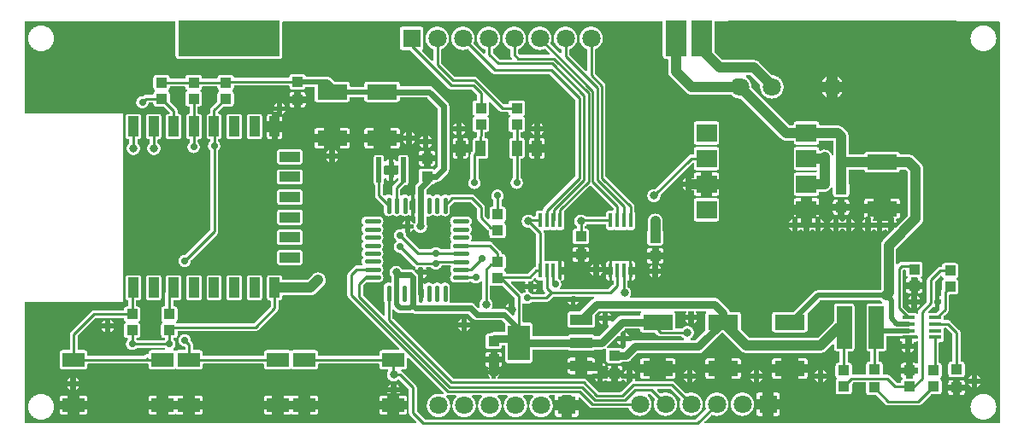
<source format=gtl>
G04 Layer: TopLayer*
G04 EasyEDA v6.3.43, 2020-05-26T13:53:52+10:00*
G04 dfe334f236054c1482959114e70a1c8d,8629367194b24dd88a5c18b2f13758b0,10*
G04 Gerber Generator version 0.2*
G04 Scale: 100 percent, Rotated: No, Reflected: No *
G04 Dimensions in millimeters *
G04 leading zeros omitted , absolute positions ,3 integer and 3 decimal *
%FSLAX33Y33*%
%MOMM*%
G90*
G71D02*

%ADD10C,0.254000*%
%ADD11C,0.999998*%
%ADD12C,0.499999*%
%ADD13C,0.599999*%
%ADD14C,0.799998*%
%ADD15C,0.299999*%
%ADD16C,0.450012*%
%ADD17R,1.099998X0.999998*%
%ADD18R,2.999994X1.499997*%
%ADD19R,1.999996X1.799996*%
%ADD20R,2.199996X3.499993*%
%ADD21R,2.199996X1.099998*%
%ADD22R,2.199996X1.399997*%
%ADD23R,0.499999X2.499995*%
%ADD24R,0.499999X1.599997*%
%ADD25R,1.501140X4.201160*%
%ADD26R,1.219987X0.399999*%
%ADD27R,0.999998X1.550010*%
%ADD28R,0.406400X1.397000*%
%ADD29R,0.999998X1.999996*%
%ADD30R,1.999996X0.999998*%
%ADD31C,0.699999*%
%ADD32C,1.799996*%
%ADD33R,1.799996X1.799996*%

%LPD*%
G36*
G01X50830Y14669D02*
G01X50815Y14670D01*
G01X50799Y14669D01*
G01X50783Y14665D01*
G01X50769Y14659D01*
G01X50755Y14651D01*
G01X50743Y14640D01*
G01X50692Y14589D01*
G01X50681Y14577D01*
G01X50673Y14564D01*
G01X50667Y14549D01*
G01X50663Y14533D01*
G01X50662Y14518D01*
G01X50663Y14502D01*
G01X50667Y14486D01*
G01X50673Y14471D01*
G01X50681Y14458D01*
G01X50692Y14446D01*
G01X50704Y14435D01*
G01X50717Y14427D01*
G01X50750Y14409D01*
G01X50782Y14389D01*
G01X50813Y14368D01*
G01X50842Y14344D01*
G01X50870Y14319D01*
G01X50896Y14293D01*
G01X50921Y14265D01*
G01X50945Y14235D01*
G01X50966Y14205D01*
G01X50986Y14173D01*
G01X51004Y14140D01*
G01X51020Y14106D01*
G01X50682Y14106D01*
G01X50682Y14342D01*
G01X50681Y14356D01*
G01X50678Y14370D01*
G01X50673Y14384D01*
G01X50666Y14397D01*
G01X50657Y14408D01*
G01X50647Y14419D01*
G01X50635Y14427D01*
G01X50623Y14434D01*
G01X50609Y14439D01*
G01X50595Y14442D01*
G01X50580Y14443D01*
G01X50564Y14442D01*
G01X50549Y14438D01*
G01X50534Y14432D01*
G01X50520Y14423D01*
G01X50495Y14406D01*
G01X50468Y14391D01*
G01X50440Y14378D01*
G01X50412Y14367D01*
G01X50382Y14359D01*
G01X50352Y14353D01*
G01X50322Y14349D01*
G01X50292Y14348D01*
G01X50257Y14348D01*
G01X50242Y14347D01*
G01X50228Y14344D01*
G01X50214Y14339D01*
G01X50202Y14332D01*
G01X50190Y14323D01*
G01X50180Y14313D01*
G01X50171Y14301D01*
G01X50164Y14289D01*
G01X50159Y14275D01*
G01X50156Y14261D01*
G01X50155Y14246D01*
G01X50155Y14106D01*
G01X49817Y14106D01*
G01X49838Y14150D01*
G01X49863Y14192D01*
G01X49871Y14209D01*
G01X49877Y14227D01*
G01X49878Y14246D01*
G01X49877Y14261D01*
G01X49874Y14275D01*
G01X49869Y14289D01*
G01X49862Y14301D01*
G01X49854Y14313D01*
G01X49843Y14323D01*
G01X49832Y14332D01*
G01X49819Y14339D01*
G01X49805Y14344D01*
G01X49791Y14347D01*
G01X49777Y14348D01*
G01X48550Y14348D01*
G01X48535Y14347D01*
G01X48521Y14344D01*
G01X48508Y14339D01*
G01X48495Y14332D01*
G01X48483Y14323D01*
G01X48473Y14313D01*
G01X48464Y14301D01*
G01X48457Y14289D01*
G01X48452Y14275D01*
G01X48449Y14261D01*
G01X48448Y14246D01*
G01X48450Y14230D01*
G01X48453Y14215D01*
G01X48459Y14200D01*
G01X48468Y14187D01*
G01X48478Y14175D01*
G01X49495Y13157D01*
G01X49508Y13147D01*
G01X49521Y13138D01*
G01X49536Y13132D01*
G01X49551Y13129D01*
G01X49567Y13127D01*
G01X49582Y13128D01*
G01X49596Y13132D01*
G01X49610Y13137D01*
G01X49623Y13144D01*
G01X49635Y13153D01*
G01X49662Y13176D01*
G01X49692Y13198D01*
G01X49722Y13217D01*
G01X49753Y13235D01*
G01X49786Y13251D01*
G01X49819Y13265D01*
G01X49853Y13277D01*
G01X49868Y13283D01*
G01X49882Y13292D01*
G01X49894Y13302D01*
G01X49904Y13314D01*
G01X49913Y13328D01*
G01X49919Y13343D01*
G01X49923Y13358D01*
G01X49924Y13374D01*
G01X49923Y13391D01*
G01X49918Y13407D01*
G01X49912Y13423D01*
G01X49902Y13437D01*
G01X49878Y13470D01*
G01X49855Y13505D01*
G01X49835Y13542D01*
G01X49817Y13579D01*
G01X50155Y13579D01*
G01X50155Y13373D01*
G01X50156Y13357D01*
G01X50160Y13342D01*
G01X50166Y13327D01*
G01X50174Y13313D01*
G01X50185Y13301D01*
G01X50197Y13291D01*
G01X50210Y13282D01*
G01X50225Y13276D01*
G01X50261Y13263D01*
G01X50296Y13248D01*
G01X50330Y13231D01*
G01X50362Y13212D01*
G01X50394Y13190D01*
G01X50424Y13167D01*
G01X50452Y13142D01*
G01X50479Y13115D01*
G01X50492Y13104D01*
G01X50506Y13095D01*
G01X50521Y13088D01*
G01X50537Y13084D01*
G01X50553Y13083D01*
G01X50580Y13083D01*
G01X50595Y13084D01*
G01X50609Y13087D01*
G01X50623Y13092D01*
G01X50635Y13099D01*
G01X50647Y13108D01*
G01X50657Y13118D01*
G01X50666Y13130D01*
G01X50673Y13142D01*
G01X50678Y13156D01*
G01X50681Y13170D01*
G01X50682Y13185D01*
G01X50682Y13579D01*
G01X51020Y13579D01*
G01X51004Y13545D01*
G01X50985Y13511D01*
G01X50965Y13479D01*
G01X50943Y13448D01*
G01X50919Y13418D01*
G01X50894Y13390D01*
G01X50867Y13363D01*
G01X50838Y13338D01*
G01X50809Y13314D01*
G01X50777Y13293D01*
G01X50745Y13273D01*
G01X50732Y13264D01*
G01X50721Y13254D01*
G01X50711Y13242D01*
G01X50704Y13229D01*
G01X50698Y13215D01*
G01X50695Y13200D01*
G01X50694Y13185D01*
G01X50695Y13170D01*
G01X50698Y13156D01*
G01X50703Y13142D01*
G01X50710Y13130D01*
G01X50719Y13118D01*
G01X50729Y13108D01*
G01X50740Y13099D01*
G01X50753Y13092D01*
G01X50767Y13087D01*
G01X50781Y13084D01*
G01X50795Y13083D01*
G01X51742Y13083D01*
G01X51757Y13084D01*
G01X51773Y13088D01*
G01X51788Y13094D01*
G01X51801Y13102D01*
G01X51813Y13113D01*
G01X51836Y13136D01*
G01X51847Y13148D01*
G01X51855Y13161D01*
G01X51861Y13176D01*
G01X51865Y13192D01*
G01X51866Y13208D01*
G01X51865Y13223D01*
G01X51861Y13239D01*
G01X51855Y13254D01*
G01X51847Y13267D01*
G01X51836Y13279D01*
G01X51727Y13388D01*
G01X51707Y13411D01*
G01X51688Y13434D01*
G01X51671Y13459D01*
G01X51657Y13486D01*
G01X51644Y13513D01*
G01X51634Y13541D01*
G01X51625Y13570D01*
G01X51620Y13600D01*
G01X51616Y13630D01*
G01X51615Y13660D01*
G01X51615Y14348D01*
G01X51614Y14362D01*
G01X51611Y14377D01*
G01X51606Y14390D01*
G01X51599Y14403D01*
G01X51590Y14414D01*
G01X51580Y14425D01*
G01X51568Y14433D01*
G01X51555Y14440D01*
G01X51542Y14445D01*
G01X51528Y14449D01*
G01X51513Y14450D01*
G01X51145Y14450D01*
G01X51122Y14451D01*
G01X51099Y14454D01*
G01X51076Y14459D01*
G01X51054Y14466D01*
G01X51033Y14475D01*
G01X51013Y14486D01*
G01X50993Y14499D01*
G01X50975Y14514D01*
G01X50959Y14530D01*
G01X50944Y14548D01*
G01X50930Y14567D01*
G01X50918Y14587D01*
G01X50908Y14608D01*
G01X50902Y14621D01*
G01X50893Y14633D01*
G01X50883Y14644D01*
G01X50871Y14653D01*
G01X50858Y14660D01*
G01X50844Y14666D01*
G01X50830Y14669D01*
G37*

%LPD*%
G36*
G01X42406Y15938D02*
G01X41666Y15938D01*
G01X41651Y15937D01*
G01X41637Y15934D01*
G01X41623Y15929D01*
G01X41611Y15922D01*
G01X41599Y15913D01*
G01X41589Y15903D01*
G01X41580Y15891D01*
G01X41573Y15878D01*
G01X41557Y15845D01*
G01X41539Y15814D01*
G01X41519Y15783D01*
G01X41497Y15754D01*
G01X41474Y15726D01*
G01X41449Y15699D01*
G01X41422Y15674D01*
G01X41394Y15651D01*
G01X41364Y15629D01*
G01X41334Y15609D01*
G01X41302Y15591D01*
G01X41269Y15575D01*
G01X41235Y15561D01*
G01X41201Y15549D01*
G01X41165Y15540D01*
G01X41130Y15532D01*
G01X41093Y15526D01*
G01X41057Y15523D01*
G01X41021Y15522D01*
G01X40985Y15523D01*
G01X40950Y15526D01*
G01X40915Y15531D01*
G01X40880Y15538D01*
G01X40846Y15548D01*
G01X40813Y15559D01*
G01X40780Y15572D01*
G01X40748Y15587D01*
G01X40717Y15604D01*
G01X40687Y15622D01*
G01X40658Y15642D01*
G01X40630Y15664D01*
G01X40604Y15688D01*
G01X40579Y15713D01*
G01X40566Y15724D01*
G01X40552Y15733D01*
G01X40537Y15740D01*
G01X40521Y15744D01*
G01X40505Y15745D01*
G01X40138Y15745D01*
G01X40124Y15744D01*
G01X40109Y15741D01*
G01X40096Y15736D01*
G01X40083Y15729D01*
G01X40072Y15720D01*
G01X40061Y15710D01*
G01X40053Y15698D01*
G01X40046Y15686D01*
G01X40041Y15672D01*
G01X40037Y15658D01*
G01X40036Y15643D01*
G01X40038Y15624D01*
G01X40043Y15606D01*
G01X40052Y15589D01*
G01X40077Y15547D01*
G01X40098Y15503D01*
G01X39760Y15503D01*
G01X39760Y15643D01*
G01X39759Y15658D01*
G01X39756Y15672D01*
G01X39751Y15686D01*
G01X39744Y15698D01*
G01X39735Y15710D01*
G01X39725Y15720D01*
G01X39713Y15729D01*
G01X39701Y15736D01*
G01X39687Y15741D01*
G01X39673Y15744D01*
G01X39658Y15745D01*
G01X39335Y15745D01*
G01X39320Y15744D01*
G01X39306Y15741D01*
G01X39292Y15736D01*
G01X39280Y15729D01*
G01X39268Y15720D01*
G01X39258Y15710D01*
G01X39249Y15698D01*
G01X39242Y15686D01*
G01X39237Y15672D01*
G01X39234Y15658D01*
G01X39233Y15643D01*
G01X39233Y15503D01*
G01X38995Y15503D01*
G01X38981Y15502D01*
G01X38967Y15499D01*
G01X38953Y15494D01*
G01X38940Y15487D01*
G01X38929Y15478D01*
G01X38919Y15468D01*
G01X38910Y15456D01*
G01X38903Y15444D01*
G01X38898Y15430D01*
G01X38895Y15416D01*
G01X38894Y15401D01*
G01X38895Y15385D01*
G01X38899Y15370D01*
G01X38905Y15355D01*
G01X38913Y15342D01*
G01X38924Y15330D01*
G01X39118Y15135D01*
G01X39142Y15110D01*
G01X39164Y15083D01*
G01X39184Y15055D01*
G01X39203Y15026D01*
G01X39211Y15014D01*
G01X39221Y15003D01*
G01X39233Y14994D01*
G01X39233Y14988D01*
G01X39235Y14969D01*
G01X39240Y14950D01*
G01X39253Y14917D01*
G01X39263Y14883D01*
G01X39271Y14848D01*
G01X39276Y14813D01*
G01X39280Y14777D01*
G01X39281Y14742D01*
G01X39281Y14323D01*
G01X39282Y14308D01*
G01X39285Y14293D01*
G01X39291Y14279D01*
G01X39299Y14265D01*
G01X39308Y14253D01*
G01X39319Y14243D01*
G01X39332Y14235D01*
G01X39346Y14228D01*
G01X39346Y13626D01*
G01X39332Y13619D01*
G01X39319Y13611D01*
G01X39308Y13600D01*
G01X39299Y13588D01*
G01X39291Y13575D01*
G01X39285Y13561D01*
G01X39282Y13546D01*
G01X39281Y13531D01*
G01X39281Y13159D01*
G01X39284Y12781D01*
G01X39285Y12767D01*
G01X39289Y12752D01*
G01X39294Y12739D01*
G01X39301Y12726D01*
G01X39310Y12714D01*
G01X39321Y12704D01*
G01X39333Y12695D01*
G01X39346Y12689D01*
G01X39346Y12342D01*
G01X39347Y12327D01*
G01X39350Y12313D01*
G01X39355Y12299D01*
G01X39362Y12287D01*
G01X39371Y12275D01*
G01X39381Y12265D01*
G01X39393Y12256D01*
G01X39405Y12249D01*
G01X39419Y12244D01*
G01X39433Y12241D01*
G01X39447Y12240D01*
G01X39596Y12240D01*
G01X39611Y12241D01*
G01X39625Y12244D01*
G01X39638Y12249D01*
G01X39651Y12256D01*
G01X39663Y12265D01*
G01X39673Y12275D01*
G01X39682Y12287D01*
G01X39689Y12299D01*
G01X39694Y12313D01*
G01X39697Y12327D01*
G01X39698Y12342D01*
G01X39698Y12681D01*
G01X39739Y12681D01*
G01X39753Y12682D01*
G01X39767Y12685D01*
G01X39781Y12690D01*
G01X39794Y12697D01*
G01X39805Y12705D01*
G01X39816Y12716D01*
G01X39824Y12727D01*
G01X39831Y12740D01*
G01X39836Y12754D01*
G01X39839Y12768D01*
G01X39840Y12782D01*
G01X39840Y13531D01*
G01X39839Y13545D01*
G01X39836Y13560D01*
G01X39831Y13573D01*
G01X39824Y13586D01*
G01X39816Y13598D01*
G01X39805Y13608D01*
G01X39794Y13616D01*
G01X39781Y13623D01*
G01X39767Y13629D01*
G01X39753Y13632D01*
G01X39739Y13633D01*
G01X39698Y13633D01*
G01X39698Y14205D01*
G01X39732Y14190D01*
G01X39764Y14173D01*
G01X39795Y14153D01*
G01X39825Y14131D01*
G01X39852Y14107D01*
G01X39864Y14097D01*
G01X39877Y14090D01*
G01X39892Y14084D01*
G01X39907Y14080D01*
G01X39922Y14079D01*
G01X39937Y14080D01*
G01X39952Y14084D01*
G01X39966Y14090D01*
G01X39980Y14097D01*
G01X39992Y14107D01*
G01X40016Y14129D01*
G01X40043Y14149D01*
G01X40070Y14167D01*
G01X40099Y14184D01*
G01X40129Y14198D01*
G01X40160Y14210D01*
G01X40191Y14220D01*
G01X40223Y14228D01*
G01X40256Y14234D01*
G01X40289Y14237D01*
G01X40322Y14238D01*
G01X40355Y14237D01*
G01X40388Y14234D01*
G01X40421Y14228D01*
G01X40453Y14220D01*
G01X40484Y14210D01*
G01X40515Y14198D01*
G01X40545Y14184D01*
G01X40574Y14167D01*
G01X40601Y14149D01*
G01X40627Y14129D01*
G01X40652Y14107D01*
G01X40664Y14097D01*
G01X40677Y14090D01*
G01X40692Y14084D01*
G01X40707Y14080D01*
G01X40722Y14079D01*
G01X40737Y14080D01*
G01X40752Y14084D01*
G01X40767Y14090D01*
G01X40780Y14097D01*
G01X40792Y14107D01*
G01X40817Y14129D01*
G01X40843Y14149D01*
G01X40870Y14167D01*
G01X40899Y14184D01*
G01X40929Y14198D01*
G01X40960Y14210D01*
G01X40991Y14220D01*
G01X41023Y14228D01*
G01X41056Y14234D01*
G01X41089Y14237D01*
G01X41122Y14238D01*
G01X41155Y14237D01*
G01X41188Y14234D01*
G01X41221Y14228D01*
G01X41253Y14220D01*
G01X41284Y14210D01*
G01X41315Y14198D01*
G01X41345Y14184D01*
G01X41374Y14167D01*
G01X41401Y14149D01*
G01X41428Y14129D01*
G01X41452Y14107D01*
G01X41464Y14097D01*
G01X41478Y14090D01*
G01X41492Y14084D01*
G01X41507Y14080D01*
G01X41522Y14079D01*
G01X41537Y14080D01*
G01X41552Y14084D01*
G01X41567Y14090D01*
G01X41580Y14097D01*
G01X41592Y14107D01*
G01X41617Y14129D01*
G01X41643Y14149D01*
G01X41671Y14167D01*
G01X41699Y14184D01*
G01X41729Y14198D01*
G01X41760Y14210D01*
G01X41791Y14220D01*
G01X41824Y14228D01*
G01X41856Y14234D01*
G01X41889Y14237D01*
G01X41922Y14238D01*
G01X41954Y14237D01*
G01X41985Y14234D01*
G01X42016Y14229D01*
G01X42047Y14222D01*
G01X42077Y14213D01*
G01X42106Y14202D01*
G01X42135Y14188D01*
G01X42163Y14174D01*
G01X42190Y14157D01*
G01X42215Y14139D01*
G01X42240Y14119D01*
G01X42263Y14097D01*
G01X42284Y14074D01*
G01X42304Y14050D01*
G01X42323Y14024D01*
G01X42339Y13997D01*
G01X42354Y13970D01*
G01X42367Y13941D01*
G01X42378Y13911D01*
G01X42387Y13881D01*
G01X42394Y13851D01*
G01X42400Y13819D01*
G01X42403Y13788D01*
G01X42404Y13757D01*
G01X42404Y12557D01*
G01X42402Y12520D01*
G01X42398Y12484D01*
G01X42391Y12448D01*
G01X42382Y12413D01*
G01X42370Y12379D01*
G01X42364Y12361D01*
G01X42363Y12342D01*
G01X42364Y12327D01*
G01X42367Y12313D01*
G01X42372Y12299D01*
G01X42379Y12287D01*
G01X42387Y12275D01*
G01X42398Y12265D01*
G01X42409Y12256D01*
G01X42422Y12249D01*
G01X42436Y12244D01*
G01X42450Y12241D01*
G01X42464Y12240D01*
G01X44450Y12240D01*
G01X44483Y12239D01*
G01X44517Y12236D01*
G01X44550Y12231D01*
G01X44583Y12224D01*
G01X44615Y12215D01*
G01X44647Y12204D01*
G01X44678Y12191D01*
G01X44708Y12176D01*
G01X44737Y12160D01*
G01X44766Y12142D01*
G01X44793Y12122D01*
G01X44819Y12100D01*
G01X44843Y12077D01*
G01X45191Y11729D01*
G01X45203Y11719D01*
G01X45216Y11711D01*
G01X45231Y11705D01*
G01X45247Y11701D01*
G01X45262Y11700D01*
G01X45277Y11701D01*
G01X45291Y11704D01*
G01X45305Y11709D01*
G01X45317Y11716D01*
G01X45329Y11725D01*
G01X45339Y11735D01*
G01X45348Y11746D01*
G01X45355Y11759D01*
G01X45360Y11773D01*
G01X45363Y11787D01*
G01X45364Y11801D01*
G01X45362Y11819D01*
G01X45358Y11837D01*
G01X45345Y11873D01*
G01X45335Y11911D01*
G01X45327Y11949D01*
G01X45321Y11987D01*
G01X45318Y12026D01*
G01X45317Y12064D01*
G01X45318Y12103D01*
G01X45321Y12141D01*
G01X45327Y12179D01*
G01X45335Y12217D01*
G01X45345Y12254D01*
G01X45357Y12290D01*
G01X45371Y12326D01*
G01X45387Y12360D01*
G01X45406Y12394D01*
G01X45426Y12427D01*
G01X45448Y12458D01*
G01X45472Y12488D01*
G01X45497Y12517D01*
G01X45525Y12544D01*
G01X45553Y12569D01*
G01X45564Y12579D01*
G01X45573Y12591D01*
G01X45580Y12604D01*
G01X45586Y12618D01*
G01X45589Y12632D01*
G01X45590Y12647D01*
G01X45590Y14263D01*
G01X45589Y14277D01*
G01X45586Y14291D01*
G01X45581Y14305D01*
G01X45574Y14318D01*
G01X45565Y14329D01*
G01X45555Y14340D01*
G01X45543Y14348D01*
G01X45531Y14355D01*
G01X45517Y14360D01*
G01X45503Y14363D01*
G01X45488Y14364D01*
G01X45474Y14363D01*
G01X45460Y14360D01*
G01X45447Y14355D01*
G01X45434Y14349D01*
G01X45422Y14340D01*
G01X45412Y14330D01*
G01X45387Y14303D01*
G01X45360Y14278D01*
G01X45332Y14255D01*
G01X45303Y14233D01*
G01X45272Y14213D01*
G01X45240Y14195D01*
G01X45207Y14179D01*
G01X45173Y14165D01*
G01X45138Y14153D01*
G01X45103Y14143D01*
G01X45067Y14135D01*
G01X45031Y14129D01*
G01X44994Y14126D01*
G01X44957Y14125D01*
G01X44922Y14126D01*
G01X44887Y14129D01*
G01X44852Y14134D01*
G01X44817Y14141D01*
G01X44783Y14151D01*
G01X44750Y14162D01*
G01X44717Y14175D01*
G01X44685Y14190D01*
G01X44654Y14207D01*
G01X44624Y14225D01*
G01X44595Y14245D01*
G01X44567Y14267D01*
G01X44541Y14291D01*
G01X44516Y14316D01*
G01X44503Y14327D01*
G01X44489Y14336D01*
G01X44474Y14343D01*
G01X44458Y14347D01*
G01X44442Y14348D01*
G01X44435Y14348D01*
G01X44420Y14347D01*
G01X44404Y14343D01*
G01X44390Y14337D01*
G01X44376Y14329D01*
G01X44349Y14311D01*
G01X44320Y14294D01*
G01X44290Y14280D01*
G01X44259Y14268D01*
G01X44228Y14258D01*
G01X44196Y14250D01*
G01X44163Y14244D01*
G01X44130Y14241D01*
G01X44097Y14240D01*
G01X42897Y14240D01*
G01X42865Y14241D01*
G01X42834Y14244D01*
G01X42803Y14249D01*
G01X42772Y14256D01*
G01X42742Y14265D01*
G01X42713Y14276D01*
G01X42684Y14289D01*
G01X42656Y14304D01*
G01X42629Y14321D01*
G01X42604Y14339D01*
G01X42579Y14359D01*
G01X42556Y14381D01*
G01X42535Y14404D01*
G01X42515Y14428D01*
G01X42497Y14454D01*
G01X42480Y14480D01*
G01X42465Y14508D01*
G01X42452Y14537D01*
G01X42441Y14566D01*
G01X42432Y14597D01*
G01X42425Y14627D01*
G01X42420Y14658D01*
G01X42416Y14690D01*
G01X42415Y14721D01*
G01X42417Y14754D01*
G01X42420Y14787D01*
G01X42426Y14820D01*
G01X42434Y14852D01*
G01X42444Y14883D01*
G01X42456Y14914D01*
G01X42470Y14944D01*
G01X42486Y14973D01*
G01X42505Y15000D01*
G01X42525Y15027D01*
G01X42547Y15052D01*
G01X42556Y15064D01*
G01X42564Y15077D01*
G01X42570Y15091D01*
G01X42573Y15106D01*
G01X42574Y15121D01*
G01X42573Y15137D01*
G01X42570Y15152D01*
G01X42564Y15166D01*
G01X42556Y15179D01*
G01X42547Y15191D01*
G01X42525Y15216D01*
G01X42505Y15242D01*
G01X42486Y15270D01*
G01X42470Y15299D01*
G01X42456Y15328D01*
G01X42444Y15359D01*
G01X42434Y15391D01*
G01X42426Y15423D01*
G01X42420Y15455D01*
G01X42417Y15488D01*
G01X42415Y15521D01*
G01X42417Y15556D01*
G01X42420Y15590D01*
G01X42426Y15624D01*
G01X42435Y15657D01*
G01X42446Y15690D01*
G01X42459Y15721D01*
G01X42474Y15752D01*
G01X42492Y15782D01*
G01X42499Y15794D01*
G01X42504Y15808D01*
G01X42507Y15822D01*
G01X42508Y15836D01*
G01X42507Y15851D01*
G01X42504Y15865D01*
G01X42499Y15879D01*
G01X42492Y15891D01*
G01X42483Y15903D01*
G01X42473Y15913D01*
G01X42461Y15922D01*
G01X42448Y15929D01*
G01X42435Y15934D01*
G01X42421Y15937D01*
G01X42406Y15938D01*
G37*

%LPC*%
G36*
G01X40098Y14976D02*
G01X39760Y14976D01*
G01X39760Y14638D01*
G01X39794Y14654D01*
G01X39827Y14672D01*
G01X39859Y14692D01*
G01X39890Y14714D01*
G01X39919Y14737D01*
G01X39947Y14762D01*
G01X39974Y14789D01*
G01X39999Y14817D01*
G01X40022Y14846D01*
G01X40044Y14877D01*
G01X40064Y14909D01*
G01X40082Y14942D01*
G01X40098Y14976D01*
G37*

%LPD*%
G36*
G01X91068Y14903D02*
G01X91054Y14904D01*
G01X91038Y14903D01*
G01X91023Y14900D01*
G01X91008Y14893D01*
G01X90994Y14885D01*
G01X90982Y14875D01*
G01X90456Y14348D01*
G01X90445Y14336D01*
G01X90437Y14323D01*
G01X90431Y14308D01*
G01X90427Y14292D01*
G01X90426Y14277D01*
G01X90426Y13011D01*
G01X90428Y12993D01*
G01X90432Y12977D01*
G01X90439Y12961D01*
G01X90439Y12505D01*
G01X90432Y12489D01*
G01X90428Y12473D01*
G01X90426Y12455D01*
G01X90426Y12182D01*
G01X90427Y12164D01*
G01X90432Y12148D01*
G01X90439Y12132D01*
G01X90439Y11761D01*
G01X90402Y11778D01*
G01X90366Y11798D01*
G01X90332Y11820D01*
G01X90318Y11828D01*
G01X90304Y11834D01*
G01X90289Y11837D01*
G01X90274Y11838D01*
G01X90258Y11837D01*
G01X90242Y11833D01*
G01X90228Y11827D01*
G01X90214Y11819D01*
G01X90202Y11809D01*
G01X89772Y11378D01*
G01X89761Y11366D01*
G01X89753Y11353D01*
G01X89747Y11338D01*
G01X89743Y11322D01*
G01X89742Y11306D01*
G01X89743Y11292D01*
G01X89746Y11278D01*
G01X89751Y11264D01*
G01X89758Y11252D01*
G01X89767Y11240D01*
G01X89777Y11230D01*
G01X89789Y11221D01*
G01X89801Y11214D01*
G01X89815Y11209D01*
G01X89829Y11206D01*
G01X89844Y11205D01*
G01X90503Y11205D01*
G01X90519Y11206D01*
G01X90535Y11210D01*
G01X90550Y11216D01*
G01X90563Y11224D01*
G01X90575Y11235D01*
G01X90894Y11553D01*
G01X90904Y11566D01*
G01X90913Y11579D01*
G01X90919Y11594D01*
G01X90923Y11609D01*
G01X90924Y11625D01*
G01X90922Y11645D01*
G01X90916Y11664D01*
G01X90916Y12080D01*
G01X90954Y12080D01*
G01X90969Y12081D01*
G01X90983Y12084D01*
G01X90997Y12089D01*
G01X91009Y12096D01*
G01X91021Y12105D01*
G01X91031Y12115D01*
G01X91040Y12127D01*
G01X91047Y12139D01*
G01X91052Y12153D01*
G01X91055Y12167D01*
G01X91056Y12182D01*
G01X91056Y12455D01*
G01X91055Y12470D01*
G01X91052Y12484D01*
G01X91047Y12498D01*
G01X91040Y12510D01*
G01X91031Y12522D01*
G01X91021Y12532D01*
G01X91009Y12541D01*
G01X90997Y12548D01*
G01X90983Y12553D01*
G01X90969Y12556D01*
G01X90954Y12557D01*
G01X90916Y12557D01*
G01X90916Y12876D01*
G01X90935Y12871D01*
G01X90954Y12869D01*
G01X90969Y12870D01*
G01X90983Y12873D01*
G01X90997Y12878D01*
G01X91009Y12885D01*
G01X91021Y12893D01*
G01X91031Y12904D01*
G01X91040Y12915D01*
G01X91047Y12928D01*
G01X91052Y12942D01*
G01X91055Y12956D01*
G01X91056Y12970D01*
G01X91056Y13296D01*
G01X91057Y13325D01*
G01X91060Y13354D01*
G01X91066Y13382D01*
G01X91073Y13410D01*
G01X91083Y13437D01*
G01X91094Y13463D01*
G01X91108Y13489D01*
G01X91123Y13513D01*
G01X91131Y13526D01*
G01X91136Y13540D01*
G01X91140Y13555D01*
G01X91141Y13571D01*
G01X91141Y14304D01*
G01X91142Y14328D01*
G01X91145Y14351D01*
G01X91150Y14373D01*
G01X91157Y14395D01*
G01X91167Y14416D01*
G01X91178Y14437D01*
G01X91190Y14456D01*
G01X91205Y14474D01*
G01X91221Y14491D01*
G01X91238Y14506D01*
G01X91257Y14519D01*
G01X91269Y14528D01*
G01X91279Y14538D01*
G01X91287Y14550D01*
G01X91294Y14562D01*
G01X91299Y14576D01*
G01X91302Y14590D01*
G01X91303Y14604D01*
G01X91302Y14619D01*
G01X91299Y14633D01*
G01X91294Y14646D01*
G01X91287Y14659D01*
G01X91279Y14671D01*
G01X91269Y14681D01*
G01X91257Y14690D01*
G01X91236Y14705D01*
G01X91217Y14722D01*
G01X91200Y14741D01*
G01X91184Y14762D01*
G01X91171Y14784D01*
G01X91160Y14807D01*
G01X91151Y14832D01*
G01X91146Y14845D01*
G01X91139Y14858D01*
G01X91131Y14870D01*
G01X91120Y14880D01*
G01X91109Y14888D01*
G01X91096Y14895D01*
G01X91083Y14900D01*
G01X91068Y14903D01*
G37*

%LPD*%
G36*
G01X46474Y13953D02*
G01X46459Y13954D01*
G01X46444Y13953D01*
G01X46430Y13950D01*
G01X46416Y13945D01*
G01X46404Y13938D01*
G01X46392Y13929D01*
G01X46382Y13919D01*
G01X46373Y13907D01*
G01X46366Y13894D01*
G01X46361Y13881D01*
G01X46358Y13867D01*
G01X46357Y13852D01*
G01X46357Y12647D01*
G01X46358Y12632D01*
G01X46361Y12618D01*
G01X46367Y12604D01*
G01X46374Y12591D01*
G01X46383Y12579D01*
G01X46394Y12569D01*
G01X46422Y12544D01*
G01X46450Y12517D01*
G01X46475Y12488D01*
G01X46499Y12458D01*
G01X46521Y12427D01*
G01X46541Y12394D01*
G01X46560Y12360D01*
G01X46576Y12326D01*
G01X46590Y12290D01*
G01X46602Y12254D01*
G01X46612Y12217D01*
G01X46620Y12179D01*
G01X46626Y12141D01*
G01X46629Y12103D01*
G01X46630Y12064D01*
G01X46629Y12024D01*
G01X46625Y11984D01*
G01X46619Y11944D01*
G01X46610Y11905D01*
G01X46599Y11866D01*
G01X46586Y11828D01*
G01X46570Y11791D01*
G01X46552Y11755D01*
G01X46546Y11739D01*
G01X46542Y11723D01*
G01X46540Y11707D01*
G01X46541Y11692D01*
G01X46544Y11678D01*
G01X46549Y11664D01*
G01X46556Y11652D01*
G01X46565Y11640D01*
G01X46575Y11630D01*
G01X46587Y11621D01*
G01X46600Y11614D01*
G01X46613Y11609D01*
G01X46627Y11606D01*
G01X46642Y11605D01*
G01X47767Y11605D01*
G01X47802Y11603D01*
G01X47837Y11598D01*
G01X47872Y11592D01*
G01X47906Y11583D01*
G01X47939Y11572D01*
G01X47972Y11560D01*
G01X48004Y11545D01*
G01X48034Y11528D01*
G01X48064Y11509D01*
G01X48092Y11488D01*
G01X48119Y11466D01*
G01X48145Y11442D01*
G01X48280Y11307D01*
G01X48604Y10984D01*
G01X48616Y10973D01*
G01X48629Y10965D01*
G01X48644Y10959D01*
G01X48659Y10955D01*
G01X48675Y10954D01*
G01X48690Y10955D01*
G01X48704Y10958D01*
G01X48718Y10963D01*
G01X48730Y10970D01*
G01X48742Y10979D01*
G01X48752Y10989D01*
G01X48761Y11000D01*
G01X48768Y11013D01*
G01X48773Y11027D01*
G01X48776Y11041D01*
G01X48777Y11055D01*
G01X48777Y11300D01*
G01X48791Y11307D01*
G01X48803Y11315D01*
G01X48814Y11326D01*
G01X48824Y11338D01*
G01X48831Y11351D01*
G01X48837Y11365D01*
G01X48840Y11380D01*
G01X48841Y11395D01*
G01X48841Y11718D01*
G01X48840Y11733D01*
G01X48837Y11748D01*
G01X48831Y11762D01*
G01X48824Y11775D01*
G01X48814Y11787D01*
G01X48803Y11798D01*
G01X48791Y11806D01*
G01X48777Y11813D01*
G01X48777Y12186D01*
G01X48791Y12192D01*
G01X48803Y12201D01*
G01X48814Y12211D01*
G01X48824Y12223D01*
G01X48831Y12236D01*
G01X48837Y12250D01*
G01X48840Y12265D01*
G01X48841Y12280D01*
G01X48841Y12685D01*
G01X48840Y12700D01*
G01X48836Y12716D01*
G01X48830Y12731D01*
G01X48822Y12744D01*
G01X48811Y12756D01*
G01X47661Y13907D01*
G01X47648Y13918D01*
G01X47635Y13926D01*
G01X47620Y13932D01*
G01X47605Y13936D01*
G01X47589Y13937D01*
G01X46567Y13937D01*
G01X46541Y13938D01*
G01X46515Y13942D01*
G01X46489Y13949D01*
G01X46474Y13953D01*
G37*

%LPC*%
G36*
G01X48250Y11820D02*
G01X48250Y12158D01*
G01X48216Y12142D01*
G01X48183Y12124D01*
G01X48151Y12104D01*
G01X48120Y12082D01*
G01X48091Y12059D01*
G01X48063Y12034D01*
G01X48036Y12007D01*
G01X48011Y11979D01*
G01X47988Y11950D01*
G01X47966Y11919D01*
G01X47946Y11887D01*
G01X47928Y11854D01*
G01X47912Y11820D01*
G01X48250Y11820D01*
G37*

%LPD*%
G36*
G01X53917Y12824D02*
G01X52651Y12824D01*
G01X52636Y12823D01*
G01X52620Y12819D01*
G01X52605Y12813D01*
G01X52592Y12805D01*
G01X52580Y12794D01*
G01X52214Y12428D01*
G01X52192Y12408D01*
G01X52168Y12389D01*
G01X52143Y12372D01*
G01X52117Y12358D01*
G01X52089Y12345D01*
G01X52061Y12335D01*
G01X52032Y12327D01*
G01X52002Y12321D01*
G01X51973Y12317D01*
G01X51943Y12316D01*
G01X50553Y12316D01*
G01X50537Y12315D01*
G01X50521Y12311D01*
G01X50506Y12304D01*
G01X50492Y12295D01*
G01X50479Y12284D01*
G01X50454Y12259D01*
G01X50428Y12235D01*
G01X50400Y12213D01*
G01X50371Y12193D01*
G01X50341Y12175D01*
G01X50310Y12158D01*
G01X50278Y12143D01*
G01X50245Y12130D01*
G01X50212Y12119D01*
G01X50178Y12109D01*
G01X50143Y12102D01*
G01X50108Y12097D01*
G01X50073Y12094D01*
G01X50038Y12093D01*
G01X50001Y12094D01*
G01X49965Y12097D01*
G01X49929Y12103D01*
G01X49893Y12110D01*
G01X49858Y12120D01*
G01X49823Y12132D01*
G01X49790Y12146D01*
G01X49757Y12162D01*
G01X49742Y12168D01*
G01X49726Y12172D01*
G01X49710Y12173D01*
G01X49695Y12172D01*
G01X49681Y12169D01*
G01X49668Y12164D01*
G01X49655Y12157D01*
G01X49643Y12149D01*
G01X49633Y12138D01*
G01X49624Y12127D01*
G01X49617Y12114D01*
G01X49612Y12100D01*
G01X49609Y12086D01*
G01X49608Y12072D01*
G01X49608Y10363D01*
G01X49609Y10348D01*
G01X49612Y10334D01*
G01X49617Y10320D01*
G01X49624Y10308D01*
G01X49633Y10296D01*
G01X49643Y10286D01*
G01X49655Y10277D01*
G01X49668Y10270D01*
G01X49681Y10265D01*
G01X49695Y10262D01*
G01X49710Y10261D01*
G01X50325Y10261D01*
G01X50348Y10260D01*
G01X50372Y10257D01*
G01X50395Y10251D01*
G01X50417Y10244D01*
G01X50439Y10234D01*
G01X50460Y10223D01*
G01X50479Y10209D01*
G01X50497Y10194D01*
G01X50514Y10177D01*
G01X50529Y10159D01*
G01X50543Y10140D01*
G01X50554Y10119D01*
G01X50564Y10097D01*
G01X50571Y10075D01*
G01X50577Y10052D01*
G01X50580Y10028D01*
G01X50581Y10005D01*
G01X50581Y9013D01*
G01X50582Y8998D01*
G01X50585Y8984D01*
G01X50590Y8970D01*
G01X50597Y8958D01*
G01X50606Y8946D01*
G01X50616Y8936D01*
G01X50628Y8927D01*
G01X50641Y8920D01*
G01X50654Y8915D01*
G01X50668Y8912D01*
G01X50683Y8911D01*
G01X54031Y8911D01*
G01X54047Y8912D01*
G01X54062Y8916D01*
G01X54077Y8922D01*
G01X54091Y8931D01*
G01X54103Y8941D01*
G01X54113Y8954D01*
G01X54129Y8973D01*
G01X54145Y8990D01*
G01X54164Y9006D01*
G01X54184Y9020D01*
G01X54205Y9033D01*
G01X54227Y9043D01*
G01X54250Y9051D01*
G01X54274Y9056D01*
G01X54298Y9060D01*
G01X54322Y9061D01*
G01X56522Y9061D01*
G01X56547Y9060D01*
G01X56571Y9056D01*
G01X56594Y9051D01*
G01X56617Y9043D01*
G01X56640Y9033D01*
G01X56661Y9020D01*
G01X56681Y9006D01*
G01X56699Y8990D01*
G01X56716Y8973D01*
G01X56731Y8954D01*
G01X56741Y8941D01*
G01X56754Y8931D01*
G01X56767Y8922D01*
G01X56782Y8916D01*
G01X56798Y8912D01*
G01X56814Y8911D01*
G01X57089Y8911D01*
G01X57105Y8912D01*
G01X57121Y8916D01*
G01X57136Y8922D01*
G01X57149Y8930D01*
G01X57161Y8941D01*
G01X58097Y9877D01*
G01X58108Y9889D01*
G01X58116Y9903D01*
G01X58122Y9917D01*
G01X58126Y9933D01*
G01X58127Y9949D01*
G01X58126Y9964D01*
G01X58123Y9979D01*
G01X58117Y9993D01*
G01X58109Y10006D01*
G01X58100Y10018D01*
G01X58089Y10028D01*
G01X58076Y10037D01*
G01X58063Y10043D01*
G01X58048Y10048D01*
G01X58048Y10404D01*
G01X58404Y10404D01*
G01X58409Y10389D01*
G01X58415Y10376D01*
G01X58424Y10363D01*
G01X58434Y10352D01*
G01X58446Y10343D01*
G01X58459Y10335D01*
G01X58473Y10329D01*
G01X58488Y10326D01*
G01X58503Y10325D01*
G01X58519Y10326D01*
G01X58535Y10330D01*
G01X58549Y10336D01*
G01X58563Y10344D01*
G01X58575Y10355D01*
G01X58990Y10770D01*
G01X59017Y10795D01*
G01X59045Y10819D01*
G01X59075Y10841D01*
G01X59105Y10861D01*
G01X59137Y10880D01*
G01X59170Y10897D01*
G01X59203Y10912D01*
G01X59238Y10925D01*
G01X59273Y10936D01*
G01X59308Y10946D01*
G01X59344Y10953D01*
G01X59381Y10958D01*
G01X59418Y10961D01*
G01X59454Y10962D01*
G01X61133Y10962D01*
G01X61149Y10963D01*
G01X61164Y10967D01*
G01X61179Y10973D01*
G01X61192Y10981D01*
G01X61204Y10991D01*
G01X61215Y11003D01*
G01X61223Y11016D01*
G01X61229Y11030D01*
G01X61233Y11046D01*
G01X61235Y11061D01*
G01X61237Y11085D01*
G01X61241Y11109D01*
G01X61247Y11133D01*
G01X61255Y11155D01*
G01X61266Y11177D01*
G01X61278Y11198D01*
G01X61292Y11217D01*
G01X61308Y11235D01*
G01X61319Y11247D01*
G01X61327Y11261D01*
G01X61333Y11275D01*
G01X61336Y11291D01*
G01X61338Y11306D01*
G01X61337Y11321D01*
G01X61333Y11335D01*
G01X61328Y11349D01*
G01X61321Y11361D01*
G01X61313Y11373D01*
G01X61303Y11383D01*
G01X61291Y11392D01*
G01X61278Y11399D01*
G01X61265Y11404D01*
G01X61250Y11407D01*
G01X61236Y11408D01*
G01X58193Y11408D01*
G01X58178Y11407D01*
G01X58164Y11404D01*
G01X58150Y11399D01*
G01X58138Y11392D01*
G01X58126Y11383D01*
G01X58116Y11373D01*
G01X58107Y11361D01*
G01X58100Y11349D01*
G01X58095Y11335D01*
G01X58092Y11321D01*
G01X58091Y11306D01*
G01X58092Y11292D01*
G01X58095Y11278D01*
G01X58100Y11264D01*
G01X58107Y11251D01*
G01X58116Y11240D01*
G01X58126Y11229D01*
G01X58138Y11221D01*
G01X58170Y11199D01*
G01X58201Y11175D01*
G01X58230Y11150D01*
G01X58257Y11123D01*
G01X58283Y11094D01*
G01X58308Y11064D01*
G01X58330Y11033D01*
G01X58351Y11000D01*
G01X58369Y10966D01*
G01X58386Y10931D01*
G01X58048Y10931D01*
G01X58048Y11306D01*
G01X58047Y11321D01*
G01X58044Y11335D01*
G01X58039Y11349D01*
G01X58032Y11361D01*
G01X58023Y11373D01*
G01X58013Y11383D01*
G01X58001Y11392D01*
G01X57989Y11399D01*
G01X57975Y11404D01*
G01X57961Y11407D01*
G01X57946Y11408D01*
G01X57623Y11408D01*
G01X57608Y11407D01*
G01X57594Y11404D01*
G01X57580Y11399D01*
G01X57568Y11392D01*
G01X57556Y11383D01*
G01X57546Y11373D01*
G01X57537Y11361D01*
G01X57530Y11349D01*
G01X57525Y11335D01*
G01X57522Y11321D01*
G01X57521Y11306D01*
G01X57521Y10931D01*
G01X57183Y10931D01*
G01X57200Y10966D01*
G01X57218Y11000D01*
G01X57239Y11033D01*
G01X57261Y11064D01*
G01X57286Y11094D01*
G01X57312Y11123D01*
G01X57339Y11150D01*
G01X57368Y11175D01*
G01X57399Y11199D01*
G01X57431Y11221D01*
G01X57443Y11229D01*
G01X57453Y11240D01*
G01X57462Y11251D01*
G01X57469Y11264D01*
G01X57474Y11278D01*
G01X57477Y11292D01*
G01X57478Y11306D01*
G01X57477Y11321D01*
G01X57474Y11335D01*
G01X57469Y11349D01*
G01X57462Y11361D01*
G01X57453Y11373D01*
G01X57443Y11383D01*
G01X57431Y11392D01*
G01X57419Y11399D01*
G01X57405Y11404D01*
G01X57391Y11407D01*
G01X57376Y11408D01*
G01X57246Y11408D01*
G01X57230Y11407D01*
G01X57215Y11403D01*
G01X57200Y11397D01*
G01X57187Y11389D01*
G01X57175Y11378D01*
G01X56809Y11012D01*
G01X56798Y11000D01*
G01X56790Y10986D01*
G01X56784Y10972D01*
G01X56780Y10956D01*
G01X56779Y10940D01*
G01X56779Y10005D01*
G01X56778Y9981D01*
G01X56774Y9957D01*
G01X56769Y9934D01*
G01X56761Y9912D01*
G01X56752Y9890D01*
G01X56740Y9869D01*
G01X56727Y9850D01*
G01X56712Y9832D01*
G01X56695Y9815D01*
G01X56677Y9800D01*
G01X56657Y9786D01*
G01X56637Y9775D01*
G01X56615Y9765D01*
G01X56592Y9758D01*
G01X56569Y9752D01*
G01X56546Y9749D01*
G01X56522Y9748D01*
G01X54322Y9748D01*
G01X54299Y9749D01*
G01X54275Y9752D01*
G01X54252Y9758D01*
G01X54230Y9765D01*
G01X54208Y9775D01*
G01X54187Y9786D01*
G01X54168Y9800D01*
G01X54149Y9815D01*
G01X54133Y9832D01*
G01X54118Y9850D01*
G01X54104Y9869D01*
G01X54093Y9890D01*
G01X54083Y9912D01*
G01X54075Y9934D01*
G01X54070Y9957D01*
G01X54067Y9981D01*
G01X54066Y10005D01*
G01X54066Y11105D01*
G01X54067Y11128D01*
G01X54070Y11152D01*
G01X54075Y11175D01*
G01X54083Y11197D01*
G01X54093Y11219D01*
G01X54104Y11240D01*
G01X54118Y11259D01*
G01X54133Y11277D01*
G01X54149Y11294D01*
G01X54168Y11309D01*
G01X54187Y11323D01*
G01X54208Y11334D01*
G01X54230Y11344D01*
G01X54252Y11351D01*
G01X54275Y11357D01*
G01X54299Y11360D01*
G01X54322Y11361D01*
G01X55258Y11361D01*
G01X55274Y11362D01*
G01X55290Y11366D01*
G01X55304Y11372D01*
G01X55318Y11380D01*
G01X55330Y11391D01*
G01X56468Y12529D01*
G01X56500Y12558D01*
G01X56534Y12586D01*
G01X56569Y12611D01*
G01X56606Y12634D01*
G01X56619Y12643D01*
G01X56630Y12653D01*
G01X56639Y12665D01*
G01X56647Y12678D01*
G01X56653Y12692D01*
G01X56656Y12707D01*
G01X56657Y12722D01*
G01X56656Y12737D01*
G01X56653Y12751D01*
G01X56648Y12765D01*
G01X56641Y12777D01*
G01X56632Y12789D01*
G01X56622Y12799D01*
G01X56610Y12808D01*
G01X56598Y12815D01*
G01X56584Y12820D01*
G01X56570Y12823D01*
G01X56555Y12824D01*
G01X55302Y12824D01*
G01X55284Y12822D01*
G01X55268Y12818D01*
G01X55252Y12811D01*
G01X54796Y12811D01*
G01X54780Y12818D01*
G01X54764Y12822D01*
G01X54746Y12824D01*
G01X54473Y12824D01*
G01X54455Y12822D01*
G01X54439Y12818D01*
G01X54423Y12811D01*
G01X53967Y12811D01*
G01X53951Y12818D01*
G01X53935Y12822D01*
G01X53917Y12824D01*
G37*

%LPC*%
G36*
G01X57521Y10404D02*
G01X57183Y10404D01*
G01X57199Y10370D01*
G01X57217Y10337D01*
G01X57237Y10305D01*
G01X57259Y10274D01*
G01X57282Y10245D01*
G01X57307Y10217D01*
G01X57334Y10190D01*
G01X57362Y10165D01*
G01X57391Y10142D01*
G01X57422Y10120D01*
G01X57454Y10100D01*
G01X57487Y10082D01*
G01X57521Y10066D01*
G01X57521Y10404D01*
G37*
G36*
G01X54371Y12334D02*
G01X54052Y12334D01*
G01X54067Y12302D01*
G01X54084Y12270D01*
G01X54102Y12240D01*
G01X54123Y12211D01*
G01X54145Y12183D01*
G01X54168Y12156D01*
G01X54193Y12131D01*
G01X54220Y12108D01*
G01X54248Y12086D01*
G01X54277Y12065D01*
G01X54307Y12047D01*
G01X54339Y12030D01*
G01X54371Y12015D01*
G01X54371Y12334D01*
G37*
G36*
G01X55167Y12334D02*
G01X54848Y12334D01*
G01X54848Y12015D01*
G01X54880Y12030D01*
G01X54912Y12047D01*
G01X54942Y12065D01*
G01X54971Y12086D01*
G01X54999Y12108D01*
G01X55026Y12131D01*
G01X55051Y12156D01*
G01X55074Y12183D01*
G01X55096Y12211D01*
G01X55117Y12240D01*
G01X55135Y12270D01*
G01X55152Y12302D01*
G01X55167Y12334D01*
G37*

%LPD*%
G36*
G01X65734Y11408D02*
G01X64747Y11408D01*
G01X64732Y11407D01*
G01X64718Y11404D01*
G01X64705Y11399D01*
G01X64692Y11392D01*
G01X64680Y11383D01*
G01X64670Y11373D01*
G01X64661Y11361D01*
G01X64655Y11349D01*
G01X64649Y11335D01*
G01X64646Y11321D01*
G01X64645Y11306D01*
G01X64647Y11291D01*
G01X64650Y11275D01*
G01X64656Y11261D01*
G01X64664Y11247D01*
G01X64674Y11235D01*
G01X64691Y11217D01*
G01X64706Y11196D01*
G01X64718Y11175D01*
G01X64729Y11152D01*
G01X64737Y11129D01*
G01X64743Y11105D01*
G01X64747Y11080D01*
G01X64748Y11055D01*
G01X64748Y9756D01*
G01X64749Y9741D01*
G01X64752Y9727D01*
G01X64757Y9713D01*
G01X64764Y9701D01*
G01X64773Y9689D01*
G01X64783Y9679D01*
G01X64795Y9670D01*
G01X64807Y9663D01*
G01X64821Y9658D01*
G01X64835Y9655D01*
G01X64850Y9654D01*
G01X65330Y9654D01*
G01X65345Y9655D01*
G01X65359Y9658D01*
G01X65373Y9664D01*
G01X65386Y9671D01*
G01X65398Y9680D01*
G01X65408Y9691D01*
G01X65433Y9719D01*
G01X65460Y9747D01*
G01X65489Y9772D01*
G01X65519Y9796D01*
G01X65550Y9818D01*
G01X65583Y9838D01*
G01X65617Y9857D01*
G01X65651Y9873D01*
G01X65687Y9887D01*
G01X65723Y9899D01*
G01X65760Y9909D01*
G01X65798Y9917D01*
G01X65836Y9923D01*
G01X65874Y9926D01*
G01X65913Y9927D01*
G01X65949Y9926D01*
G01X65986Y9923D01*
G01X66022Y9918D01*
G01X66059Y9911D01*
G01X66094Y9901D01*
G01X66129Y9890D01*
G01X66164Y9877D01*
G01X66197Y9862D01*
G01X66230Y9845D01*
G01X66262Y9826D01*
G01X66292Y9806D01*
G01X66322Y9784D01*
G01X66350Y9760D01*
G01X66377Y9735D01*
G01X66402Y9708D01*
G01X66426Y9680D01*
G01X66448Y9650D01*
G01X66468Y9620D01*
G01X66487Y9588D01*
G01X66504Y9555D01*
G01X66519Y9522D01*
G01X66532Y9487D01*
G01X66543Y9452D01*
G01X66553Y9417D01*
G01X66560Y9380D01*
G01X66565Y9344D01*
G01X66568Y9307D01*
G01X66569Y9271D01*
G01X66568Y9234D01*
G01X66565Y9198D01*
G01X66560Y9161D01*
G01X66553Y9125D01*
G01X66544Y9090D01*
G01X66533Y9055D01*
G01X66520Y9021D01*
G01X66505Y8988D01*
G01X66488Y8955D01*
G01X66470Y8924D01*
G01X66450Y8893D01*
G01X66428Y8864D01*
G01X66404Y8836D01*
G01X66379Y8809D01*
G01X66353Y8784D01*
G01X66325Y8760D01*
G01X66296Y8738D01*
G01X66266Y8717D01*
G01X66254Y8709D01*
G01X66244Y8698D01*
G01X66235Y8687D01*
G01X66228Y8674D01*
G01X66223Y8660D01*
G01X66220Y8646D01*
G01X66219Y8632D01*
G01X66220Y8617D01*
G01X66223Y8603D01*
G01X66228Y8589D01*
G01X66235Y8577D01*
G01X66244Y8565D01*
G01X66254Y8555D01*
G01X66266Y8546D01*
G01X66278Y8539D01*
G01X66292Y8534D01*
G01X66306Y8531D01*
G01X66321Y8530D01*
G01X66723Y8530D01*
G01X66738Y8531D01*
G01X66754Y8535D01*
G01X66769Y8541D01*
G01X66782Y8549D01*
G01X66794Y8560D01*
G01X67684Y9449D01*
G01X67694Y9461D01*
G01X67703Y9475D01*
G01X67709Y9490D01*
G01X67712Y9505D01*
G01X67714Y9521D01*
G01X67713Y9531D01*
G01X67712Y9555D01*
G01X67712Y11055D01*
G01X67713Y11080D01*
G01X67717Y11105D01*
G01X67723Y11129D01*
G01X67731Y11152D01*
G01X67742Y11175D01*
G01X67754Y11196D01*
G01X67769Y11217D01*
G01X67785Y11235D01*
G01X67796Y11247D01*
G01X67804Y11261D01*
G01X67810Y11275D01*
G01X67813Y11291D01*
G01X67815Y11306D01*
G01X67814Y11321D01*
G01X67810Y11335D01*
G01X67805Y11349D01*
G01X67798Y11361D01*
G01X67790Y11373D01*
G01X67780Y11383D01*
G01X67768Y11392D01*
G01X67755Y11399D01*
G01X67742Y11404D01*
G01X67727Y11407D01*
G01X67713Y11408D01*
G01X66853Y11408D01*
G01X66838Y11407D01*
G01X66824Y11404D01*
G01X66811Y11399D01*
G01X66798Y11392D01*
G01X66786Y11383D01*
G01X66776Y11373D01*
G01X66767Y11361D01*
G01X66760Y11349D01*
G01X66755Y11335D01*
G01X66752Y11321D01*
G01X66751Y11306D01*
G01X66752Y11291D01*
G01X66756Y11277D01*
G01X66761Y11263D01*
G01X66769Y11250D01*
G01X66778Y11238D01*
G01X66806Y11205D01*
G01X66832Y11171D01*
G01X66855Y11134D01*
G01X66876Y11097D01*
G01X66895Y11058D01*
G01X66557Y11058D01*
G01X66557Y11306D01*
G01X66556Y11321D01*
G01X66553Y11335D01*
G01X66548Y11349D01*
G01X66541Y11361D01*
G01X66532Y11373D01*
G01X66522Y11383D01*
G01X66510Y11392D01*
G01X66498Y11399D01*
G01X66484Y11404D01*
G01X66470Y11407D01*
G01X66455Y11408D01*
G01X66132Y11408D01*
G01X66117Y11407D01*
G01X66103Y11404D01*
G01X66089Y11399D01*
G01X66077Y11392D01*
G01X66065Y11383D01*
G01X66055Y11373D01*
G01X66046Y11361D01*
G01X66039Y11349D01*
G01X66034Y11335D01*
G01X66031Y11321D01*
G01X66030Y11306D01*
G01X66030Y11058D01*
G01X65692Y11058D01*
G01X65711Y11097D01*
G01X65732Y11134D01*
G01X65755Y11171D01*
G01X65781Y11205D01*
G01X65809Y11238D01*
G01X65818Y11250D01*
G01X65826Y11263D01*
G01X65831Y11277D01*
G01X65835Y11291D01*
G01X65836Y11306D01*
G01X65835Y11321D01*
G01X65832Y11335D01*
G01X65827Y11349D01*
G01X65820Y11361D01*
G01X65811Y11373D01*
G01X65801Y11383D01*
G01X65789Y11392D01*
G01X65776Y11399D01*
G01X65763Y11404D01*
G01X65749Y11407D01*
G01X65734Y11408D01*
G37*

%LPC*%
G36*
G01X66895Y10531D02*
G01X66557Y10531D01*
G01X66557Y10193D01*
G01X66591Y10209D01*
G01X66624Y10227D01*
G01X66656Y10247D01*
G01X66687Y10269D01*
G01X66716Y10292D01*
G01X66744Y10317D01*
G01X66771Y10344D01*
G01X66796Y10372D01*
G01X66819Y10401D01*
G01X66841Y10432D01*
G01X66861Y10464D01*
G01X66879Y10497D01*
G01X66895Y10531D01*
G37*
G36*
G01X66030Y10531D02*
G01X65692Y10531D01*
G01X65708Y10497D01*
G01X65726Y10464D01*
G01X65746Y10432D01*
G01X65768Y10401D01*
G01X65791Y10372D01*
G01X65816Y10344D01*
G01X65843Y10317D01*
G01X65871Y10292D01*
G01X65900Y10269D01*
G01X65931Y10247D01*
G01X65963Y10227D01*
G01X65996Y10209D01*
G01X66030Y10193D01*
G01X66030Y10531D01*
G37*

%LPD*%
G36*
G01X61133Y9649D02*
G01X59768Y9649D01*
G01X59753Y9648D01*
G01X59737Y9644D01*
G01X59722Y9638D01*
G01X59709Y9629D01*
G01X59697Y9619D01*
G01X59541Y9464D01*
G01X59329Y9251D01*
G01X59318Y9239D01*
G01X59310Y9226D01*
G01X59304Y9211D01*
G01X59300Y9195D01*
G01X59299Y9179D01*
G01X59299Y8899D01*
G01X59019Y8899D01*
G01X59003Y8898D01*
G01X58987Y8894D01*
G01X58972Y8888D01*
G01X58959Y8880D01*
G01X58947Y8869D01*
G01X58734Y8657D01*
G01X57999Y7921D01*
G01X57989Y7909D01*
G01X57980Y7896D01*
G01X57974Y7881D01*
G01X57970Y7866D01*
G01X57969Y7850D01*
G01X57970Y7835D01*
G01X57973Y7821D01*
G01X57978Y7807D01*
G01X57985Y7795D01*
G01X57994Y7783D01*
G01X58004Y7773D01*
G01X58016Y7764D01*
G01X58029Y7757D01*
G01X58042Y7752D01*
G01X58056Y7749D01*
G01X58071Y7748D01*
G01X58086Y7749D01*
G01X58123Y7752D01*
G01X59223Y7752D01*
G01X59248Y7751D01*
G01X59272Y7747D01*
G01X59296Y7741D01*
G01X59319Y7733D01*
G01X59342Y7723D01*
G01X59363Y7711D01*
G01X59383Y7696D01*
G01X59401Y7680D01*
G01X59413Y7670D01*
G01X59427Y7663D01*
G01X59441Y7657D01*
G01X59456Y7653D01*
G01X59472Y7652D01*
G01X59513Y7652D01*
G01X59529Y7653D01*
G01X59545Y7657D01*
G01X59560Y7663D01*
G01X59573Y7671D01*
G01X59585Y7682D01*
G01X59796Y7893D01*
G01X59807Y7905D01*
G01X59815Y7918D01*
G01X59821Y7933D01*
G01X59825Y7949D01*
G01X59826Y7965D01*
G01X59826Y8372D01*
G01X60242Y8372D01*
G01X60259Y8373D01*
G01X60275Y8377D01*
G01X60290Y8384D01*
G01X60304Y8393D01*
G01X60334Y8415D01*
G01X60365Y8435D01*
G01X60399Y8454D01*
G01X60435Y8472D01*
G01X60472Y8487D01*
G01X60510Y8500D01*
G01X60548Y8511D01*
G01X60587Y8519D01*
G01X60626Y8525D01*
G01X60666Y8529D01*
G01X60706Y8530D01*
G01X65504Y8530D01*
G01X65519Y8531D01*
G01X65533Y8534D01*
G01X65547Y8539D01*
G01X65559Y8546D01*
G01X65571Y8555D01*
G01X65581Y8565D01*
G01X65590Y8577D01*
G01X65597Y8589D01*
G01X65602Y8603D01*
G01X65605Y8617D01*
G01X65606Y8632D01*
G01X65605Y8646D01*
G01X65602Y8660D01*
G01X65597Y8674D01*
G01X65590Y8687D01*
G01X65581Y8698D01*
G01X65571Y8709D01*
G01X65559Y8717D01*
G01X65526Y8740D01*
G01X65494Y8765D01*
G01X65463Y8792D01*
G01X65435Y8820D01*
G01X65408Y8850D01*
G01X65398Y8861D01*
G01X65386Y8870D01*
G01X65373Y8877D01*
G01X65359Y8883D01*
G01X65345Y8886D01*
G01X65330Y8887D01*
G01X63246Y8887D01*
G01X63215Y8888D01*
G01X63186Y8892D01*
G01X63156Y8898D01*
G01X63127Y8906D01*
G01X63099Y8916D01*
G01X63071Y8929D01*
G01X63045Y8943D01*
G01X63020Y8960D01*
G01X62996Y8979D01*
G01X62974Y8999D01*
G01X62720Y9253D01*
G01X62708Y9266D01*
G01X62696Y9277D01*
G01X62682Y9286D01*
G01X62667Y9293D01*
G01X62650Y9297D01*
G01X62633Y9299D01*
G01X61491Y9299D01*
G01X61468Y9300D01*
G01X61445Y9303D01*
G01X61422Y9308D01*
G01X61400Y9316D01*
G01X61379Y9325D01*
G01X61358Y9336D01*
G01X61339Y9349D01*
G01X61321Y9364D01*
G01X61304Y9380D01*
G01X61289Y9398D01*
G01X61275Y9417D01*
G01X61264Y9437D01*
G01X61254Y9459D01*
G01X61246Y9481D01*
G01X61240Y9503D01*
G01X61237Y9526D01*
G01X61235Y9550D01*
G01X61233Y9565D01*
G01X61229Y9580D01*
G01X61223Y9595D01*
G01X61215Y9608D01*
G01X61204Y9620D01*
G01X61192Y9630D01*
G01X61179Y9638D01*
G01X61164Y9644D01*
G01X61149Y9648D01*
G01X61133Y9649D01*
G37*

%LPC*%
G36*
G01X59860Y9221D02*
G01X59826Y9237D01*
G01X59826Y8899D01*
G01X60164Y8899D01*
G01X60148Y8933D01*
G01X60130Y8966D01*
G01X60110Y8998D01*
G01X60088Y9029D01*
G01X60065Y9058D01*
G01X60040Y9086D01*
G01X60013Y9113D01*
G01X59985Y9138D01*
G01X59956Y9161D01*
G01X59925Y9183D01*
G01X59893Y9203D01*
G01X59860Y9221D01*
G37*
G36*
G01X59299Y8372D02*
G01X58961Y8372D01*
G01X58977Y8338D01*
G01X58995Y8305D01*
G01X59015Y8273D01*
G01X59037Y8242D01*
G01X59060Y8213D01*
G01X59085Y8185D01*
G01X59112Y8158D01*
G01X59140Y8133D01*
G01X59169Y8110D01*
G01X59200Y8088D01*
G01X59232Y8068D01*
G01X59265Y8050D01*
G01X59299Y8034D01*
G01X59299Y8372D01*
G37*

%LPD*%
G36*
G01X8207Y10703D02*
G01X7350Y10703D01*
G01X7334Y10702D01*
G01X7319Y10698D01*
G01X7304Y10692D01*
G01X7291Y10683D01*
G01X7278Y10673D01*
G01X5538Y8932D01*
G01X5527Y8920D01*
G01X5519Y8907D01*
G01X5513Y8892D01*
G01X5509Y8876D01*
G01X5508Y8860D01*
G01X5508Y7626D01*
G01X5509Y7611D01*
G01X5512Y7597D01*
G01X5517Y7583D01*
G01X5524Y7571D01*
G01X5533Y7559D01*
G01X5543Y7549D01*
G01X5555Y7540D01*
G01X5567Y7533D01*
G01X5581Y7528D01*
G01X5595Y7525D01*
G01X5610Y7524D01*
G01X6225Y7524D01*
G01X6248Y7523D01*
G01X6272Y7520D01*
G01X6295Y7514D01*
G01X6317Y7507D01*
G01X6339Y7497D01*
G01X6360Y7486D01*
G01X6379Y7472D01*
G01X6397Y7457D01*
G01X6414Y7440D01*
G01X6429Y7422D01*
G01X6443Y7402D01*
G01X6454Y7382D01*
G01X6464Y7360D01*
G01X6471Y7338D01*
G01X6477Y7315D01*
G01X6480Y7291D01*
G01X6481Y7267D01*
G01X6481Y7053D01*
G01X6482Y7038D01*
G01X6485Y7024D01*
G01X6490Y7010D01*
G01X6497Y6998D01*
G01X6506Y6986D01*
G01X6516Y6976D01*
G01X6528Y6967D01*
G01X6540Y6960D01*
G01X6554Y6955D01*
G01X6568Y6952D01*
G01X6583Y6951D01*
G01X12001Y6951D01*
G01X12019Y6952D01*
G01X12035Y6957D01*
G01X12051Y6964D01*
G01X12065Y6973D01*
G01X12098Y7006D01*
G01X12120Y7026D01*
G01X12143Y7044D01*
G01X12168Y7060D01*
G01X12194Y7074D01*
G01X12221Y7086D01*
G01X12248Y7096D01*
G01X12277Y7104D01*
G01X12306Y7110D01*
G01X12335Y7113D01*
G01X12364Y7114D01*
G01X12405Y7112D01*
G01X12445Y7105D01*
G01X12466Y7103D01*
G01X12481Y7104D01*
G01X12495Y7107D01*
G01X12509Y7112D01*
G01X12521Y7119D01*
G01X12533Y7128D01*
G01X12543Y7138D01*
G01X12552Y7150D01*
G01X12559Y7163D01*
G01X12564Y7176D01*
G01X12567Y7190D01*
G01X12568Y7205D01*
G01X12568Y7267D01*
G01X12569Y7291D01*
G01X12572Y7315D01*
G01X12578Y7338D01*
G01X12585Y7360D01*
G01X12595Y7382D01*
G01X12606Y7402D01*
G01X12620Y7422D01*
G01X12635Y7440D01*
G01X12652Y7457D01*
G01X12670Y7472D01*
G01X12689Y7486D01*
G01X12710Y7497D01*
G01X12732Y7507D01*
G01X12754Y7514D01*
G01X12777Y7520D01*
G01X12801Y7523D01*
G01X12824Y7524D01*
G01X14105Y7524D01*
G01X14119Y7525D01*
G01X14134Y7528D01*
G01X14147Y7533D01*
G01X14160Y7540D01*
G01X14171Y7549D01*
G01X14182Y7559D01*
G01X14190Y7571D01*
G01X14197Y7583D01*
G01X14202Y7597D01*
G01X14205Y7611D01*
G01X14207Y7626D01*
G01X14205Y7642D01*
G01X14202Y7657D01*
G01X14195Y7672D01*
G01X14187Y7685D01*
G01X14177Y7698D01*
G01X14163Y7712D01*
G01X14150Y7723D01*
G01X14136Y7732D01*
G01X14121Y7739D01*
G01X14105Y7743D01*
G01X14089Y7744D01*
G01X11437Y7744D01*
G01X11421Y7743D01*
G01X11405Y7739D01*
G01X11390Y7732D01*
G01X11376Y7723D01*
G01X11363Y7712D01*
G01X11338Y7687D01*
G01X11312Y7663D01*
G01X11284Y7641D01*
G01X11255Y7621D01*
G01X11225Y7603D01*
G01X11194Y7586D01*
G01X11162Y7571D01*
G01X11129Y7558D01*
G01X11096Y7547D01*
G01X11062Y7537D01*
G01X11027Y7530D01*
G01X10992Y7525D01*
G01X10957Y7522D01*
G01X10921Y7521D01*
G01X10886Y7522D01*
G01X10851Y7525D01*
G01X10816Y7530D01*
G01X10782Y7537D01*
G01X10747Y7546D01*
G01X10714Y7558D01*
G01X10681Y7571D01*
G01X10649Y7585D01*
G01X10618Y7602D01*
G01X10588Y7621D01*
G01X10559Y7641D01*
G01X10532Y7663D01*
G01X10505Y7686D01*
G01X10480Y7711D01*
G01X10457Y7738D01*
G01X10435Y7765D01*
G01X10415Y7794D01*
G01X10396Y7824D01*
G01X10379Y7855D01*
G01X10365Y7887D01*
G01X10351Y7920D01*
G01X10340Y7954D01*
G01X10331Y7988D01*
G01X10324Y8022D01*
G01X10319Y8057D01*
G01X10316Y8092D01*
G01X10315Y8127D01*
G01X10316Y8164D01*
G01X10319Y8201D01*
G01X10325Y8237D01*
G01X10333Y8273D01*
G01X10342Y8308D01*
G01X10354Y8343D01*
G01X10368Y8376D01*
G01X10384Y8409D01*
G01X10402Y8441D01*
G01X10422Y8472D01*
G01X10444Y8502D01*
G01X10468Y8530D01*
G01X10493Y8556D01*
G01X10503Y8569D01*
G01X10511Y8582D01*
G01X10517Y8597D01*
G01X10521Y8612D01*
G01X10522Y8628D01*
G01X10521Y8643D01*
G01X10518Y8657D01*
G01X10513Y8671D01*
G01X10506Y8683D01*
G01X10498Y8695D01*
G01X10487Y8705D01*
G01X10476Y8714D01*
G01X10463Y8721D01*
G01X10449Y8726D01*
G01X10435Y8729D01*
G01X10421Y8730D01*
G01X10372Y8730D01*
G01X10348Y8731D01*
G01X10325Y8734D01*
G01X10302Y8740D01*
G01X10279Y8747D01*
G01X10258Y8757D01*
G01X10237Y8768D01*
G01X10217Y8782D01*
G01X10199Y8797D01*
G01X10182Y8814D01*
G01X10167Y8832D01*
G01X10154Y8851D01*
G01X10142Y8872D01*
G01X10133Y8894D01*
G01X10125Y8916D01*
G01X10120Y8939D01*
G01X10117Y8963D01*
G01X10115Y8986D01*
G01X10115Y9986D01*
G01X10117Y10010D01*
G01X10120Y10033D01*
G01X10125Y10055D01*
G01X10132Y10077D01*
G01X10141Y10098D01*
G01X10152Y10119D01*
G01X10165Y10138D01*
G01X10180Y10156D01*
G01X10196Y10173D01*
G01X10213Y10188D01*
G01X10232Y10201D01*
G01X10243Y10210D01*
G01X10253Y10220D01*
G01X10262Y10232D01*
G01X10269Y10244D01*
G01X10274Y10258D01*
G01X10277Y10272D01*
G01X10278Y10286D01*
G01X10277Y10301D01*
G01X10274Y10315D01*
G01X10269Y10328D01*
G01X10262Y10341D01*
G01X10254Y10353D01*
G01X10243Y10363D01*
G01X10232Y10372D01*
G01X10213Y10385D01*
G01X10196Y10400D01*
G01X10180Y10417D01*
G01X10165Y10435D01*
G01X10152Y10454D01*
G01X10141Y10474D01*
G01X10132Y10496D01*
G01X10125Y10518D01*
G01X10120Y10540D01*
G01X10117Y10563D01*
G01X10116Y10586D01*
G01X10116Y10601D01*
G01X10115Y10616D01*
G01X10111Y10630D01*
G01X10106Y10643D01*
G01X10099Y10656D01*
G01X10091Y10668D01*
G01X10081Y10678D01*
G01X10069Y10687D01*
G01X10056Y10694D01*
G01X10043Y10699D01*
G01X10028Y10702D01*
G01X10014Y10703D01*
G01X8810Y10703D01*
G01X8794Y10702D01*
G01X8780Y10698D01*
G01X8765Y10693D01*
G01X8752Y10685D01*
G01X8740Y10675D01*
G01X8728Y10685D01*
G01X8715Y10693D01*
G01X8701Y10698D01*
G01X8686Y10702D01*
G01X8670Y10703D01*
G01X8347Y10703D01*
G01X8331Y10702D01*
G01X8316Y10698D01*
G01X8302Y10693D01*
G01X8289Y10685D01*
G01X8277Y10675D01*
G01X8265Y10685D01*
G01X8252Y10693D01*
G01X8237Y10698D01*
G01X8223Y10702D01*
G01X8207Y10703D01*
G37*

%LPC*%
G36*
G01X9110Y9642D02*
G01X8772Y9642D01*
G01X8772Y9304D01*
G01X8806Y9320D01*
G01X8839Y9338D01*
G01X8871Y9358D01*
G01X8902Y9380D01*
G01X8931Y9403D01*
G01X8959Y9428D01*
G01X8986Y9455D01*
G01X9011Y9483D01*
G01X9034Y9512D01*
G01X9056Y9543D01*
G01X9076Y9575D01*
G01X9094Y9608D01*
G01X9110Y9642D01*
G37*
G36*
G01X8245Y9642D02*
G01X7907Y9642D01*
G01X7923Y9608D01*
G01X7941Y9575D01*
G01X7961Y9543D01*
G01X7983Y9512D01*
G01X8006Y9483D01*
G01X8031Y9455D01*
G01X8058Y9428D01*
G01X8086Y9403D01*
G01X8115Y9380D01*
G01X8146Y9358D01*
G01X8178Y9338D01*
G01X8211Y9320D01*
G01X8245Y9304D01*
G01X8245Y9642D01*
G37*
G36*
G01X8806Y10491D02*
G01X8772Y10507D01*
G01X8772Y10169D01*
G01X9110Y10169D01*
G01X9094Y10203D01*
G01X9076Y10236D01*
G01X9056Y10268D01*
G01X9034Y10299D01*
G01X9011Y10328D01*
G01X8986Y10356D01*
G01X8959Y10383D01*
G01X8931Y10408D01*
G01X8902Y10431D01*
G01X8871Y10453D01*
G01X8839Y10473D01*
G01X8806Y10491D01*
G37*
G36*
G01X8245Y10169D02*
G01X8245Y10507D01*
G01X8211Y10491D01*
G01X8178Y10473D01*
G01X8146Y10453D01*
G01X8115Y10431D01*
G01X8086Y10408D01*
G01X8058Y10383D01*
G01X8031Y10356D01*
G01X8006Y10328D01*
G01X7983Y10299D01*
G01X7961Y10268D01*
G01X7941Y10236D01*
G01X7923Y10203D01*
G01X7907Y10169D01*
G01X8245Y10169D01*
G37*

%LPD*%
G36*
G01X88110Y8992D02*
G01X88085Y8992D01*
G01X88064Y8990D01*
G01X88045Y8984D01*
G01X88013Y8971D01*
G01X87980Y8961D01*
G01X87946Y8953D01*
G01X87912Y8947D01*
G01X87878Y8943D01*
G01X87844Y8942D01*
G01X85766Y8942D01*
G01X85752Y8941D01*
G01X85738Y8938D01*
G01X85724Y8933D01*
G01X85711Y8926D01*
G01X85700Y8917D01*
G01X85690Y8907D01*
G01X85681Y8895D01*
G01X85674Y8883D01*
G01X85669Y8869D01*
G01X85666Y8855D01*
G01X85665Y8840D01*
G01X85665Y7678D01*
G01X85664Y7654D01*
G01X85660Y7631D01*
G01X85655Y7608D01*
G01X85647Y7585D01*
G01X85638Y7564D01*
G01X85626Y7543D01*
G01X85613Y7523D01*
G01X85598Y7505D01*
G01X85581Y7488D01*
G01X85563Y7473D01*
G01X85543Y7460D01*
G01X85523Y7448D01*
G01X85501Y7439D01*
G01X85478Y7431D01*
G01X85455Y7426D01*
G01X85432Y7422D01*
G01X85408Y7421D01*
G01X84940Y7421D01*
G01X84925Y7420D01*
G01X84911Y7417D01*
G01X84898Y7412D01*
G01X84885Y7405D01*
G01X84873Y7397D01*
G01X84863Y7386D01*
G01X84854Y7375D01*
G01X84847Y7362D01*
G01X84842Y7348D01*
G01X84839Y7334D01*
G01X84838Y7320D01*
G01X84838Y6457D01*
G01X84839Y6442D01*
G01X84842Y6428D01*
G01X84847Y6414D01*
G01X84854Y6402D01*
G01X84863Y6390D01*
G01X84873Y6380D01*
G01X84885Y6371D01*
G01X84898Y6364D01*
G01X84911Y6359D01*
G01X84925Y6356D01*
G01X84940Y6355D01*
G01X85004Y6355D01*
G01X85028Y6354D01*
G01X85052Y6351D01*
G01X85075Y6345D01*
G01X85097Y6338D01*
G01X85119Y6328D01*
G01X85140Y6317D01*
G01X85159Y6303D01*
G01X85177Y6288D01*
G01X85194Y6271D01*
G01X85209Y6253D01*
G01X85223Y6233D01*
G01X85234Y6213D01*
G01X85244Y6191D01*
G01X85251Y6169D01*
G01X85257Y6146D01*
G01X85260Y6122D01*
G01X85261Y6098D01*
G01X85261Y5184D01*
G01X85262Y5169D01*
G01X85265Y5155D01*
G01X85270Y5141D01*
G01X85277Y5129D01*
G01X85286Y5117D01*
G01X85296Y5107D01*
G01X85308Y5098D01*
G01X85320Y5091D01*
G01X85334Y5086D01*
G01X85348Y5083D01*
G01X85363Y5082D01*
G01X85725Y5082D01*
G01X85755Y5081D01*
G01X85784Y5077D01*
G01X85814Y5071D01*
G01X85843Y5063D01*
G01X85871Y5053D01*
G01X85899Y5040D01*
G01X85925Y5026D01*
G01X85950Y5009D01*
G01X85974Y4990D01*
G01X85996Y4970D01*
G01X86653Y4312D01*
G01X86666Y4302D01*
G01X86679Y4293D01*
G01X86694Y4287D01*
G01X86709Y4283D01*
G01X86725Y4282D01*
G01X86975Y4282D01*
G01X86990Y4283D01*
G01X87004Y4286D01*
G01X87018Y4291D01*
G01X87030Y4298D01*
G01X87042Y4307D01*
G01X87052Y4317D01*
G01X87061Y4329D01*
G01X87068Y4342D01*
G01X87073Y4355D01*
G01X87076Y4369D01*
G01X87077Y4384D01*
G01X87077Y4399D01*
G01X87078Y4422D01*
G01X87081Y4445D01*
G01X87086Y4467D01*
G01X87093Y4489D01*
G01X87103Y4510D01*
G01X87114Y4531D01*
G01X87126Y4550D01*
G01X87141Y4568D01*
G01X87157Y4585D01*
G01X87174Y4600D01*
G01X87193Y4613D01*
G01X87205Y4622D01*
G01X87215Y4632D01*
G01X87223Y4644D01*
G01X87230Y4657D01*
G01X87235Y4670D01*
G01X87238Y4684D01*
G01X87239Y4699D01*
G01X87238Y4713D01*
G01X87235Y4727D01*
G01X87230Y4740D01*
G01X87223Y4753D01*
G01X87215Y4765D01*
G01X87205Y4775D01*
G01X87193Y4784D01*
G01X87174Y4797D01*
G01X87157Y4812D01*
G01X87141Y4829D01*
G01X87126Y4847D01*
G01X87114Y4866D01*
G01X87103Y4887D01*
G01X87093Y4908D01*
G01X87086Y4930D01*
G01X87081Y4952D01*
G01X87078Y4975D01*
G01X87077Y4998D01*
G01X87077Y5185D01*
G01X87545Y5185D01*
G01X87545Y4757D01*
G01X87546Y4742D01*
G01X87549Y4728D01*
G01X87554Y4715D01*
G01X87561Y4702D01*
G01X87570Y4690D01*
G01X87580Y4680D01*
G01X87592Y4671D01*
G01X87604Y4664D01*
G01X87618Y4659D01*
G01X87632Y4656D01*
G01X87646Y4655D01*
G01X88120Y4655D01*
G01X88135Y4656D01*
G01X88149Y4659D01*
G01X88163Y4664D01*
G01X88175Y4671D01*
G01X88187Y4680D01*
G01X88197Y4690D01*
G01X88206Y4702D01*
G01X88213Y4715D01*
G01X88218Y4728D01*
G01X88221Y4742D01*
G01X88222Y4757D01*
G01X88222Y5185D01*
G01X88668Y5185D01*
G01X88683Y5186D01*
G01X88697Y5189D01*
G01X88711Y5194D01*
G01X88723Y5201D01*
G01X88735Y5210D01*
G01X88745Y5220D01*
G01X88754Y5232D01*
G01X88761Y5244D01*
G01X88766Y5258D01*
G01X88769Y5272D01*
G01X88770Y5287D01*
G01X88770Y5710D01*
G01X88769Y5725D01*
G01X88766Y5739D01*
G01X88761Y5753D01*
G01X88754Y5765D01*
G01X88745Y5777D01*
G01X88735Y5787D01*
G01X88723Y5796D01*
G01X88711Y5803D01*
G01X88697Y5808D01*
G01X88683Y5811D01*
G01X88668Y5812D01*
G01X88222Y5812D01*
G01X88222Y6255D01*
G01X88433Y6255D01*
G01X88456Y6254D01*
G01X88479Y6251D01*
G01X88501Y6246D01*
G01X88523Y6239D01*
G01X88544Y6230D01*
G01X88565Y6219D01*
G01X88584Y6206D01*
G01X88602Y6192D01*
G01X88613Y6183D01*
G01X88626Y6176D01*
G01X88640Y6171D01*
G01X88654Y6168D01*
G01X88668Y6167D01*
G01X88683Y6168D01*
G01X88697Y6171D01*
G01X88711Y6176D01*
G01X88723Y6183D01*
G01X88735Y6192D01*
G01X88745Y6202D01*
G01X88754Y6214D01*
G01X88761Y6227D01*
G01X88766Y6240D01*
G01X88769Y6254D01*
G01X88770Y6269D01*
G01X88770Y8322D01*
G01X88769Y8336D01*
G01X88766Y8351D01*
G01X88761Y8364D01*
G01X88754Y8377D01*
G01X88745Y8389D01*
G01X88735Y8399D01*
G01X88723Y8407D01*
G01X88711Y8414D01*
G01X88697Y8419D01*
G01X88683Y8423D01*
G01X88668Y8424D01*
G01X88652Y8422D01*
G01X88636Y8418D01*
G01X88621Y8412D01*
G01X88607Y8403D01*
G01X88588Y8390D01*
G01X88567Y8379D01*
G01X88546Y8369D01*
G01X88523Y8362D01*
G01X88500Y8356D01*
G01X88477Y8353D01*
G01X88453Y8352D01*
G01X88414Y8352D01*
G01X88400Y8351D01*
G01X88386Y8348D01*
G01X88372Y8343D01*
G01X88359Y8336D01*
G01X88348Y8327D01*
G01X88338Y8317D01*
G01X88329Y8305D01*
G01X88322Y8292D01*
G01X88317Y8279D01*
G01X88314Y8265D01*
G01X88313Y8250D01*
G01X88314Y8233D01*
G01X88319Y8216D01*
G01X88326Y8200D01*
G01X88358Y8137D01*
G01X88020Y8137D01*
G01X88020Y8149D01*
G01X88110Y8149D01*
G01X88125Y8150D01*
G01X88139Y8153D01*
G01X88152Y8158D01*
G01X88165Y8165D01*
G01X88177Y8173D01*
G01X88187Y8184D01*
G01X88196Y8195D01*
G01X88203Y8208D01*
G01X88208Y8222D01*
G01X88211Y8236D01*
G01X88212Y8250D01*
G01X88212Y8645D01*
G01X88668Y8645D01*
G01X88683Y8646D01*
G01X88697Y8649D01*
G01X88711Y8654D01*
G01X88723Y8661D01*
G01X88735Y8670D01*
G01X88745Y8680D01*
G01X88754Y8692D01*
G01X88761Y8704D01*
G01X88766Y8718D01*
G01X88769Y8732D01*
G01X88770Y8747D01*
G01X88770Y8870D01*
G01X88769Y8885D01*
G01X88766Y8899D01*
G01X88761Y8913D01*
G01X88754Y8925D01*
G01X88745Y8937D01*
G01X88735Y8947D01*
G01X88723Y8956D01*
G01X88711Y8963D01*
G01X88697Y8968D01*
G01X88683Y8971D01*
G01X88668Y8972D01*
G01X88171Y8972D01*
G01X88157Y8981D01*
G01X88142Y8987D01*
G01X88126Y8991D01*
G01X88110Y8992D01*
G37*

%LPC*%
G36*
G01X87475Y8645D02*
G01X86977Y8645D01*
G01X86977Y8608D01*
G01X86978Y8584D01*
G01X86981Y8560D01*
G01X86987Y8537D01*
G01X86995Y8514D01*
G01X87005Y8492D01*
G01X87017Y8471D01*
G01X87030Y8451D01*
G01X87046Y8433D01*
G01X87063Y8416D01*
G01X87082Y8401D01*
G01X87102Y8388D01*
G01X87124Y8377D01*
G01X87146Y8367D01*
G01X87160Y8361D01*
G01X87173Y8352D01*
G01X87185Y8342D01*
G01X87195Y8330D01*
G01X87202Y8317D01*
G01X87208Y8302D01*
G01X87212Y8287D01*
G01X87213Y8272D01*
G01X87211Y8253D01*
G01X87206Y8235D01*
G01X87198Y8218D01*
G01X87175Y8178D01*
G01X87155Y8137D01*
G01X87493Y8137D01*
G01X87493Y8192D01*
G01X87485Y8206D01*
G01X87480Y8220D01*
G01X87476Y8235D01*
G01X87475Y8250D01*
G01X87475Y8645D01*
G37*
G36*
G01X87545Y6255D02*
G01X87333Y6255D01*
G01X87310Y6254D01*
G01X87286Y6251D01*
G01X87263Y6245D01*
G01X87241Y6238D01*
G01X87219Y6228D01*
G01X87198Y6217D01*
G01X87179Y6203D01*
G01X87161Y6188D01*
G01X87144Y6171D01*
G01X87129Y6153D01*
G01X87115Y6134D01*
G01X87104Y6113D01*
G01X87094Y6091D01*
G01X87087Y6069D01*
G01X87081Y6046D01*
G01X87078Y6022D01*
G01X87077Y5998D01*
G01X87077Y5812D01*
G01X87545Y5812D01*
G01X87545Y6255D01*
G37*
G36*
G01X88358Y7610D02*
G01X88020Y7610D01*
G01X88020Y7272D01*
G01X88054Y7288D01*
G01X88087Y7306D01*
G01X88119Y7326D01*
G01X88150Y7348D01*
G01X88179Y7371D01*
G01X88207Y7396D01*
G01X88234Y7423D01*
G01X88259Y7451D01*
G01X88282Y7480D01*
G01X88304Y7511D01*
G01X88324Y7543D01*
G01X88342Y7576D01*
G01X88358Y7610D01*
G37*
G36*
G01X87493Y7610D02*
G01X87155Y7610D01*
G01X87171Y7576D01*
G01X87189Y7543D01*
G01X87209Y7511D01*
G01X87231Y7480D01*
G01X87254Y7451D01*
G01X87279Y7423D01*
G01X87306Y7396D01*
G01X87334Y7371D01*
G01X87363Y7348D01*
G01X87394Y7326D01*
G01X87426Y7306D01*
G01X87459Y7288D01*
G01X87493Y7272D01*
G01X87493Y7610D01*
G37*

%LPD*%
G36*
G01X15135Y40129D02*
G01X358Y40129D01*
G01X343Y40128D01*
G01X329Y40125D01*
G01X315Y40120D01*
G01X303Y40113D01*
G01X291Y40104D01*
G01X281Y40094D01*
G01X272Y40082D01*
G01X265Y40070D01*
G01X260Y40056D01*
G01X257Y40042D01*
G01X256Y40027D01*
G01X256Y31089D01*
G01X257Y31075D01*
G01X260Y31060D01*
G01X265Y31047D01*
G01X272Y31034D01*
G01X281Y31023D01*
G01X291Y31012D01*
G01X303Y31004D01*
G01X315Y30997D01*
G01X329Y30992D01*
G01X343Y30989D01*
G01X358Y30988D01*
G01X10033Y30988D01*
G01X10033Y12319D01*
G01X358Y12319D01*
G01X343Y12317D01*
G01X329Y12314D01*
G01X315Y12309D01*
G01X303Y12302D01*
G01X291Y12294D01*
G01X281Y12283D01*
G01X272Y12272D01*
G01X265Y12259D01*
G01X260Y12246D01*
G01X257Y12231D01*
G01X256Y12217D01*
G01X256Y358D01*
G01X257Y343D01*
G01X260Y329D01*
G01X265Y315D01*
G01X272Y303D01*
G01X281Y291D01*
G01X291Y281D01*
G01X303Y272D01*
G01X315Y265D01*
G01X329Y260D01*
G01X343Y257D01*
G01X358Y256D01*
G01X38960Y256D01*
G01X38975Y257D01*
G01X38989Y260D01*
G01X39002Y265D01*
G01X39015Y272D01*
G01X39027Y281D01*
G01X39037Y291D01*
G01X39046Y303D01*
G01X39053Y315D01*
G01X39058Y329D01*
G01X39061Y343D01*
G01X39062Y358D01*
G01X39061Y374D01*
G01X39057Y389D01*
G01X39051Y404D01*
G01X39042Y417D01*
G01X39032Y429D01*
G01X38463Y998D01*
G01X38443Y1020D01*
G01X38424Y1044D01*
G01X38407Y1069D01*
G01X38393Y1095D01*
G01X38380Y1123D01*
G01X38370Y1151D01*
G01X38362Y1180D01*
G01X38356Y1210D01*
G01X38352Y1239D01*
G01X38351Y1270D01*
G01X38351Y3609D01*
G01X38350Y3624D01*
G01X38346Y3640D01*
G01X38340Y3655D01*
G01X38332Y3668D01*
G01X38321Y3680D01*
G01X37411Y4590D01*
G01X37399Y4601D01*
G01X37386Y4609D01*
G01X37371Y4615D01*
G01X37355Y4619D01*
G01X37339Y4620D01*
G01X37324Y4619D01*
G01X37310Y4616D01*
G01X37296Y4610D01*
G01X37283Y4603D01*
G01X37271Y4594D01*
G01X37243Y4569D01*
G01X37213Y4547D01*
G01X37182Y4526D01*
G01X37150Y4507D01*
G01X37117Y4489D01*
G01X37083Y4474D01*
G01X37049Y4461D01*
G01X37013Y4449D01*
G01X36977Y4440D01*
G01X36941Y4432D01*
G01X36904Y4427D01*
G01X36867Y4424D01*
G01X36829Y4423D01*
G01X36793Y4424D01*
G01X36756Y4427D01*
G01X36719Y4432D01*
G01X36683Y4439D01*
G01X36648Y4449D01*
G01X36613Y4460D01*
G01X36578Y4473D01*
G01X36545Y4488D01*
G01X36512Y4505D01*
G01X36480Y4524D01*
G01X36450Y4544D01*
G01X36420Y4566D01*
G01X36392Y4590D01*
G01X36365Y4615D01*
G01X36340Y4642D01*
G01X36316Y4670D01*
G01X36294Y4700D01*
G01X36274Y4730D01*
G01X36255Y4762D01*
G01X36238Y4795D01*
G01X36223Y4828D01*
G01X36210Y4863D01*
G01X36199Y4898D01*
G01X36189Y4933D01*
G01X36182Y4969D01*
G01X36177Y5006D01*
G01X36174Y5043D01*
G01X36173Y5079D01*
G01X36174Y5119D01*
G01X36178Y5158D01*
G01X36184Y5198D01*
G01X36192Y5236D01*
G01X36203Y5274D01*
G01X36215Y5312D01*
G01X36231Y5348D01*
G01X36248Y5384D01*
G01X36267Y5419D01*
G01X36289Y5452D01*
G01X36296Y5465D01*
G01X36302Y5479D01*
G01X36305Y5494D01*
G01X36307Y5509D01*
G01X36306Y5524D01*
G01X36303Y5538D01*
G01X36297Y5552D01*
G01X36290Y5564D01*
G01X36282Y5576D01*
G01X36272Y5586D01*
G01X36260Y5595D01*
G01X36247Y5602D01*
G01X36234Y5607D01*
G01X36219Y5610D01*
G01X36205Y5611D01*
G01X35685Y5611D01*
G01X35661Y5612D01*
G01X35637Y5615D01*
G01X35614Y5621D01*
G01X35592Y5628D01*
G01X35570Y5638D01*
G01X35549Y5649D01*
G01X35530Y5663D01*
G01X35512Y5678D01*
G01X35495Y5695D01*
G01X35480Y5713D01*
G01X35466Y5733D01*
G01X35455Y5753D01*
G01X35445Y5775D01*
G01X35438Y5797D01*
G01X35432Y5820D01*
G01X35429Y5844D01*
G01X35428Y5868D01*
G01X35428Y6082D01*
G01X35427Y6097D01*
G01X35424Y6111D01*
G01X35419Y6125D01*
G01X35412Y6137D01*
G01X35403Y6149D01*
G01X35393Y6159D01*
G01X35381Y6168D01*
G01X35369Y6175D01*
G01X35355Y6180D01*
G01X35341Y6183D01*
G01X35326Y6184D01*
G01X29443Y6184D01*
G01X29428Y6183D01*
G01X29414Y6180D01*
G01X29400Y6175D01*
G01X29388Y6168D01*
G01X29376Y6159D01*
G01X29366Y6149D01*
G01X29357Y6137D01*
G01X29350Y6125D01*
G01X29345Y6111D01*
G01X29342Y6097D01*
G01X29341Y6082D01*
G01X29341Y5867D01*
G01X29340Y5844D01*
G01X29337Y5820D01*
G01X29331Y5797D01*
G01X29324Y5775D01*
G01X29314Y5753D01*
G01X29303Y5732D01*
G01X29289Y5713D01*
G01X29274Y5695D01*
G01X29257Y5678D01*
G01X29239Y5663D01*
G01X29220Y5649D01*
G01X29199Y5638D01*
G01X29177Y5628D01*
G01X29155Y5621D01*
G01X29132Y5615D01*
G01X29108Y5612D01*
G01X29085Y5611D01*
G01X26885Y5611D01*
G01X26861Y5612D01*
G01X26838Y5615D01*
G01X26815Y5621D01*
G01X26792Y5628D01*
G01X26771Y5638D01*
G01X26750Y5649D01*
G01X26730Y5662D01*
G01X26717Y5671D01*
G01X26702Y5677D01*
G01X26686Y5681D01*
G01X26669Y5683D01*
G01X26653Y5681D01*
G01X26637Y5677D01*
G01X26622Y5671D01*
G01X26608Y5662D01*
G01X26589Y5649D01*
G01X26568Y5638D01*
G01X26547Y5628D01*
G01X26524Y5621D01*
G01X26501Y5615D01*
G01X26478Y5612D01*
G01X26455Y5611D01*
G01X24255Y5611D01*
G01X24231Y5612D01*
G01X24207Y5615D01*
G01X24184Y5621D01*
G01X24162Y5628D01*
G01X24140Y5638D01*
G01X24119Y5649D01*
G01X24100Y5663D01*
G01X24082Y5678D01*
G01X24065Y5695D01*
G01X24050Y5713D01*
G01X24036Y5733D01*
G01X24025Y5753D01*
G01X24015Y5775D01*
G01X24008Y5797D01*
G01X24002Y5820D01*
G01X23999Y5844D01*
G01X23998Y5868D01*
G01X23998Y6082D01*
G01X23997Y6097D01*
G01X23994Y6111D01*
G01X23989Y6125D01*
G01X23982Y6137D01*
G01X23973Y6149D01*
G01X23963Y6159D01*
G01X23951Y6168D01*
G01X23939Y6175D01*
G01X23925Y6180D01*
G01X23911Y6183D01*
G01X23896Y6184D01*
G01X18013Y6184D01*
G01X17998Y6183D01*
G01X17984Y6180D01*
G01X17970Y6175D01*
G01X17958Y6168D01*
G01X17946Y6159D01*
G01X17936Y6149D01*
G01X17927Y6137D01*
G01X17920Y6125D01*
G01X17915Y6111D01*
G01X17912Y6097D01*
G01X17911Y6082D01*
G01X17911Y5867D01*
G01X17910Y5844D01*
G01X17907Y5820D01*
G01X17901Y5797D01*
G01X17894Y5775D01*
G01X17884Y5753D01*
G01X17873Y5732D01*
G01X17859Y5713D01*
G01X17844Y5695D01*
G01X17827Y5678D01*
G01X17809Y5663D01*
G01X17790Y5649D01*
G01X17769Y5638D01*
G01X17747Y5628D01*
G01X17725Y5621D01*
G01X17702Y5615D01*
G01X17678Y5612D01*
G01X17655Y5611D01*
G01X15455Y5611D01*
G01X15431Y5612D01*
G01X15408Y5615D01*
G01X15385Y5621D01*
G01X15362Y5628D01*
G01X15341Y5638D01*
G01X15320Y5649D01*
G01X15300Y5662D01*
G01X15287Y5671D01*
G01X15272Y5677D01*
G01X15256Y5681D01*
G01X15240Y5683D01*
G01X15223Y5681D01*
G01X15207Y5677D01*
G01X15192Y5671D01*
G01X15179Y5662D01*
G01X15159Y5649D01*
G01X15138Y5638D01*
G01X15117Y5628D01*
G01X15094Y5621D01*
G01X15071Y5615D01*
G01X15048Y5612D01*
G01X15024Y5611D01*
G01X12824Y5611D01*
G01X12801Y5612D01*
G01X12777Y5615D01*
G01X12754Y5621D01*
G01X12732Y5628D01*
G01X12710Y5638D01*
G01X12689Y5649D01*
G01X12670Y5663D01*
G01X12652Y5678D01*
G01X12635Y5695D01*
G01X12620Y5713D01*
G01X12606Y5732D01*
G01X12595Y5753D01*
G01X12585Y5775D01*
G01X12578Y5797D01*
G01X12572Y5820D01*
G01X12569Y5844D01*
G01X12568Y5867D01*
G01X12568Y6082D01*
G01X12567Y6097D01*
G01X12564Y6111D01*
G01X12559Y6125D01*
G01X12552Y6137D01*
G01X12543Y6149D01*
G01X12533Y6159D01*
G01X12521Y6168D01*
G01X12509Y6175D01*
G01X12495Y6180D01*
G01X12481Y6183D01*
G01X12466Y6184D01*
G01X6583Y6184D01*
G01X6568Y6183D01*
G01X6554Y6180D01*
G01X6540Y6175D01*
G01X6528Y6168D01*
G01X6516Y6159D01*
G01X6506Y6149D01*
G01X6497Y6137D01*
G01X6490Y6125D01*
G01X6485Y6111D01*
G01X6482Y6097D01*
G01X6481Y6082D01*
G01X6481Y5867D01*
G01X6480Y5844D01*
G01X6477Y5820D01*
G01X6471Y5797D01*
G01X6464Y5775D01*
G01X6454Y5753D01*
G01X6443Y5732D01*
G01X6429Y5713D01*
G01X6414Y5695D01*
G01X6397Y5678D01*
G01X6379Y5663D01*
G01X6360Y5649D01*
G01X6339Y5638D01*
G01X6317Y5628D01*
G01X6295Y5621D01*
G01X6272Y5615D01*
G01X6248Y5612D01*
G01X6225Y5611D01*
G01X4025Y5611D01*
G01X4001Y5612D01*
G01X3977Y5615D01*
G01X3954Y5621D01*
G01X3932Y5628D01*
G01X3910Y5638D01*
G01X3889Y5649D01*
G01X3870Y5663D01*
G01X3852Y5678D01*
G01X3835Y5695D01*
G01X3820Y5713D01*
G01X3806Y5732D01*
G01X3795Y5753D01*
G01X3785Y5775D01*
G01X3778Y5797D01*
G01X3772Y5820D01*
G01X3769Y5844D01*
G01X3768Y5867D01*
G01X3768Y7267D01*
G01X3769Y7291D01*
G01X3772Y7315D01*
G01X3778Y7338D01*
G01X3785Y7360D01*
G01X3795Y7382D01*
G01X3806Y7402D01*
G01X3820Y7422D01*
G01X3835Y7440D01*
G01X3852Y7457D01*
G01X3870Y7472D01*
G01X3889Y7486D01*
G01X3910Y7497D01*
G01X3932Y7507D01*
G01X3954Y7514D01*
G01X3977Y7520D01*
G01X4001Y7523D01*
G01X4025Y7524D01*
G01X4639Y7524D01*
G01X4654Y7525D01*
G01X4668Y7528D01*
G01X4682Y7533D01*
G01X4694Y7540D01*
G01X4706Y7549D01*
G01X4716Y7559D01*
G01X4725Y7571D01*
G01X4732Y7583D01*
G01X4737Y7597D01*
G01X4740Y7611D01*
G01X4741Y7626D01*
G01X4741Y9061D01*
G01X4742Y9092D01*
G01X4746Y9121D01*
G01X4752Y9151D01*
G01X4760Y9180D01*
G01X4770Y9208D01*
G01X4783Y9236D01*
G01X4797Y9262D01*
G01X4814Y9287D01*
G01X4833Y9311D01*
G01X4853Y9333D01*
G01X6878Y11358D01*
G01X6900Y11378D01*
G01X6924Y11397D01*
G01X6949Y11413D01*
G01X6975Y11428D01*
G01X7003Y11441D01*
G01X7031Y11451D01*
G01X7060Y11459D01*
G01X7089Y11465D01*
G01X7119Y11469D01*
G01X7149Y11470D01*
G01X10014Y11470D01*
G01X10028Y11471D01*
G01X10043Y11474D01*
G01X10056Y11479D01*
G01X10069Y11486D01*
G01X10081Y11495D01*
G01X10091Y11505D01*
G01X10099Y11517D01*
G01X10106Y11529D01*
G01X10111Y11543D01*
G01X10115Y11557D01*
G01X10116Y11571D01*
G01X10116Y11586D01*
G01X10117Y11610D01*
G01X10120Y11633D01*
G01X10125Y11657D01*
G01X10133Y11679D01*
G01X10142Y11701D01*
G01X10154Y11721D01*
G01X10167Y11741D01*
G01X10183Y11759D01*
G01X10199Y11776D01*
G01X10218Y11791D01*
G01X10237Y11804D01*
G01X10258Y11816D01*
G01X10279Y11826D01*
G01X10302Y11833D01*
G01X10325Y11839D01*
G01X10348Y11842D01*
G01X10372Y11843D01*
G01X10437Y11843D01*
G01X10452Y11844D01*
G01X10466Y11847D01*
G01X10479Y11852D01*
G01X10492Y11859D01*
G01X10504Y11868D01*
G01X10514Y11878D01*
G01X10523Y11890D01*
G01X10530Y11902D01*
G01X10535Y11916D01*
G01X10538Y11930D01*
G01X10539Y11944D01*
G01X10539Y12373D01*
G01X10537Y12389D01*
G01X10534Y12405D01*
G01X10527Y12420D01*
G01X10519Y12433D01*
G01X10509Y12446D01*
G01X10496Y12456D01*
G01X10483Y12464D01*
G01X10468Y12470D01*
G01X10446Y12478D01*
G01X10425Y12488D01*
G01X10405Y12500D01*
G01X10386Y12513D01*
G01X10369Y12529D01*
G01X10353Y12545D01*
G01X10338Y12563D01*
G01X10325Y12583D01*
G01X10314Y12603D01*
G01X10305Y12624D01*
G01X10298Y12646D01*
G01X10293Y12669D01*
G01X10289Y12692D01*
G01X10288Y12715D01*
G01X10288Y14715D01*
G01X10289Y14739D01*
G01X10293Y14762D01*
G01X10298Y14785D01*
G01X10306Y14808D01*
G01X10315Y14829D01*
G01X10327Y14850D01*
G01X10340Y14869D01*
G01X10355Y14888D01*
G01X10372Y14904D01*
G01X10390Y14920D01*
G01X10410Y14933D01*
G01X10431Y14945D01*
G01X10452Y14954D01*
G01X10475Y14962D01*
G01X10498Y14967D01*
G01X10521Y14970D01*
G01X10545Y14971D01*
G01X11545Y14971D01*
G01X11569Y14970D01*
G01X11592Y14967D01*
G01X11615Y14962D01*
G01X11638Y14954D01*
G01X11659Y14945D01*
G01X11680Y14933D01*
G01X11700Y14920D01*
G01X11718Y14904D01*
G01X11735Y14888D01*
G01X11750Y14869D01*
G01X11763Y14850D01*
G01X11775Y14829D01*
G01X11784Y14808D01*
G01X11792Y14785D01*
G01X11797Y14762D01*
G01X11800Y14739D01*
G01X11801Y14715D01*
G01X11801Y12715D01*
G01X11800Y12691D01*
G01X11797Y12668D01*
G01X11792Y12645D01*
G01X11784Y12622D01*
G01X11775Y12601D01*
G01X11763Y12580D01*
G01X11750Y12560D01*
G01X11735Y12542D01*
G01X11718Y12525D01*
G01X11700Y12510D01*
G01X11680Y12497D01*
G01X11659Y12485D01*
G01X11638Y12476D01*
G01X11615Y12468D01*
G01X11592Y12463D01*
G01X11569Y12459D01*
G01X11545Y12458D01*
G01X11407Y12458D01*
G01X11393Y12457D01*
G01X11379Y12454D01*
G01X11365Y12449D01*
G01X11352Y12442D01*
G01X11341Y12434D01*
G01X11331Y12423D01*
G01X11322Y12412D01*
G01X11315Y12399D01*
G01X11310Y12385D01*
G01X11307Y12371D01*
G01X11306Y12357D01*
G01X11306Y11944D01*
G01X11307Y11930D01*
G01X11310Y11916D01*
G01X11315Y11902D01*
G01X11322Y11890D01*
G01X11331Y11878D01*
G01X11341Y11868D01*
G01X11352Y11859D01*
G01X11365Y11852D01*
G01X11379Y11847D01*
G01X11393Y11844D01*
G01X11407Y11843D01*
G01X11472Y11843D01*
G01X11496Y11842D01*
G01X11519Y11839D01*
G01X11542Y11833D01*
G01X11565Y11826D01*
G01X11586Y11816D01*
G01X11607Y11804D01*
G01X11627Y11791D01*
G01X11645Y11776D01*
G01X11662Y11759D01*
G01X11677Y11741D01*
G01X11690Y11721D01*
G01X11702Y11701D01*
G01X11711Y11679D01*
G01X11719Y11657D01*
G01X11724Y11633D01*
G01X11728Y11610D01*
G01X11729Y11586D01*
G01X11729Y10586D01*
G01X11728Y10563D01*
G01X11725Y10540D01*
G01X11719Y10518D01*
G01X11712Y10496D01*
G01X11703Y10474D01*
G01X11692Y10454D01*
G01X11679Y10435D01*
G01X11665Y10417D01*
G01X11649Y10400D01*
G01X11631Y10385D01*
G01X11612Y10371D01*
G01X11601Y10363D01*
G01X11591Y10353D01*
G01X11582Y10341D01*
G01X11575Y10328D01*
G01X11570Y10315D01*
G01X11567Y10301D01*
G01X11566Y10286D01*
G01X11567Y10272D01*
G01X11570Y10258D01*
G01X11575Y10244D01*
G01X11582Y10232D01*
G01X11591Y10220D01*
G01X11601Y10210D01*
G01X11612Y10201D01*
G01X11631Y10188D01*
G01X11649Y10173D01*
G01X11665Y10156D01*
G01X11679Y10138D01*
G01X11692Y10119D01*
G01X11703Y10098D01*
G01X11712Y10077D01*
G01X11719Y10055D01*
G01X11724Y10033D01*
G01X11728Y10010D01*
G01X11729Y9986D01*
G01X11729Y8986D01*
G01X11727Y8963D01*
G01X11724Y8939D01*
G01X11719Y8916D01*
G01X11711Y8894D01*
G01X11702Y8872D01*
G01X11690Y8851D01*
G01X11677Y8832D01*
G01X11662Y8814D01*
G01X11645Y8797D01*
G01X11627Y8782D01*
G01X11607Y8768D01*
G01X11586Y8757D01*
G01X11565Y8747D01*
G01X11542Y8740D01*
G01X11519Y8734D01*
G01X11496Y8731D01*
G01X11472Y8730D01*
G01X11422Y8730D01*
G01X11408Y8729D01*
G01X11393Y8726D01*
G01X11380Y8721D01*
G01X11367Y8714D01*
G01X11356Y8705D01*
G01X11345Y8695D01*
G01X11337Y8683D01*
G01X11330Y8671D01*
G01X11325Y8657D01*
G01X11321Y8643D01*
G01X11320Y8628D01*
G01X11322Y8612D01*
G01X11325Y8597D01*
G01X11332Y8582D01*
G01X11340Y8569D01*
G01X11350Y8556D01*
G01X11363Y8543D01*
G01X11376Y8532D01*
G01X11389Y8523D01*
G01X11405Y8516D01*
G01X11421Y8512D01*
G01X11437Y8511D01*
G01X14089Y8511D01*
G01X14105Y8512D01*
G01X14121Y8516D01*
G01X14136Y8523D01*
G01X14150Y8532D01*
G01X14163Y8543D01*
G01X14176Y8556D01*
G01X14186Y8569D01*
G01X14194Y8582D01*
G01X14200Y8597D01*
G01X14204Y8612D01*
G01X14205Y8628D01*
G01X14204Y8643D01*
G01X14201Y8657D01*
G01X14196Y8671D01*
G01X14189Y8683D01*
G01X14181Y8695D01*
G01X14170Y8705D01*
G01X14159Y8714D01*
G01X14146Y8721D01*
G01X14132Y8726D01*
G01X14118Y8729D01*
G01X14104Y8730D01*
G01X14055Y8730D01*
G01X14031Y8731D01*
G01X14008Y8734D01*
G01X13985Y8740D01*
G01X13962Y8747D01*
G01X13941Y8757D01*
G01X13920Y8768D01*
G01X13900Y8782D01*
G01X13882Y8797D01*
G01X13865Y8814D01*
G01X13850Y8832D01*
G01X13837Y8851D01*
G01X13825Y8872D01*
G01X13816Y8894D01*
G01X13808Y8916D01*
G01X13803Y8939D01*
G01X13800Y8963D01*
G01X13798Y8986D01*
G01X13798Y9986D01*
G01X13800Y10010D01*
G01X13803Y10033D01*
G01X13808Y10055D01*
G01X13815Y10077D01*
G01X13824Y10098D01*
G01X13835Y10119D01*
G01X13848Y10138D01*
G01X13863Y10156D01*
G01X13879Y10173D01*
G01X13896Y10188D01*
G01X13915Y10201D01*
G01X13926Y10210D01*
G01X13936Y10220D01*
G01X13945Y10232D01*
G01X13952Y10244D01*
G01X13957Y10258D01*
G01X13960Y10272D01*
G01X13961Y10286D01*
G01X13960Y10301D01*
G01X13957Y10315D01*
G01X13952Y10328D01*
G01X13945Y10341D01*
G01X13937Y10353D01*
G01X13926Y10363D01*
G01X13915Y10372D01*
G01X13896Y10385D01*
G01X13879Y10400D01*
G01X13863Y10417D01*
G01X13848Y10435D01*
G01X13835Y10454D01*
G01X13824Y10474D01*
G01X13815Y10496D01*
G01X13808Y10518D01*
G01X13803Y10540D01*
G01X13800Y10563D01*
G01X13799Y10586D01*
G01X13799Y11586D01*
G01X13800Y11610D01*
G01X13803Y11633D01*
G01X13808Y11657D01*
G01X13816Y11679D01*
G01X13825Y11701D01*
G01X13837Y11721D01*
G01X13850Y11741D01*
G01X13866Y11759D01*
G01X13882Y11776D01*
G01X13901Y11791D01*
G01X13920Y11804D01*
G01X13941Y11816D01*
G01X13962Y11826D01*
G01X13985Y11833D01*
G01X14008Y11839D01*
G01X14031Y11842D01*
G01X14055Y11843D01*
G01X14120Y11843D01*
G01X14135Y11844D01*
G01X14149Y11847D01*
G01X14162Y11852D01*
G01X14175Y11859D01*
G01X14187Y11868D01*
G01X14197Y11878D01*
G01X14206Y11890D01*
G01X14213Y11902D01*
G01X14218Y11916D01*
G01X14221Y11930D01*
G01X14222Y11944D01*
G01X14222Y13275D01*
G01X14223Y13304D01*
G01X14226Y13333D01*
G01X14232Y13362D01*
G01X14239Y13390D01*
G01X14249Y13417D01*
G01X14261Y13444D01*
G01X14274Y13469D01*
G01X14282Y13486D01*
G01X14287Y13503D01*
G01X14288Y13521D01*
G01X14288Y14715D01*
G01X14289Y14739D01*
G01X14293Y14762D01*
G01X14298Y14785D01*
G01X14306Y14808D01*
G01X14315Y14829D01*
G01X14327Y14850D01*
G01X14340Y14869D01*
G01X14355Y14888D01*
G01X14372Y14904D01*
G01X14390Y14920D01*
G01X14410Y14933D01*
G01X14431Y14945D01*
G01X14452Y14954D01*
G01X14475Y14962D01*
G01X14498Y14967D01*
G01X14521Y14970D01*
G01X14545Y14971D01*
G01X15545Y14971D01*
G01X15569Y14970D01*
G01X15592Y14967D01*
G01X15615Y14962D01*
G01X15638Y14954D01*
G01X15659Y14945D01*
G01X15680Y14933D01*
G01X15700Y14920D01*
G01X15718Y14904D01*
G01X15734Y14888D01*
G01X15750Y14869D01*
G01X15763Y14850D01*
G01X15775Y14829D01*
G01X15784Y14808D01*
G01X15792Y14785D01*
G01X15797Y14762D01*
G01X15800Y14739D01*
G01X15801Y14715D01*
G01X15801Y12715D01*
G01X15800Y12691D01*
G01X15797Y12668D01*
G01X15792Y12645D01*
G01X15784Y12622D01*
G01X15775Y12601D01*
G01X15763Y12580D01*
G01X15750Y12560D01*
G01X15734Y12542D01*
G01X15718Y12525D01*
G01X15700Y12510D01*
G01X15680Y12497D01*
G01X15659Y12485D01*
G01X15638Y12476D01*
G01X15615Y12468D01*
G01X15592Y12463D01*
G01X15569Y12459D01*
G01X15545Y12458D01*
G01X15090Y12458D01*
G01X15076Y12457D01*
G01X15062Y12454D01*
G01X15048Y12449D01*
G01X15035Y12442D01*
G01X15024Y12434D01*
G01X15014Y12423D01*
G01X15005Y12412D01*
G01X14998Y12399D01*
G01X14993Y12385D01*
G01X14990Y12371D01*
G01X14989Y12357D01*
G01X14989Y11944D01*
G01X14990Y11930D01*
G01X14993Y11916D01*
G01X14998Y11902D01*
G01X15005Y11890D01*
G01X15014Y11878D01*
G01X15024Y11868D01*
G01X15035Y11859D01*
G01X15048Y11852D01*
G01X15062Y11847D01*
G01X15076Y11844D01*
G01X15090Y11843D01*
G01X15155Y11843D01*
G01X15179Y11842D01*
G01X15202Y11839D01*
G01X15225Y11833D01*
G01X15248Y11826D01*
G01X15269Y11816D01*
G01X15290Y11804D01*
G01X15310Y11791D01*
G01X15328Y11776D01*
G01X15345Y11759D01*
G01X15360Y11741D01*
G01X15373Y11721D01*
G01X15385Y11701D01*
G01X15394Y11679D01*
G01X15402Y11657D01*
G01X15407Y11633D01*
G01X15411Y11610D01*
G01X15412Y11586D01*
G01X15412Y10586D01*
G01X15411Y10563D01*
G01X15408Y10540D01*
G01X15402Y10518D01*
G01X15395Y10496D01*
G01X15386Y10474D01*
G01X15375Y10454D01*
G01X15362Y10435D01*
G01X15348Y10417D01*
G01X15332Y10400D01*
G01X15314Y10385D01*
G01X15295Y10371D01*
G01X15284Y10363D01*
G01X15274Y10353D01*
G01X15265Y10341D01*
G01X15258Y10328D01*
G01X15253Y10315D01*
G01X15250Y10301D01*
G01X15249Y10286D01*
G01X15250Y10272D01*
G01X15253Y10258D01*
G01X15258Y10244D01*
G01X15265Y10232D01*
G01X15274Y10220D01*
G01X15284Y10210D01*
G01X15295Y10201D01*
G01X15310Y10191D01*
G01X15324Y10182D01*
G01X15339Y10175D01*
G01X15355Y10171D01*
G01X15372Y10170D01*
G01X22921Y10170D01*
G01X22936Y10171D01*
G01X22952Y10175D01*
G01X22967Y10181D01*
G01X22980Y10189D01*
G01X22992Y10200D01*
G01X24632Y11839D01*
G01X24642Y11851D01*
G01X24650Y11865D01*
G01X24656Y11880D01*
G01X24660Y11895D01*
G01X24661Y11911D01*
G01X24661Y12358D01*
G01X24660Y12372D01*
G01X24657Y12386D01*
G01X24652Y12400D01*
G01X24645Y12413D01*
G01X24637Y12424D01*
G01X24626Y12434D01*
G01X24615Y12443D01*
G01X24602Y12450D01*
G01X24588Y12455D01*
G01X24574Y12458D01*
G01X24560Y12459D01*
G01X24545Y12459D01*
G01X24521Y12460D01*
G01X24498Y12464D01*
G01X24475Y12469D01*
G01X24452Y12476D01*
G01X24431Y12486D01*
G01X24410Y12498D01*
G01X24390Y12511D01*
G01X24372Y12526D01*
G01X24355Y12543D01*
G01X24340Y12561D01*
G01X24327Y12581D01*
G01X24315Y12601D01*
G01X24306Y12623D01*
G01X24298Y12645D01*
G01X24293Y12669D01*
G01X24290Y12692D01*
G01X24288Y12716D01*
G01X24288Y14716D01*
G01X24290Y14739D01*
G01X24293Y14763D01*
G01X24298Y14786D01*
G01X24306Y14808D01*
G01X24315Y14830D01*
G01X24327Y14851D01*
G01X24340Y14870D01*
G01X24355Y14889D01*
G01X24372Y14905D01*
G01X24390Y14920D01*
G01X24410Y14934D01*
G01X24431Y14945D01*
G01X24452Y14955D01*
G01X24475Y14962D01*
G01X24498Y14968D01*
G01X24521Y14971D01*
G01X24545Y14972D01*
G01X25545Y14972D01*
G01X25569Y14971D01*
G01X25592Y14968D01*
G01X25615Y14962D01*
G01X25638Y14955D01*
G01X25659Y14945D01*
G01X25680Y14934D01*
G01X25700Y14920D01*
G01X25718Y14905D01*
G01X25735Y14889D01*
G01X25750Y14870D01*
G01X25763Y14851D01*
G01X25775Y14830D01*
G01X25784Y14808D01*
G01X25792Y14786D01*
G01X25797Y14763D01*
G01X25800Y14739D01*
G01X25802Y14716D01*
G01X25802Y14574D01*
G01X25803Y14559D01*
G01X25806Y14545D01*
G01X25811Y14532D01*
G01X25818Y14519D01*
G01X25826Y14507D01*
G01X25837Y14497D01*
G01X25848Y14488D01*
G01X25861Y14481D01*
G01X25875Y14476D01*
G01X25889Y14473D01*
G01X25903Y14472D01*
G01X28219Y14472D01*
G01X28235Y14474D01*
G01X28251Y14477D01*
G01X28265Y14483D01*
G01X28279Y14492D01*
G01X28291Y14502D01*
G01X28802Y15012D01*
G01X28830Y15040D01*
G01X28860Y15065D01*
G01X28892Y15090D01*
G01X28924Y15112D01*
G01X28958Y15133D01*
G01X28993Y15152D01*
G01X29029Y15169D01*
G01X29065Y15184D01*
G01X29103Y15197D01*
G01X29141Y15208D01*
G01X29179Y15218D01*
G01X29218Y15225D01*
G01X29257Y15230D01*
G01X29297Y15233D01*
G01X29337Y15234D01*
G01X29376Y15233D01*
G01X29416Y15230D01*
G01X29455Y15225D01*
G01X29494Y15218D01*
G01X29532Y15208D01*
G01X29570Y15197D01*
G01X29608Y15184D01*
G01X29644Y15169D01*
G01X29680Y15152D01*
G01X29715Y15133D01*
G01X29749Y15112D01*
G01X29781Y15090D01*
G01X29813Y15065D01*
G01X29843Y15040D01*
G01X29899Y14984D01*
G01X29924Y14954D01*
G01X29949Y14922D01*
G01X29971Y14890D01*
G01X29992Y14856D01*
G01X30011Y14821D01*
G01X30028Y14785D01*
G01X30043Y14749D01*
G01X30056Y14711D01*
G01X30067Y14673D01*
G01X30077Y14635D01*
G01X30084Y14596D01*
G01X30089Y14557D01*
G01X30092Y14517D01*
G01X30093Y14478D01*
G01X30092Y14438D01*
G01X30089Y14398D01*
G01X30084Y14359D01*
G01X30077Y14320D01*
G01X30067Y14282D01*
G01X30056Y14244D01*
G01X30043Y14206D01*
G01X30028Y14170D01*
G01X30011Y14134D01*
G01X29992Y14099D01*
G01X29971Y14065D01*
G01X29949Y14033D01*
G01X29924Y14001D01*
G01X29899Y13971D01*
G01X29871Y13943D01*
G01X29110Y13181D01*
G01X29081Y13154D01*
G01X29051Y13128D01*
G01X29019Y13104D01*
G01X28987Y13081D01*
G01X28953Y13061D01*
G01X28918Y13042D01*
G01X28882Y13025D01*
G01X28846Y13009D01*
G01X28809Y12996D01*
G01X28771Y12985D01*
G01X28732Y12976D01*
G01X28693Y12969D01*
G01X28654Y12963D01*
G01X28614Y12960D01*
G01X28575Y12959D01*
G01X25903Y12959D01*
G01X25889Y12958D01*
G01X25875Y12955D01*
G01X25861Y12950D01*
G01X25848Y12943D01*
G01X25837Y12934D01*
G01X25826Y12924D01*
G01X25818Y12913D01*
G01X25811Y12900D01*
G01X25806Y12886D01*
G01X25803Y12872D01*
G01X25802Y12858D01*
G01X25802Y12716D01*
G01X25800Y12692D01*
G01X25797Y12669D01*
G01X25792Y12645D01*
G01X25784Y12623D01*
G01X25775Y12601D01*
G01X25763Y12581D01*
G01X25750Y12561D01*
G01X25735Y12543D01*
G01X25718Y12526D01*
G01X25700Y12511D01*
G01X25680Y12498D01*
G01X25659Y12486D01*
G01X25638Y12476D01*
G01X25615Y12469D01*
G01X25592Y12464D01*
G01X25569Y12460D01*
G01X25545Y12459D01*
G01X25530Y12459D01*
G01X25516Y12458D01*
G01X25501Y12455D01*
G01X25488Y12450D01*
G01X25475Y12443D01*
G01X25464Y12434D01*
G01X25453Y12424D01*
G01X25445Y12413D01*
G01X25438Y12400D01*
G01X25433Y12386D01*
G01X25429Y12372D01*
G01X25428Y12358D01*
G01X25428Y11710D01*
G01X25427Y11680D01*
G01X25424Y11650D01*
G01X25418Y11620D01*
G01X25410Y11591D01*
G01X25399Y11563D01*
G01X25387Y11536D01*
G01X25372Y11510D01*
G01X25355Y11485D01*
G01X25337Y11461D01*
G01X25316Y11439D01*
G01X23393Y9515D01*
G01X23371Y9495D01*
G01X23347Y9476D01*
G01X23322Y9460D01*
G01X23296Y9445D01*
G01X23268Y9432D01*
G01X23240Y9422D01*
G01X23211Y9414D01*
G01X23182Y9408D01*
G01X23152Y9404D01*
G01X23122Y9403D01*
G01X15513Y9403D01*
G01X15499Y9402D01*
G01X15485Y9399D01*
G01X15471Y9394D01*
G01X15458Y9387D01*
G01X15447Y9378D01*
G01X15436Y9368D01*
G01X15428Y9356D01*
G01X15421Y9344D01*
G01X15416Y9330D01*
G01X15413Y9316D01*
G01X15412Y9301D01*
G01X15412Y8986D01*
G01X15410Y8963D01*
G01X15407Y8939D01*
G01X15402Y8916D01*
G01X15394Y8894D01*
G01X15385Y8872D01*
G01X15373Y8851D01*
G01X15360Y8832D01*
G01X15345Y8814D01*
G01X15328Y8797D01*
G01X15310Y8782D01*
G01X15290Y8768D01*
G01X15269Y8757D01*
G01X15248Y8747D01*
G01X15225Y8740D01*
G01X15202Y8734D01*
G01X15179Y8731D01*
G01X15155Y8730D01*
G01X15105Y8730D01*
G01X15091Y8729D01*
G01X15076Y8726D01*
G01X15063Y8721D01*
G01X15050Y8714D01*
G01X15039Y8705D01*
G01X15028Y8695D01*
G01X15020Y8683D01*
G01X15013Y8671D01*
G01X15008Y8657D01*
G01X15004Y8643D01*
G01X15003Y8628D01*
G01X15005Y8612D01*
G01X15008Y8597D01*
G01X15015Y8582D01*
G01X15023Y8569D01*
G01X15033Y8556D01*
G01X15058Y8530D01*
G01X15082Y8502D01*
G01X15104Y8472D01*
G01X15123Y8441D01*
G01X15141Y8409D01*
G01X15158Y8376D01*
G01X15172Y8343D01*
G01X15184Y8308D01*
G01X15193Y8273D01*
G01X15201Y8237D01*
G01X15207Y8201D01*
G01X15210Y8164D01*
G01X15211Y8127D01*
G01X15210Y8090D01*
G01X15206Y8053D01*
G01X15201Y8016D01*
G01X15193Y7979D01*
G01X15182Y7943D01*
G01X15170Y7908D01*
G01X15155Y7873D01*
G01X15139Y7840D01*
G01X15120Y7808D01*
G01X15099Y7776D01*
G01X15076Y7747D01*
G01X15052Y7718D01*
G01X15026Y7691D01*
G01X15015Y7679D01*
G01X15006Y7665D01*
G01X15000Y7650D01*
G01X14996Y7634D01*
G01X14995Y7618D01*
G01X14996Y7603D01*
G01X15000Y7588D01*
G01X15005Y7574D01*
G01X15013Y7560D01*
G01X15023Y7548D01*
G01X15034Y7538D01*
G01X15047Y7529D01*
G01X15061Y7523D01*
G01X15076Y7519D01*
G01X15103Y7512D01*
G01X15130Y7501D01*
G01X15155Y7488D01*
G01X15179Y7473D01*
G01X15192Y7464D01*
G01X15207Y7457D01*
G01X15223Y7454D01*
G01X15240Y7452D01*
G01X15256Y7454D01*
G01X15272Y7457D01*
G01X15287Y7464D01*
G01X15300Y7473D01*
G01X15320Y7486D01*
G01X15341Y7497D01*
G01X15362Y7507D01*
G01X15385Y7514D01*
G01X15408Y7520D01*
G01X15431Y7523D01*
G01X15455Y7524D01*
G01X16069Y7524D01*
G01X16084Y7525D01*
G01X16098Y7528D01*
G01X16112Y7533D01*
G01X16124Y7540D01*
G01X16136Y7549D01*
G01X16146Y7559D01*
G01X16155Y7571D01*
G01X16162Y7583D01*
G01X16167Y7597D01*
G01X16170Y7611D01*
G01X16171Y7626D01*
G01X16171Y7803D01*
G01X16170Y7818D01*
G01X16166Y7833D01*
G01X16161Y7847D01*
G01X16153Y7860D01*
G01X16144Y7872D01*
G01X16133Y7882D01*
G01X16121Y7890D01*
G01X16107Y7897D01*
G01X16093Y7902D01*
G01X16078Y7904D01*
G01X16042Y7908D01*
G01X16006Y7914D01*
G01X15971Y7923D01*
G01X15937Y7933D01*
G01X15903Y7945D01*
G01X15870Y7960D01*
G01X15838Y7976D01*
G01X15807Y7994D01*
G01X15777Y8014D01*
G01X15748Y8036D01*
G01X15720Y8060D01*
G01X15694Y8085D01*
G01X15670Y8111D01*
G01X15647Y8139D01*
G01X15626Y8169D01*
G01X15607Y8199D01*
G01X15589Y8231D01*
G01X15574Y8263D01*
G01X15560Y8297D01*
G01X15549Y8331D01*
G01X15539Y8365D01*
G01X15532Y8401D01*
G01X15526Y8436D01*
G01X15523Y8472D01*
G01X15522Y8508D01*
G01X15523Y8544D01*
G01X15526Y8579D01*
G01X15531Y8614D01*
G01X15538Y8648D01*
G01X15547Y8682D01*
G01X15558Y8716D01*
G01X15572Y8749D01*
G01X15586Y8781D01*
G01X15603Y8812D01*
G01X15622Y8842D01*
G01X15642Y8871D01*
G01X15664Y8898D01*
G01X15687Y8925D01*
G01X15712Y8950D01*
G01X15739Y8973D01*
G01X15766Y8995D01*
G01X15795Y9015D01*
G01X15825Y9034D01*
G01X15856Y9051D01*
G01X15888Y9065D01*
G01X15921Y9078D01*
G01X15954Y9090D01*
G01X15989Y9099D01*
G01X16023Y9106D01*
G01X16058Y9111D01*
G01X16093Y9114D01*
G01X16128Y9115D01*
G01X16164Y9114D01*
G01X16199Y9111D01*
G01X16234Y9106D01*
G01X16268Y9099D01*
G01X16302Y9090D01*
G01X16336Y9078D01*
G01X16369Y9065D01*
G01X16401Y9051D01*
G01X16432Y9034D01*
G01X16462Y9015D01*
G01X16491Y8995D01*
G01X16518Y8973D01*
G01X16545Y8950D01*
G01X16570Y8925D01*
G01X16593Y8898D01*
G01X16615Y8871D01*
G01X16635Y8842D01*
G01X16654Y8812D01*
G01X16670Y8781D01*
G01X16685Y8749D01*
G01X16698Y8716D01*
G01X16709Y8682D01*
G01X16719Y8648D01*
G01X16726Y8614D01*
G01X16731Y8579D01*
G01X16734Y8544D01*
G01X16735Y8508D01*
G01X16735Y8487D01*
G01X16736Y8471D01*
G01X16740Y8455D01*
G01X16746Y8441D01*
G01X16754Y8427D01*
G01X16764Y8415D01*
G01X16826Y8354D01*
G01X16846Y8332D01*
G01X16865Y8308D01*
G01X16881Y8283D01*
G01X16896Y8257D01*
G01X16909Y8229D01*
G01X16919Y8201D01*
G01X16927Y8172D01*
G01X16933Y8143D01*
G01X16937Y8113D01*
G01X16938Y8083D01*
G01X16938Y7626D01*
G01X16939Y7611D01*
G01X16942Y7597D01*
G01X16947Y7583D01*
G01X16954Y7571D01*
G01X16963Y7559D01*
G01X16973Y7549D01*
G01X16985Y7540D01*
G01X16997Y7533D01*
G01X17011Y7528D01*
G01X17025Y7525D01*
G01X17040Y7524D01*
G01X17655Y7524D01*
G01X17678Y7523D01*
G01X17702Y7520D01*
G01X17725Y7514D01*
G01X17747Y7507D01*
G01X17769Y7497D01*
G01X17790Y7486D01*
G01X17809Y7472D01*
G01X17827Y7457D01*
G01X17844Y7440D01*
G01X17859Y7422D01*
G01X17873Y7402D01*
G01X17884Y7382D01*
G01X17894Y7360D01*
G01X17901Y7338D01*
G01X17907Y7315D01*
G01X17910Y7291D01*
G01X17911Y7267D01*
G01X17911Y7053D01*
G01X17912Y7038D01*
G01X17915Y7024D01*
G01X17920Y7010D01*
G01X17927Y6998D01*
G01X17936Y6986D01*
G01X17946Y6976D01*
G01X17958Y6967D01*
G01X17970Y6960D01*
G01X17984Y6955D01*
G01X17998Y6952D01*
G01X18013Y6951D01*
G01X23896Y6951D01*
G01X23911Y6952D01*
G01X23925Y6955D01*
G01X23939Y6960D01*
G01X23951Y6967D01*
G01X23963Y6976D01*
G01X23973Y6986D01*
G01X23982Y6998D01*
G01X23989Y7010D01*
G01X23994Y7024D01*
G01X23997Y7038D01*
G01X23998Y7053D01*
G01X23998Y7268D01*
G01X23999Y7291D01*
G01X24002Y7315D01*
G01X24008Y7338D01*
G01X24015Y7360D01*
G01X24025Y7382D01*
G01X24036Y7403D01*
G01X24050Y7422D01*
G01X24065Y7440D01*
G01X24082Y7457D01*
G01X24100Y7472D01*
G01X24119Y7486D01*
G01X24140Y7497D01*
G01X24162Y7507D01*
G01X24184Y7514D01*
G01X24207Y7520D01*
G01X24231Y7523D01*
G01X24255Y7524D01*
G01X26455Y7524D01*
G01X26478Y7523D01*
G01X26501Y7520D01*
G01X26524Y7514D01*
G01X26547Y7507D01*
G01X26568Y7497D01*
G01X26589Y7486D01*
G01X26609Y7473D01*
G01X26622Y7464D01*
G01X26637Y7458D01*
G01X26653Y7454D01*
G01X26670Y7452D01*
G01X26686Y7454D01*
G01X26702Y7458D01*
G01X26717Y7464D01*
G01X26731Y7473D01*
G01X26750Y7486D01*
G01X26771Y7497D01*
G01X26792Y7507D01*
G01X26815Y7514D01*
G01X26838Y7520D01*
G01X26861Y7523D01*
G01X26885Y7524D01*
G01X29085Y7524D01*
G01X29108Y7523D01*
G01X29132Y7520D01*
G01X29155Y7514D01*
G01X29177Y7507D01*
G01X29199Y7497D01*
G01X29220Y7486D01*
G01X29239Y7472D01*
G01X29257Y7457D01*
G01X29274Y7440D01*
G01X29289Y7422D01*
G01X29303Y7402D01*
G01X29314Y7382D01*
G01X29324Y7360D01*
G01X29331Y7338D01*
G01X29337Y7315D01*
G01X29340Y7291D01*
G01X29341Y7267D01*
G01X29341Y7053D01*
G01X29342Y7038D01*
G01X29345Y7024D01*
G01X29350Y7010D01*
G01X29357Y6998D01*
G01X29366Y6986D01*
G01X29376Y6976D01*
G01X29388Y6967D01*
G01X29400Y6960D01*
G01X29414Y6955D01*
G01X29428Y6952D01*
G01X29443Y6951D01*
G01X35326Y6951D01*
G01X35341Y6952D01*
G01X35355Y6955D01*
G01X35369Y6960D01*
G01X35381Y6967D01*
G01X35393Y6976D01*
G01X35403Y6986D01*
G01X35412Y6998D01*
G01X35419Y7010D01*
G01X35424Y7024D01*
G01X35427Y7038D01*
G01X35428Y7053D01*
G01X35428Y7268D01*
G01X35429Y7291D01*
G01X35432Y7315D01*
G01X35438Y7338D01*
G01X35445Y7360D01*
G01X35455Y7382D01*
G01X35466Y7403D01*
G01X35480Y7422D01*
G01X35495Y7440D01*
G01X35512Y7457D01*
G01X35530Y7472D01*
G01X35549Y7486D01*
G01X35570Y7497D01*
G01X35592Y7507D01*
G01X35614Y7514D01*
G01X35637Y7520D01*
G01X35661Y7523D01*
G01X35685Y7524D01*
G01X37280Y7524D01*
G01X37295Y7525D01*
G01X37309Y7528D01*
G01X37322Y7533D01*
G01X37335Y7540D01*
G01X37347Y7549D01*
G01X37357Y7559D01*
G01X37366Y7571D01*
G01X37373Y7583D01*
G01X37378Y7597D01*
G01X37381Y7611D01*
G01X37382Y7626D01*
G01X37381Y7642D01*
G01X37377Y7657D01*
G01X37371Y7672D01*
G01X37362Y7685D01*
G01X37352Y7698D01*
G01X32367Y12682D01*
G01X32347Y12704D01*
G01X32328Y12728D01*
G01X32311Y12753D01*
G01X32297Y12779D01*
G01X32284Y12807D01*
G01X32274Y12835D01*
G01X32266Y12864D01*
G01X32260Y12894D01*
G01X32256Y12923D01*
G01X32255Y12954D01*
G01X32255Y14986D01*
G01X32256Y15016D01*
G01X32260Y15045D01*
G01X32266Y15075D01*
G01X32274Y15104D01*
G01X32284Y15132D01*
G01X32297Y15160D01*
G01X32311Y15186D01*
G01X32328Y15211D01*
G01X32347Y15235D01*
G01X32367Y15257D01*
G01X32913Y15803D01*
G01X32936Y15823D01*
G01X32959Y15842D01*
G01X32984Y15859D01*
G01X33010Y15873D01*
G01X33038Y15886D01*
G01X33066Y15896D01*
G01X33095Y15905D01*
G01X33125Y15910D01*
G01X33155Y15914D01*
G01X33185Y15915D01*
G01X33643Y15915D01*
G01X33658Y15916D01*
G01X33672Y15919D01*
G01X33685Y15924D01*
G01X33698Y15931D01*
G01X33710Y15940D01*
G01X33720Y15950D01*
G01X33729Y15962D01*
G01X33736Y15975D01*
G01X33741Y15988D01*
G01X33744Y16002D01*
G01X33745Y16017D01*
G01X33744Y16031D01*
G01X33741Y16045D01*
G01X33736Y16059D01*
G01X33729Y16072D01*
G01X33711Y16101D01*
G01X33696Y16132D01*
G01X33683Y16164D01*
G01X33672Y16196D01*
G01X33663Y16229D01*
G01X33657Y16263D01*
G01X33654Y16297D01*
G01X33652Y16332D01*
G01X33654Y16365D01*
G01X33657Y16398D01*
G01X33663Y16430D01*
G01X33671Y16462D01*
G01X33681Y16494D01*
G01X33693Y16525D01*
G01X33707Y16554D01*
G01X33723Y16583D01*
G01X33742Y16611D01*
G01X33762Y16637D01*
G01X33784Y16662D01*
G01X33793Y16674D01*
G01X33801Y16687D01*
G01X33807Y16701D01*
G01X33810Y16716D01*
G01X33811Y16732D01*
G01X33810Y16747D01*
G01X33807Y16762D01*
G01X33801Y16776D01*
G01X33793Y16789D01*
G01X33784Y16801D01*
G01X33762Y16826D01*
G01X33742Y16853D01*
G01X33723Y16880D01*
G01X33707Y16909D01*
G01X33693Y16939D01*
G01X33681Y16969D01*
G01X33671Y17001D01*
G01X33663Y17033D01*
G01X33657Y17066D01*
G01X33654Y17099D01*
G01X33652Y17132D01*
G01X33654Y17165D01*
G01X33657Y17197D01*
G01X33663Y17230D01*
G01X33670Y17262D01*
G01X33680Y17293D01*
G01X33692Y17324D01*
G01X33707Y17354D01*
G01X33723Y17382D01*
G01X33741Y17410D01*
G01X33761Y17436D01*
G01X33783Y17461D01*
G01X33792Y17473D01*
G01X33800Y17486D01*
G01X33806Y17500D01*
G01X33809Y17515D01*
G01X33810Y17531D01*
G01X33809Y17546D01*
G01X33806Y17561D01*
G01X33800Y17575D01*
G01X33792Y17588D01*
G01X33783Y17600D01*
G01X33761Y17625D01*
G01X33741Y17651D01*
G01X33723Y17679D01*
G01X33707Y17707D01*
G01X33692Y17737D01*
G01X33680Y17768D01*
G01X33670Y17799D01*
G01X33663Y17831D01*
G01X33657Y17864D01*
G01X33654Y17896D01*
G01X33652Y17929D01*
G01X33654Y17962D01*
G01X33657Y17995D01*
G01X33663Y18028D01*
G01X33671Y18060D01*
G01X33681Y18092D01*
G01X33693Y18122D01*
G01X33707Y18152D01*
G01X33723Y18181D01*
G01X33742Y18209D01*
G01X33762Y18235D01*
G01X33784Y18260D01*
G01X33793Y18272D01*
G01X33801Y18285D01*
G01X33807Y18299D01*
G01X33810Y18314D01*
G01X33811Y18329D01*
G01X33810Y18345D01*
G01X33807Y18360D01*
G01X33801Y18374D01*
G01X33793Y18387D01*
G01X33784Y18399D01*
G01X33762Y18424D01*
G01X33742Y18450D01*
G01X33723Y18478D01*
G01X33707Y18507D01*
G01X33693Y18536D01*
G01X33681Y18567D01*
G01X33671Y18599D01*
G01X33663Y18631D01*
G01X33657Y18663D01*
G01X33654Y18696D01*
G01X33652Y18729D01*
G01X33654Y18762D01*
G01X33657Y18795D01*
G01X33663Y18828D01*
G01X33671Y18860D01*
G01X33681Y18892D01*
G01X33693Y18922D01*
G01X33707Y18952D01*
G01X33723Y18981D01*
G01X33742Y19009D01*
G01X33762Y19035D01*
G01X33784Y19060D01*
G01X33793Y19072D01*
G01X33801Y19085D01*
G01X33807Y19099D01*
G01X33810Y19114D01*
G01X33811Y19129D01*
G01X33810Y19145D01*
G01X33807Y19160D01*
G01X33801Y19174D01*
G01X33793Y19187D01*
G01X33784Y19199D01*
G01X33762Y19224D01*
G01X33742Y19250D01*
G01X33723Y19278D01*
G01X33707Y19307D01*
G01X33693Y19336D01*
G01X33681Y19367D01*
G01X33671Y19399D01*
G01X33663Y19431D01*
G01X33657Y19463D01*
G01X33654Y19496D01*
G01X33652Y19529D01*
G01X33654Y19563D01*
G01X33657Y19595D01*
G01X33663Y19628D01*
G01X33671Y19660D01*
G01X33681Y19692D01*
G01X33693Y19722D01*
G01X33707Y19752D01*
G01X33723Y19781D01*
G01X33742Y19809D01*
G01X33762Y19835D01*
G01X33784Y19860D01*
G01X33793Y19872D01*
G01X33801Y19885D01*
G01X33807Y19899D01*
G01X33810Y19914D01*
G01X33811Y19930D01*
G01X33810Y19945D01*
G01X33807Y19960D01*
G01X33801Y19974D01*
G01X33793Y19987D01*
G01X33784Y19999D01*
G01X33762Y20024D01*
G01X33742Y20050D01*
G01X33723Y20078D01*
G01X33707Y20107D01*
G01X33693Y20137D01*
G01X33681Y20167D01*
G01X33671Y20199D01*
G01X33663Y20231D01*
G01X33657Y20264D01*
G01X33654Y20297D01*
G01X33652Y20330D01*
G01X33653Y20361D01*
G01X33657Y20392D01*
G01X33662Y20424D01*
G01X33669Y20454D01*
G01X33678Y20484D01*
G01X33689Y20514D01*
G01X33702Y20543D01*
G01X33717Y20570D01*
G01X33734Y20597D01*
G01X33752Y20623D01*
G01X33772Y20647D01*
G01X33793Y20670D01*
G01X33816Y20692D01*
G01X33841Y20712D01*
G01X33866Y20730D01*
G01X33893Y20747D01*
G01X33921Y20761D01*
G01X33950Y20774D01*
G01X33979Y20786D01*
G01X34009Y20795D01*
G01X34040Y20802D01*
G01X34071Y20807D01*
G01X34102Y20810D01*
G01X34134Y20811D01*
G01X35334Y20811D01*
G01X35365Y20810D01*
G01X35397Y20807D01*
G01X35428Y20802D01*
G01X35459Y20795D01*
G01X35489Y20786D01*
G01X35518Y20774D01*
G01X35547Y20761D01*
G01X35575Y20747D01*
G01X35602Y20730D01*
G01X35627Y20712D01*
G01X35651Y20692D01*
G01X35674Y20670D01*
G01X35696Y20647D01*
G01X35716Y20623D01*
G01X35734Y20597D01*
G01X35751Y20570D01*
G01X35766Y20543D01*
G01X35779Y20514D01*
G01X35790Y20484D01*
G01X35799Y20454D01*
G01X35806Y20424D01*
G01X35811Y20392D01*
G01X35814Y20361D01*
G01X35816Y20330D01*
G01X35814Y20297D01*
G01X35811Y20264D01*
G01X35805Y20231D01*
G01X35797Y20199D01*
G01X35787Y20167D01*
G01X35775Y20137D01*
G01X35761Y20107D01*
G01X35745Y20078D01*
G01X35726Y20050D01*
G01X35706Y20024D01*
G01X35684Y19999D01*
G01X35675Y19987D01*
G01X35667Y19974D01*
G01X35661Y19960D01*
G01X35658Y19945D01*
G01X35657Y19930D01*
G01X35658Y19914D01*
G01X35661Y19899D01*
G01X35667Y19885D01*
G01X35675Y19872D01*
G01X35684Y19860D01*
G01X35706Y19835D01*
G01X35726Y19809D01*
G01X35745Y19781D01*
G01X35761Y19752D01*
G01X35775Y19722D01*
G01X35787Y19692D01*
G01X35797Y19660D01*
G01X35805Y19628D01*
G01X35811Y19595D01*
G01X35814Y19563D01*
G01X35816Y19529D01*
G01X35814Y19496D01*
G01X35811Y19463D01*
G01X35805Y19431D01*
G01X35797Y19399D01*
G01X35787Y19367D01*
G01X35775Y19336D01*
G01X35761Y19307D01*
G01X35745Y19278D01*
G01X35726Y19250D01*
G01X35706Y19224D01*
G01X35684Y19199D01*
G01X35675Y19187D01*
G01X35667Y19174D01*
G01X35661Y19160D01*
G01X35658Y19145D01*
G01X35657Y19129D01*
G01X35658Y19114D01*
G01X35661Y19099D01*
G01X35667Y19085D01*
G01X35675Y19072D01*
G01X35684Y19060D01*
G01X35706Y19035D01*
G01X35726Y19009D01*
G01X35745Y18981D01*
G01X35761Y18952D01*
G01X35775Y18922D01*
G01X35787Y18892D01*
G01X35797Y18860D01*
G01X35805Y18828D01*
G01X35811Y18795D01*
G01X35814Y18762D01*
G01X35816Y18729D01*
G01X35814Y18696D01*
G01X35811Y18663D01*
G01X35805Y18631D01*
G01X35797Y18599D01*
G01X35787Y18567D01*
G01X35775Y18536D01*
G01X35761Y18507D01*
G01X35745Y18478D01*
G01X35726Y18450D01*
G01X35706Y18424D01*
G01X35684Y18399D01*
G01X35675Y18387D01*
G01X35667Y18374D01*
G01X35661Y18360D01*
G01X35658Y18345D01*
G01X35657Y18329D01*
G01X35658Y18314D01*
G01X35661Y18299D01*
G01X35667Y18285D01*
G01X35675Y18272D01*
G01X35684Y18260D01*
G01X35706Y18235D01*
G01X35726Y18209D01*
G01X35745Y18181D01*
G01X35761Y18152D01*
G01X35775Y18122D01*
G01X35787Y18092D01*
G01X35797Y18060D01*
G01X35805Y18028D01*
G01X35811Y17995D01*
G01X35814Y17962D01*
G01X35816Y17929D01*
G01X35814Y17896D01*
G01X35811Y17864D01*
G01X35805Y17831D01*
G01X35798Y17799D01*
G01X35788Y17768D01*
G01X35775Y17737D01*
G01X35761Y17707D01*
G01X35745Y17679D01*
G01X35727Y17651D01*
G01X35707Y17625D01*
G01X35685Y17600D01*
G01X35676Y17588D01*
G01X35668Y17575D01*
G01X35662Y17561D01*
G01X35659Y17546D01*
G01X35658Y17531D01*
G01X35659Y17515D01*
G01X35662Y17500D01*
G01X35668Y17486D01*
G01X35676Y17473D01*
G01X35685Y17461D01*
G01X35707Y17436D01*
G01X35727Y17410D01*
G01X35745Y17382D01*
G01X35761Y17354D01*
G01X35775Y17324D01*
G01X35788Y17293D01*
G01X35798Y17262D01*
G01X35805Y17230D01*
G01X35811Y17197D01*
G01X35814Y17165D01*
G01X35816Y17132D01*
G01X35814Y17099D01*
G01X35811Y17066D01*
G01X35805Y17033D01*
G01X35797Y17001D01*
G01X35787Y16969D01*
G01X35775Y16939D01*
G01X35761Y16909D01*
G01X35745Y16880D01*
G01X35726Y16853D01*
G01X35706Y16826D01*
G01X35684Y16801D01*
G01X35675Y16789D01*
G01X35667Y16776D01*
G01X35661Y16762D01*
G01X35658Y16747D01*
G01X35657Y16732D01*
G01X35658Y16716D01*
G01X35661Y16701D01*
G01X35667Y16687D01*
G01X35675Y16674D01*
G01X35684Y16662D01*
G01X35706Y16637D01*
G01X35726Y16611D01*
G01X35745Y16583D01*
G01X35761Y16554D01*
G01X35775Y16525D01*
G01X35787Y16494D01*
G01X35797Y16462D01*
G01X35805Y16430D01*
G01X35811Y16398D01*
G01X35814Y16365D01*
G01X35816Y16332D01*
G01X35814Y16299D01*
G01X35811Y16266D01*
G01X35805Y16233D01*
G01X35797Y16201D01*
G01X35787Y16169D01*
G01X35775Y16139D01*
G01X35761Y16109D01*
G01X35745Y16080D01*
G01X35726Y16052D01*
G01X35706Y16026D01*
G01X35684Y16001D01*
G01X35675Y15989D01*
G01X35667Y15976D01*
G01X35661Y15962D01*
G01X35658Y15947D01*
G01X35657Y15932D01*
G01X35658Y15916D01*
G01X35661Y15901D01*
G01X35667Y15887D01*
G01X35675Y15874D01*
G01X35684Y15862D01*
G01X35706Y15837D01*
G01X35726Y15811D01*
G01X35745Y15783D01*
G01X35761Y15754D01*
G01X35775Y15725D01*
G01X35787Y15694D01*
G01X35797Y15662D01*
G01X35805Y15630D01*
G01X35811Y15598D01*
G01X35814Y15565D01*
G01X35816Y15532D01*
G01X35814Y15498D01*
G01X35811Y15466D01*
G01X35805Y15433D01*
G01X35797Y15401D01*
G01X35787Y15369D01*
G01X35775Y15339D01*
G01X35761Y15309D01*
G01X35745Y15280D01*
G01X35726Y15252D01*
G01X35706Y15226D01*
G01X35684Y15201D01*
G01X35675Y15189D01*
G01X35667Y15176D01*
G01X35661Y15162D01*
G01X35658Y15147D01*
G01X35657Y15131D01*
G01X35658Y15116D01*
G01X35661Y15101D01*
G01X35667Y15087D01*
G01X35675Y15074D01*
G01X35684Y15062D01*
G01X35706Y15037D01*
G01X35726Y15011D01*
G01X35745Y14983D01*
G01X35761Y14954D01*
G01X35775Y14924D01*
G01X35787Y14894D01*
G01X35797Y14862D01*
G01X35805Y14830D01*
G01X35811Y14797D01*
G01X35814Y14764D01*
G01X35816Y14731D01*
G01X35814Y14700D01*
G01X35811Y14669D01*
G01X35806Y14637D01*
G01X35799Y14607D01*
G01X35790Y14577D01*
G01X35779Y14547D01*
G01X35766Y14518D01*
G01X35751Y14491D01*
G01X35734Y14464D01*
G01X35716Y14438D01*
G01X35696Y14414D01*
G01X35674Y14391D01*
G01X35651Y14369D01*
G01X35627Y14349D01*
G01X35602Y14331D01*
G01X35575Y14314D01*
G01X35547Y14300D01*
G01X35518Y14287D01*
G01X35489Y14275D01*
G01X35459Y14266D01*
G01X35428Y14259D01*
G01X35397Y14254D01*
G01X35365Y14251D01*
G01X35334Y14250D01*
G01X34138Y14250D01*
G01X34122Y14249D01*
G01X34107Y14245D01*
G01X34092Y14239D01*
G01X34079Y14230D01*
G01X34067Y14220D01*
G01X33814Y13967D01*
G01X33803Y13955D01*
G01X33795Y13942D01*
G01X33789Y13927D01*
G01X33785Y13911D01*
G01X33784Y13896D01*
G01X33784Y13027D01*
G01X33785Y13012D01*
G01X33789Y12996D01*
G01X33795Y12981D01*
G01X33803Y12968D01*
G01X33814Y12956D01*
G01X35767Y11002D01*
G01X35779Y10992D01*
G01X35793Y10984D01*
G01X35808Y10978D01*
G01X35823Y10974D01*
G01X35839Y10973D01*
G01X35853Y10974D01*
G01X35868Y10977D01*
G01X35881Y10982D01*
G01X35894Y10989D01*
G01X35905Y10997D01*
G01X35916Y11008D01*
G01X35924Y11019D01*
G01X35931Y11032D01*
G01X35936Y11046D01*
G01X35939Y11060D01*
G01X35941Y11074D01*
G01X35941Y12233D01*
G01X35939Y12248D01*
G01X35936Y12262D01*
G01X35931Y12276D01*
G01X35923Y12289D01*
G01X35907Y12316D01*
G01X35892Y12344D01*
G01X35879Y12373D01*
G01X35868Y12402D01*
G01X35859Y12432D01*
G01X35852Y12463D01*
G01X35847Y12494D01*
G01X35843Y12525D01*
G01X35842Y12557D01*
G01X35842Y13757D01*
G01X35843Y13788D01*
G01X35847Y13819D01*
G01X35852Y13851D01*
G01X35859Y13881D01*
G01X35868Y13911D01*
G01X35879Y13941D01*
G01X35892Y13970D01*
G01X35907Y13997D01*
G01X35924Y14024D01*
G01X35942Y14050D01*
G01X35962Y14074D01*
G01X35984Y14097D01*
G01X36007Y14119D01*
G01X36031Y14139D01*
G01X36056Y14157D01*
G01X36083Y14174D01*
G01X36111Y14188D01*
G01X36140Y14202D01*
G01X36169Y14213D01*
G01X36199Y14222D01*
G01X36230Y14229D01*
G01X36261Y14234D01*
G01X36293Y14237D01*
G01X36324Y14238D01*
G01X36356Y14237D01*
G01X36388Y14234D01*
G01X36420Y14228D01*
G01X36452Y14221D01*
G01X36483Y14211D01*
G01X36499Y14207D01*
G01X36516Y14206D01*
G01X36531Y14207D01*
G01X36545Y14210D01*
G01X36558Y14215D01*
G01X36571Y14222D01*
G01X36583Y14230D01*
G01X36593Y14241D01*
G01X36602Y14252D01*
G01X36608Y14265D01*
G01X36614Y14279D01*
G01X36617Y14293D01*
G01X36618Y14307D01*
G01X36618Y14737D01*
G01X36617Y14751D01*
G01X36613Y14766D01*
G01X36608Y14779D01*
G01X36601Y14792D01*
G01X36592Y14804D01*
G01X36569Y14832D01*
G01X36547Y14861D01*
G01X36526Y14892D01*
G01X36508Y14924D01*
G01X36491Y14956D01*
G01X36476Y14990D01*
G01X36463Y15024D01*
G01X36452Y15059D01*
G01X36443Y15094D01*
G01X36436Y15130D01*
G01X36431Y15166D01*
G01X36428Y15203D01*
G01X36427Y15239D01*
G01X36428Y15276D01*
G01X36431Y15313D01*
G01X36436Y15349D01*
G01X36443Y15386D01*
G01X36453Y15421D01*
G01X36464Y15456D01*
G01X36477Y15491D01*
G01X36492Y15524D01*
G01X36509Y15557D01*
G01X36528Y15589D01*
G01X36548Y15619D01*
G01X36570Y15649D01*
G01X36594Y15677D01*
G01X36619Y15704D01*
G01X36646Y15729D01*
G01X36674Y15753D01*
G01X36704Y15775D01*
G01X36734Y15795D01*
G01X36766Y15814D01*
G01X36799Y15831D01*
G01X36832Y15846D01*
G01X36867Y15859D01*
G01X36902Y15870D01*
G01X36937Y15880D01*
G01X36973Y15887D01*
G01X37010Y15892D01*
G01X37047Y15895D01*
G01X37083Y15896D01*
G01X37120Y15895D01*
G01X37157Y15892D01*
G01X37193Y15887D01*
G01X37229Y15880D01*
G01X37265Y15870D01*
G01X37300Y15859D01*
G01X37334Y15846D01*
G01X37368Y15831D01*
G01X37401Y15814D01*
G01X37432Y15796D01*
G01X37463Y15775D01*
G01X37492Y15753D01*
G01X37520Y15729D01*
G01X37547Y15704D01*
G01X37573Y15677D01*
G01X37596Y15649D01*
G01X37618Y15620D01*
G01X37639Y15589D01*
G01X37648Y15578D01*
G01X37658Y15567D01*
G01X37670Y15558D01*
G01X37682Y15551D01*
G01X37696Y15546D01*
G01X37710Y15543D01*
G01X37725Y15542D01*
G01X38481Y15542D01*
G01X38517Y15541D01*
G01X38553Y15537D01*
G01X38588Y15531D01*
G01X38624Y15523D01*
G01X38658Y15513D01*
G01X38692Y15500D01*
G01X38725Y15485D01*
G01X38757Y15468D01*
G01X38773Y15461D01*
G01X38790Y15456D01*
G01X38808Y15455D01*
G01X38822Y15456D01*
G01X38836Y15459D01*
G01X38850Y15464D01*
G01X38863Y15471D01*
G01X38874Y15480D01*
G01X38884Y15490D01*
G01X38893Y15501D01*
G01X38900Y15514D01*
G01X38922Y15557D01*
G01X38946Y15597D01*
G01X38973Y15636D01*
G01X38982Y15650D01*
G01X38989Y15665D01*
G01X38993Y15681D01*
G01X38994Y15698D01*
G01X38993Y15713D01*
G01X38989Y15729D01*
G01X38983Y15744D01*
G01X38975Y15757D01*
G01X38965Y15769D01*
G01X38953Y15780D01*
G01X38939Y15788D01*
G01X38914Y15802D01*
G01X38889Y15819D01*
G01X38866Y15837D01*
G01X38844Y15857D01*
G01X37558Y17144D01*
G01X37546Y17154D01*
G01X37532Y17162D01*
G01X37518Y17168D01*
G01X37502Y17172D01*
G01X37486Y17173D01*
G01X37465Y17173D01*
G01X37429Y17174D01*
G01X37394Y17177D01*
G01X37359Y17182D01*
G01X37325Y17189D01*
G01X37291Y17198D01*
G01X37257Y17210D01*
G01X37224Y17223D01*
G01X37192Y17237D01*
G01X37161Y17254D01*
G01X37131Y17273D01*
G01X37102Y17293D01*
G01X37075Y17315D01*
G01X37048Y17338D01*
G01X37023Y17363D01*
G01X37000Y17390D01*
G01X36978Y17417D01*
G01X36958Y17446D01*
G01X36939Y17476D01*
G01X36922Y17507D01*
G01X36908Y17539D01*
G01X36895Y17572D01*
G01X36883Y17606D01*
G01X36874Y17640D01*
G01X36867Y17674D01*
G01X36862Y17709D01*
G01X36859Y17744D01*
G01X36858Y17780D01*
G01X36859Y17815D01*
G01X36862Y17851D01*
G01X36867Y17886D01*
G01X36875Y17921D01*
G01X36884Y17955D01*
G01X36895Y17989D01*
G01X36908Y18022D01*
G01X36924Y18054D01*
G01X36941Y18085D01*
G01X36959Y18115D01*
G01X36980Y18144D01*
G01X37002Y18172D01*
G01X37026Y18199D01*
G01X37051Y18224D01*
G01X37078Y18247D01*
G01X37106Y18269D01*
G01X37118Y18279D01*
G01X37129Y18291D01*
G01X37137Y18305D01*
G01X37143Y18320D01*
G01X37147Y18335D01*
G01X37148Y18351D01*
G01X37147Y18367D01*
G01X37143Y18382D01*
G01X37137Y18397D01*
G01X37129Y18411D01*
G01X37118Y18423D01*
G01X37106Y18433D01*
G01X37078Y18455D01*
G01X37051Y18478D01*
G01X37026Y18503D01*
G01X37002Y18530D01*
G01X36980Y18558D01*
G01X36959Y18587D01*
G01X36941Y18617D01*
G01X36924Y18648D01*
G01X36908Y18680D01*
G01X36895Y18713D01*
G01X36884Y18747D01*
G01X36875Y18781D01*
G01X36867Y18816D01*
G01X36862Y18851D01*
G01X36859Y18887D01*
G01X36858Y18923D01*
G01X36859Y18958D01*
G01X36862Y18993D01*
G01X36867Y19028D01*
G01X36874Y19062D01*
G01X36883Y19096D01*
G01X36895Y19130D01*
G01X36908Y19163D01*
G01X36922Y19195D01*
G01X36939Y19226D01*
G01X36958Y19256D01*
G01X36978Y19285D01*
G01X37000Y19312D01*
G01X37023Y19339D01*
G01X37048Y19364D01*
G01X37075Y19387D01*
G01X37102Y19409D01*
G01X37131Y19429D01*
G01X37161Y19448D01*
G01X37192Y19465D01*
G01X37224Y19479D01*
G01X37257Y19492D01*
G01X37291Y19504D01*
G01X37325Y19513D01*
G01X37359Y19520D01*
G01X37394Y19525D01*
G01X37429Y19528D01*
G01X37465Y19529D01*
G01X37532Y19525D01*
G01X37543Y19525D01*
G01X37558Y19526D01*
G01X37572Y19529D01*
G01X37586Y19534D01*
G01X37599Y19541D01*
G01X37611Y19550D01*
G01X37621Y19561D01*
G01X37629Y19573D01*
G01X37988Y19573D01*
G01X37988Y19255D01*
G01X37989Y19239D01*
G01X37993Y19223D01*
G01X38000Y19208D01*
G01X38020Y19167D01*
G01X38036Y19124D01*
G01X38050Y19081D01*
G01X38059Y19042D01*
G01X38066Y19003D01*
G01X38070Y18963D01*
G01X38071Y18923D01*
G01X38071Y18900D01*
G01X38072Y18885D01*
G01X38076Y18869D01*
G01X38082Y18855D01*
G01X38090Y18841D01*
G01X38100Y18829D01*
G01X39372Y17558D01*
G01X39384Y17547D01*
G01X39397Y17539D01*
G01X39412Y17533D01*
G01X39428Y17529D01*
G01X39443Y17528D01*
G01X40505Y17528D01*
G01X40521Y17529D01*
G01X40537Y17533D01*
G01X40552Y17540D01*
G01X40566Y17549D01*
G01X40579Y17560D01*
G01X40604Y17585D01*
G01X40630Y17609D01*
G01X40658Y17631D01*
G01X40687Y17651D01*
G01X40717Y17669D01*
G01X40748Y17686D01*
G01X40780Y17701D01*
G01X40813Y17714D01*
G01X40846Y17725D01*
G01X40880Y17735D01*
G01X40915Y17742D01*
G01X40950Y17747D01*
G01X40985Y17750D01*
G01X41021Y17751D01*
G01X41056Y17750D01*
G01X41092Y17747D01*
G01X41127Y17742D01*
G01X41162Y17734D01*
G01X41197Y17725D01*
G01X41231Y17713D01*
G01X41264Y17700D01*
G01X41296Y17685D01*
G01X41327Y17668D01*
G01X41358Y17649D01*
G01X41387Y17628D01*
G01X41415Y17606D01*
G01X41441Y17581D01*
G01X41466Y17556D01*
G01X41478Y17545D01*
G01X41492Y17536D01*
G01X41507Y17529D01*
G01X41523Y17525D01*
G01X41540Y17523D01*
G01X42397Y17515D01*
G01X42398Y17515D01*
G01X42413Y17516D01*
G01X42427Y17519D01*
G01X42453Y17531D01*
G01X42465Y17540D01*
G01X42475Y17550D01*
G01X42484Y17562D01*
G01X42491Y17575D01*
G01X42496Y17588D01*
G01X42499Y17602D01*
G01X42500Y17617D01*
G01X42498Y17635D01*
G01X42493Y17653D01*
G01X42485Y17670D01*
G01X42469Y17698D01*
G01X42455Y17728D01*
G01X42443Y17758D01*
G01X42433Y17790D01*
G01X42425Y17821D01*
G01X42420Y17854D01*
G01X42417Y17886D01*
G01X42415Y17919D01*
G01X42417Y17952D01*
G01X42420Y17985D01*
G01X42426Y18018D01*
G01X42434Y18050D01*
G01X42444Y18081D01*
G01X42456Y18112D01*
G01X42470Y18142D01*
G01X42486Y18171D01*
G01X42505Y18198D01*
G01X42525Y18225D01*
G01X42547Y18249D01*
G01X42556Y18261D01*
G01X42564Y18275D01*
G01X42570Y18289D01*
G01X42573Y18304D01*
G01X42574Y18319D01*
G01X42573Y18334D01*
G01X42570Y18349D01*
G01X42564Y18364D01*
G01X42556Y18377D01*
G01X42547Y18389D01*
G01X42525Y18414D01*
G01X42505Y18440D01*
G01X42486Y18468D01*
G01X42470Y18496D01*
G01X42456Y18526D01*
G01X42444Y18557D01*
G01X42434Y18589D01*
G01X42426Y18621D01*
G01X42420Y18653D01*
G01X42417Y18686D01*
G01X42415Y18719D01*
G01X42417Y18752D01*
G01X42420Y18785D01*
G01X42426Y18818D01*
G01X42434Y18850D01*
G01X42444Y18881D01*
G01X42456Y18912D01*
G01X42470Y18942D01*
G01X42486Y18971D01*
G01X42505Y18998D01*
G01X42525Y19025D01*
G01X42547Y19050D01*
G01X42556Y19062D01*
G01X42564Y19075D01*
G01X42570Y19089D01*
G01X42573Y19104D01*
G01X42574Y19119D01*
G01X42573Y19135D01*
G01X42570Y19150D01*
G01X42564Y19164D01*
G01X42556Y19177D01*
G01X42547Y19189D01*
G01X42525Y19214D01*
G01X42505Y19240D01*
G01X42486Y19268D01*
G01X42470Y19296D01*
G01X42456Y19326D01*
G01X42444Y19357D01*
G01X42434Y19389D01*
G01X42426Y19421D01*
G01X42420Y19453D01*
G01X42417Y19486D01*
G01X42415Y19519D01*
G01X42417Y19552D01*
G01X42420Y19585D01*
G01X42426Y19618D01*
G01X42434Y19650D01*
G01X42444Y19682D01*
G01X42456Y19712D01*
G01X42470Y19742D01*
G01X42486Y19771D01*
G01X42505Y19799D01*
G01X42525Y19825D01*
G01X42547Y19850D01*
G01X42556Y19862D01*
G01X42564Y19875D01*
G01X42570Y19889D01*
G01X42573Y19904D01*
G01X42574Y19919D01*
G01X42573Y19935D01*
G01X42570Y19950D01*
G01X42564Y19964D01*
G01X42556Y19977D01*
G01X42547Y19989D01*
G01X42525Y20014D01*
G01X42505Y20040D01*
G01X42486Y20068D01*
G01X42470Y20097D01*
G01X42456Y20126D01*
G01X42444Y20157D01*
G01X42434Y20189D01*
G01X42426Y20221D01*
G01X42420Y20253D01*
G01X42417Y20286D01*
G01X42415Y20319D01*
G01X42416Y20351D01*
G01X42420Y20382D01*
G01X42425Y20413D01*
G01X42432Y20444D01*
G01X42441Y20474D01*
G01X42452Y20504D01*
G01X42465Y20532D01*
G01X42480Y20560D01*
G01X42497Y20587D01*
G01X42515Y20613D01*
G01X42535Y20637D01*
G01X42556Y20660D01*
G01X42579Y20681D01*
G01X42604Y20701D01*
G01X42629Y20720D01*
G01X42656Y20736D01*
G01X42684Y20751D01*
G01X42713Y20764D01*
G01X42742Y20775D01*
G01X42772Y20785D01*
G01X42803Y20792D01*
G01X42834Y20797D01*
G01X42865Y20800D01*
G01X42897Y20801D01*
G01X44097Y20801D01*
G01X44128Y20800D01*
G01X44160Y20797D01*
G01X44191Y20792D01*
G01X44222Y20785D01*
G01X44252Y20775D01*
G01X44281Y20764D01*
G01X44310Y20751D01*
G01X44338Y20736D01*
G01X44365Y20720D01*
G01X44390Y20701D01*
G01X44414Y20681D01*
G01X44437Y20660D01*
G01X44459Y20637D01*
G01X44479Y20613D01*
G01X44497Y20587D01*
G01X44514Y20560D01*
G01X44529Y20532D01*
G01X44542Y20504D01*
G01X44553Y20474D01*
G01X44562Y20444D01*
G01X44569Y20413D01*
G01X44574Y20382D01*
G01X44577Y20351D01*
G01X44579Y20319D01*
G01X44577Y20286D01*
G01X44574Y20253D01*
G01X44568Y20221D01*
G01X44560Y20189D01*
G01X44550Y20157D01*
G01X44538Y20126D01*
G01X44524Y20097D01*
G01X44508Y20068D01*
G01X44489Y20040D01*
G01X44469Y20014D01*
G01X44447Y19989D01*
G01X44438Y19977D01*
G01X44430Y19964D01*
G01X44424Y19950D01*
G01X44421Y19935D01*
G01X44420Y19919D01*
G01X44421Y19904D01*
G01X44424Y19889D01*
G01X44430Y19875D01*
G01X44438Y19862D01*
G01X44447Y19850D01*
G01X44469Y19825D01*
G01X44489Y19799D01*
G01X44508Y19771D01*
G01X44524Y19742D01*
G01X44538Y19712D01*
G01X44550Y19682D01*
G01X44560Y19650D01*
G01X44568Y19618D01*
G01X44574Y19585D01*
G01X44577Y19552D01*
G01X44579Y19519D01*
G01X44577Y19486D01*
G01X44574Y19453D01*
G01X44568Y19421D01*
G01X44560Y19389D01*
G01X44550Y19357D01*
G01X44538Y19326D01*
G01X44524Y19296D01*
G01X44508Y19268D01*
G01X44489Y19240D01*
G01X44469Y19214D01*
G01X44447Y19189D01*
G01X44438Y19177D01*
G01X44430Y19164D01*
G01X44424Y19150D01*
G01X44421Y19135D01*
G01X44420Y19119D01*
G01X44421Y19104D01*
G01X44424Y19089D01*
G01X44430Y19075D01*
G01X44438Y19062D01*
G01X44447Y19050D01*
G01X44469Y19025D01*
G01X44489Y18998D01*
G01X44508Y18971D01*
G01X44524Y18942D01*
G01X44538Y18912D01*
G01X44550Y18881D01*
G01X44560Y18850D01*
G01X44568Y18818D01*
G01X44574Y18785D01*
G01X44577Y18752D01*
G01X44579Y18719D01*
G01X44577Y18684D01*
G01X44573Y18650D01*
G01X44567Y18615D01*
G01X44558Y18581D01*
G01X44547Y18548D01*
G01X44534Y18516D01*
G01X44518Y18485D01*
G01X44500Y18455D01*
G01X44493Y18442D01*
G01X44487Y18429D01*
G01X44484Y18414D01*
G01X44483Y18400D01*
G01X44484Y18385D01*
G01X44487Y18371D01*
G01X44492Y18357D01*
G01X44499Y18345D01*
G01X44508Y18333D01*
G01X44518Y18323D01*
G01X44529Y18314D01*
G01X44542Y18307D01*
G01X44556Y18302D01*
G01X44570Y18299D01*
G01X44584Y18298D01*
G01X45268Y18295D01*
G01X46356Y18290D01*
G01X46386Y18289D01*
G01X46416Y18285D01*
G01X46445Y18279D01*
G01X46474Y18271D01*
G01X46502Y18261D01*
G01X46529Y18248D01*
G01X46555Y18233D01*
G01X46580Y18217D01*
G01X46604Y18198D01*
G01X46626Y18178D01*
G01X47388Y17416D01*
G01X47408Y17394D01*
G01X47426Y17371D01*
G01X47443Y17346D01*
G01X47457Y17321D01*
G01X47470Y17294D01*
G01X47480Y17266D01*
G01X47489Y17238D01*
G01X47495Y17209D01*
G01X47498Y17180D01*
G01X47500Y17150D01*
G01X47501Y17136D01*
G01X47504Y17122D01*
G01X47510Y17108D01*
G01X47517Y17096D01*
G01X47525Y17084D01*
G01X47536Y17074D01*
G01X47547Y17066D01*
G01X47560Y17059D01*
G01X47573Y17054D01*
G01X47587Y17051D01*
G01X47602Y17050D01*
G01X47667Y17050D01*
G01X47691Y17049D01*
G01X47714Y17046D01*
G01X47737Y17040D01*
G01X47760Y17033D01*
G01X47781Y17023D01*
G01X47802Y17011D01*
G01X47822Y16998D01*
G01X47840Y16983D01*
G01X47857Y16966D01*
G01X47872Y16948D01*
G01X47885Y16928D01*
G01X47897Y16908D01*
G01X47906Y16886D01*
G01X47914Y16864D01*
G01X47919Y16840D01*
G01X47923Y16817D01*
G01X47924Y16793D01*
G01X47924Y15793D01*
G01X47923Y15770D01*
G01X47920Y15747D01*
G01X47914Y15725D01*
G01X47907Y15703D01*
G01X47898Y15681D01*
G01X47887Y15661D01*
G01X47874Y15642D01*
G01X47860Y15624D01*
G01X47844Y15607D01*
G01X47826Y15592D01*
G01X47807Y15578D01*
G01X47796Y15570D01*
G01X47786Y15560D01*
G01X47777Y15548D01*
G01X47770Y15535D01*
G01X47765Y15522D01*
G01X47762Y15508D01*
G01X47761Y15493D01*
G01X47762Y15479D01*
G01X47765Y15465D01*
G01X47770Y15451D01*
G01X47777Y15439D01*
G01X47786Y15427D01*
G01X47796Y15417D01*
G01X47807Y15408D01*
G01X47827Y15394D01*
G01X47844Y15379D01*
G01X47861Y15361D01*
G01X47876Y15343D01*
G01X47889Y15323D01*
G01X47900Y15302D01*
G01X47909Y15280D01*
G01X47916Y15257D01*
G01X47920Y15234D01*
G01X47923Y15210D01*
G01X47925Y15195D01*
G01X47930Y15180D01*
G01X47936Y15166D01*
G01X47945Y15154D01*
G01X47955Y15142D01*
G01X47967Y15133D01*
G01X47980Y15125D01*
G01X47994Y15120D01*
G01X48009Y15116D01*
G01X48024Y15115D01*
G01X50091Y15115D01*
G01X50106Y15116D01*
G01X50122Y15120D01*
G01X50137Y15126D01*
G01X50150Y15134D01*
G01X50162Y15145D01*
G01X50693Y15676D01*
G01X50717Y15697D01*
G01X50741Y15717D01*
G01X50768Y15734D01*
G01X50795Y15749D01*
G01X50824Y15762D01*
G01X50838Y15768D01*
G01X50851Y15777D01*
G01X50862Y15787D01*
G01X50871Y15799D01*
G01X50879Y15812D01*
G01X50884Y15826D01*
G01X50888Y15841D01*
G01X50889Y15856D01*
G01X50889Y16103D01*
G01X50890Y16127D01*
G01X50893Y16151D01*
G01X50899Y16175D01*
G01X50907Y16198D01*
G01X50917Y16220D01*
G01X50929Y16241D01*
G01X50943Y16261D01*
G01X50953Y16275D01*
G01X50959Y16291D01*
G01X50963Y16307D01*
G01X50965Y16324D01*
G01X50965Y18935D01*
G01X50964Y18951D01*
G01X50960Y18966D01*
G01X50954Y18981D01*
G01X50945Y18994D01*
G01X50935Y19006D01*
G01X50305Y19636D01*
G01X50293Y19647D01*
G01X50280Y19655D01*
G01X50265Y19661D01*
G01X50249Y19665D01*
G01X50233Y19666D01*
G01X50224Y19666D01*
G01X50165Y19663D01*
G01X50128Y19664D01*
G01X50091Y19667D01*
G01X50055Y19672D01*
G01X50018Y19679D01*
G01X49983Y19689D01*
G01X49948Y19700D01*
G01X49913Y19713D01*
G01X49880Y19728D01*
G01X49847Y19745D01*
G01X49815Y19764D01*
G01X49785Y19784D01*
G01X49755Y19806D01*
G01X49727Y19830D01*
G01X49700Y19855D01*
G01X49675Y19882D01*
G01X49651Y19910D01*
G01X49629Y19940D01*
G01X49609Y19970D01*
G01X49590Y20002D01*
G01X49573Y20035D01*
G01X49558Y20068D01*
G01X49545Y20103D01*
G01X49534Y20138D01*
G01X49524Y20173D01*
G01X49517Y20210D01*
G01X49512Y20246D01*
G01X49509Y20283D01*
G01X49508Y20320D01*
G01X49509Y20356D01*
G01X49512Y20393D01*
G01X49517Y20429D01*
G01X49524Y20466D01*
G01X49534Y20501D01*
G01X49545Y20536D01*
G01X49558Y20571D01*
G01X49573Y20604D01*
G01X49590Y20637D01*
G01X49609Y20669D01*
G01X49629Y20699D01*
G01X49651Y20729D01*
G01X49675Y20757D01*
G01X49700Y20784D01*
G01X49727Y20809D01*
G01X49755Y20833D01*
G01X49785Y20855D01*
G01X49815Y20875D01*
G01X49847Y20894D01*
G01X49880Y20911D01*
G01X49913Y20926D01*
G01X49948Y20939D01*
G01X49983Y20950D01*
G01X50018Y20960D01*
G01X50055Y20967D01*
G01X50091Y20972D01*
G01X50128Y20975D01*
G01X50165Y20976D01*
G01X50203Y20975D01*
G01X50242Y20971D01*
G01X50281Y20966D01*
G01X50319Y20958D01*
G01X50356Y20947D01*
G01X50393Y20935D01*
G01X50429Y20920D01*
G01X50464Y20903D01*
G01X50499Y20885D01*
G01X50532Y20864D01*
G01X50563Y20841D01*
G01X50593Y20817D01*
G01X50605Y20808D01*
G01X50618Y20801D01*
G01X50631Y20796D01*
G01X50645Y20793D01*
G01X50660Y20792D01*
G01X50787Y20792D01*
G01X50802Y20793D01*
G01X50816Y20796D01*
G01X50829Y20801D01*
G01X50842Y20808D01*
G01X50854Y20817D01*
G01X50864Y20827D01*
G01X50873Y20839D01*
G01X50880Y20851D01*
G01X50885Y20865D01*
G01X50888Y20879D01*
G01X50889Y20894D01*
G01X50889Y21107D01*
G01X50890Y21131D01*
G01X50893Y21154D01*
G01X50899Y21177D01*
G01X50906Y21200D01*
G01X50916Y21221D01*
G01X50927Y21242D01*
G01X50941Y21262D01*
G01X50956Y21280D01*
G01X50972Y21296D01*
G01X50991Y21312D01*
G01X51010Y21325D01*
G01X51031Y21337D01*
G01X51053Y21346D01*
G01X51075Y21354D01*
G01X51098Y21359D01*
G01X51122Y21362D01*
G01X51145Y21363D01*
G01X51519Y21363D01*
G01X51533Y21364D01*
G01X51547Y21368D01*
G01X51561Y21373D01*
G01X51573Y21379D01*
G01X51585Y21388D01*
G01X51595Y21398D01*
G01X51604Y21410D01*
G01X51611Y21422D01*
G01X51616Y21436D01*
G01X51619Y21450D01*
G01X51625Y21479D01*
G01X51633Y21509D01*
G01X51644Y21537D01*
G01X51656Y21565D01*
G01X51671Y21591D01*
G01X51688Y21616D01*
G01X51707Y21640D01*
G01X51727Y21663D01*
G01X54805Y24740D01*
G01X54815Y24752D01*
G01X54823Y24766D01*
G01X54829Y24780D01*
G01X54833Y24796D01*
G01X54834Y24812D01*
G01X54834Y32337D01*
G01X54833Y32353D01*
G01X54829Y32369D01*
G01X54823Y32383D01*
G01X54815Y32397D01*
G01X54805Y32409D01*
G01X52321Y34892D01*
G01X52309Y34903D01*
G01X52296Y34911D01*
G01X52281Y34917D01*
G01X52265Y34921D01*
G01X52250Y34922D01*
G01X46863Y34922D01*
G01X46832Y34923D01*
G01X46803Y34927D01*
G01X46773Y34933D01*
G01X46744Y34941D01*
G01X46716Y34951D01*
G01X46688Y34964D01*
G01X46662Y34978D01*
G01X46637Y34995D01*
G01X46613Y35014D01*
G01X46591Y35034D01*
G01X44237Y37388D01*
G01X44225Y37399D01*
G01X44211Y37407D01*
G01X44197Y37413D01*
G01X44181Y37417D01*
G01X44165Y37418D01*
G01X44146Y37416D01*
G01X44127Y37411D01*
G01X44080Y37393D01*
G01X44033Y37377D01*
G01X43984Y37363D01*
G01X43936Y37351D01*
G01X43887Y37341D01*
G01X43837Y37334D01*
G01X43787Y37328D01*
G01X43738Y37325D01*
G01X43688Y37324D01*
G01X43638Y37325D01*
G01X43589Y37328D01*
G01X43541Y37333D01*
G01X43492Y37341D01*
G01X43444Y37350D01*
G01X43396Y37361D01*
G01X43349Y37375D01*
G01X43302Y37390D01*
G01X43256Y37407D01*
G01X43211Y37427D01*
G01X43167Y37448D01*
G01X43123Y37471D01*
G01X43081Y37496D01*
G01X43040Y37522D01*
G01X43000Y37551D01*
G01X42961Y37581D01*
G01X42923Y37612D01*
G01X42887Y37646D01*
G01X42853Y37680D01*
G01X42819Y37716D01*
G01X42788Y37754D01*
G01X42758Y37793D01*
G01X42729Y37833D01*
G01X42703Y37874D01*
G01X42678Y37916D01*
G01X42655Y37960D01*
G01X42634Y38004D01*
G01X42614Y38049D01*
G01X42597Y38095D01*
G01X42582Y38142D01*
G01X42568Y38189D01*
G01X42557Y38237D01*
G01X42548Y38285D01*
G01X42540Y38334D01*
G01X42535Y38382D01*
G01X42532Y38431D01*
G01X42531Y38481D01*
G01X42532Y38530D01*
G01X42535Y38579D01*
G01X42540Y38627D01*
G01X42548Y38676D01*
G01X42557Y38724D01*
G01X42568Y38772D01*
G01X42582Y38819D01*
G01X42597Y38866D01*
G01X42614Y38912D01*
G01X42634Y38957D01*
G01X42655Y39001D01*
G01X42678Y39045D01*
G01X42703Y39087D01*
G01X42729Y39128D01*
G01X42758Y39168D01*
G01X42788Y39207D01*
G01X42819Y39245D01*
G01X42853Y39281D01*
G01X42887Y39315D01*
G01X42923Y39349D01*
G01X42961Y39380D01*
G01X43000Y39410D01*
G01X43040Y39439D01*
G01X43081Y39465D01*
G01X43123Y39490D01*
G01X43167Y39513D01*
G01X43211Y39534D01*
G01X43256Y39554D01*
G01X43302Y39571D01*
G01X43349Y39586D01*
G01X43396Y39600D01*
G01X43444Y39611D01*
G01X43492Y39620D01*
G01X43541Y39628D01*
G01X43589Y39633D01*
G01X43638Y39636D01*
G01X43688Y39637D01*
G01X43737Y39636D01*
G01X43786Y39633D01*
G01X43834Y39628D01*
G01X43883Y39620D01*
G01X43931Y39611D01*
G01X43979Y39600D01*
G01X44026Y39586D01*
G01X44073Y39571D01*
G01X44119Y39554D01*
G01X44164Y39534D01*
G01X44208Y39513D01*
G01X44252Y39490D01*
G01X44294Y39465D01*
G01X44335Y39439D01*
G01X44375Y39410D01*
G01X44414Y39380D01*
G01X44452Y39349D01*
G01X44488Y39315D01*
G01X44522Y39281D01*
G01X44556Y39245D01*
G01X44587Y39207D01*
G01X44617Y39168D01*
G01X44646Y39128D01*
G01X44672Y39087D01*
G01X44697Y39045D01*
G01X44720Y39001D01*
G01X44741Y38957D01*
G01X44761Y38912D01*
G01X44778Y38866D01*
G01X44793Y38819D01*
G01X44807Y38772D01*
G01X44818Y38724D01*
G01X44827Y38676D01*
G01X44835Y38627D01*
G01X44840Y38579D01*
G01X44843Y38530D01*
G01X44844Y38481D01*
G01X44843Y38430D01*
G01X44840Y38381D01*
G01X44834Y38331D01*
G01X44827Y38281D01*
G01X44817Y38232D01*
G01X44805Y38184D01*
G01X44791Y38135D01*
G01X44775Y38088D01*
G01X44757Y38041D01*
G01X44752Y38022D01*
G01X44750Y38003D01*
G01X44751Y37987D01*
G01X44755Y37971D01*
G01X44761Y37957D01*
G01X44769Y37943D01*
G01X44780Y37931D01*
G01X45726Y36984D01*
G01X45739Y36974D01*
G01X45752Y36965D01*
G01X45767Y36959D01*
G01X45782Y36956D01*
G01X45798Y36954D01*
G01X45813Y36955D01*
G01X45827Y36958D01*
G01X45840Y36963D01*
G01X45853Y36970D01*
G01X45865Y36979D01*
G01X45875Y36989D01*
G01X45884Y37001D01*
G01X45891Y37014D01*
G01X45896Y37027D01*
G01X45899Y37041D01*
G01X45900Y37056D01*
G01X45900Y37298D01*
G01X45899Y37313D01*
G01X45895Y37328D01*
G01X45889Y37343D01*
G01X45881Y37356D01*
G01X45872Y37368D01*
G01X45860Y37378D01*
G01X45847Y37387D01*
G01X45833Y37393D01*
G01X45787Y37411D01*
G01X45743Y37430D01*
G01X45699Y37452D01*
G01X45656Y37475D01*
G01X45614Y37500D01*
G01X45573Y37527D01*
G01X45534Y37555D01*
G01X45495Y37585D01*
G01X45458Y37617D01*
G01X45423Y37650D01*
G01X45388Y37685D01*
G01X45355Y37721D01*
G01X45324Y37758D01*
G01X45295Y37797D01*
G01X45267Y37837D01*
G01X45240Y37878D01*
G01X45216Y37920D01*
G01X45193Y37963D01*
G01X45172Y38007D01*
G01X45153Y38052D01*
G01X45136Y38098D01*
G01X45121Y38144D01*
G01X45108Y38191D01*
G01X45097Y38239D01*
G01X45087Y38286D01*
G01X45080Y38335D01*
G01X45075Y38383D01*
G01X45072Y38432D01*
G01X45071Y38481D01*
G01X45072Y38530D01*
G01X45075Y38579D01*
G01X45080Y38627D01*
G01X45088Y38676D01*
G01X45097Y38724D01*
G01X45108Y38772D01*
G01X45122Y38819D01*
G01X45137Y38866D01*
G01X45154Y38912D01*
G01X45174Y38957D01*
G01X45195Y39001D01*
G01X45218Y39045D01*
G01X45243Y39087D01*
G01X45269Y39128D01*
G01X45298Y39168D01*
G01X45328Y39207D01*
G01X45359Y39245D01*
G01X45393Y39281D01*
G01X45427Y39315D01*
G01X45463Y39349D01*
G01X45501Y39380D01*
G01X45540Y39410D01*
G01X45580Y39439D01*
G01X45621Y39465D01*
G01X45663Y39490D01*
G01X45707Y39513D01*
G01X45751Y39534D01*
G01X45796Y39554D01*
G01X45842Y39571D01*
G01X45889Y39586D01*
G01X45936Y39600D01*
G01X45984Y39611D01*
G01X46032Y39620D01*
G01X46081Y39628D01*
G01X46129Y39633D01*
G01X46178Y39636D01*
G01X46228Y39637D01*
G01X46277Y39636D01*
G01X46326Y39633D01*
G01X46374Y39628D01*
G01X46423Y39620D01*
G01X46471Y39611D01*
G01X46519Y39600D01*
G01X46566Y39586D01*
G01X46613Y39571D01*
G01X46659Y39554D01*
G01X46704Y39534D01*
G01X46748Y39513D01*
G01X46792Y39490D01*
G01X46834Y39465D01*
G01X46875Y39439D01*
G01X46915Y39410D01*
G01X46954Y39380D01*
G01X46992Y39349D01*
G01X47028Y39315D01*
G01X47062Y39281D01*
G01X47096Y39245D01*
G01X47127Y39207D01*
G01X47157Y39168D01*
G01X47186Y39128D01*
G01X47212Y39087D01*
G01X47237Y39045D01*
G01X47260Y39001D01*
G01X47281Y38957D01*
G01X47301Y38912D01*
G01X47318Y38866D01*
G01X47333Y38819D01*
G01X47347Y38772D01*
G01X47358Y38724D01*
G01X47367Y38676D01*
G01X47375Y38627D01*
G01X47380Y38579D01*
G01X47383Y38530D01*
G01X47384Y38481D01*
G01X47383Y38430D01*
G01X47380Y38380D01*
G01X47374Y38331D01*
G01X47367Y38281D01*
G01X47357Y38232D01*
G01X47345Y38183D01*
G01X47331Y38135D01*
G01X47315Y38088D01*
G01X47297Y38041D01*
G01X47277Y37995D01*
G01X47255Y37950D01*
G01X47231Y37906D01*
G01X47205Y37863D01*
G01X47178Y37821D01*
G01X47148Y37781D01*
G01X47117Y37742D01*
G01X47084Y37704D01*
G01X47050Y37667D01*
G01X47014Y37632D01*
G01X46976Y37599D01*
G01X46938Y37568D01*
G01X46897Y37538D01*
G01X46856Y37510D01*
G01X46813Y37483D01*
G01X46770Y37459D01*
G01X46725Y37436D01*
G01X46711Y37428D01*
G01X46698Y37418D01*
G01X46687Y37406D01*
G01X46679Y37392D01*
G01X46672Y37377D01*
G01X46668Y37361D01*
G01X46667Y37345D01*
G01X46667Y37069D01*
G01X46668Y37053D01*
G01X46672Y37037D01*
G01X46678Y37022D01*
G01X46686Y37009D01*
G01X46697Y36997D01*
G01X47301Y36392D01*
G01X47314Y36382D01*
G01X47327Y36373D01*
G01X47342Y36367D01*
G01X47357Y36363D01*
G01X47373Y36362D01*
G01X48447Y36362D01*
G01X48462Y36363D01*
G01X48476Y36366D01*
G01X48489Y36371D01*
G01X48502Y36378D01*
G01X48514Y36387D01*
G01X48524Y36397D01*
G01X48533Y36409D01*
G01X48540Y36422D01*
G01X48545Y36435D01*
G01X48548Y36449D01*
G01X48549Y36464D01*
G01X48548Y36480D01*
G01X48544Y36495D01*
G01X48538Y36510D01*
G01X48529Y36523D01*
G01X48519Y36536D01*
G01X48496Y36558D01*
G01X48476Y36580D01*
G01X48457Y36604D01*
G01X48440Y36629D01*
G01X48426Y36655D01*
G01X48413Y36683D01*
G01X48403Y36711D01*
G01X48395Y36740D01*
G01X48389Y36770D01*
G01X48385Y36799D01*
G01X48384Y36830D01*
G01X48384Y37320D01*
G01X48383Y37335D01*
G01X48380Y37349D01*
G01X48374Y37363D01*
G01X48367Y37376D01*
G01X48358Y37388D01*
G01X48347Y37398D01*
G01X48335Y37407D01*
G01X48322Y37413D01*
G01X48277Y37433D01*
G01X48234Y37455D01*
G01X48191Y37478D01*
G01X48150Y37503D01*
G01X48109Y37530D01*
G01X48070Y37558D01*
G01X48032Y37588D01*
G01X47995Y37620D01*
G01X47959Y37653D01*
G01X47925Y37688D01*
G01X47893Y37724D01*
G01X47862Y37761D01*
G01X47833Y37800D01*
G01X47805Y37839D01*
G01X47779Y37880D01*
G01X47755Y37922D01*
G01X47732Y37965D01*
G01X47711Y38009D01*
G01X47692Y38054D01*
G01X47660Y38146D01*
G01X47647Y38192D01*
G01X47636Y38240D01*
G01X47627Y38287D01*
G01X47620Y38335D01*
G01X47615Y38384D01*
G01X47612Y38432D01*
G01X47611Y38481D01*
G01X47612Y38530D01*
G01X47615Y38579D01*
G01X47620Y38627D01*
G01X47628Y38676D01*
G01X47637Y38724D01*
G01X47648Y38772D01*
G01X47662Y38819D01*
G01X47677Y38866D01*
G01X47694Y38912D01*
G01X47714Y38957D01*
G01X47735Y39001D01*
G01X47758Y39045D01*
G01X47783Y39087D01*
G01X47809Y39128D01*
G01X47838Y39168D01*
G01X47868Y39207D01*
G01X47899Y39245D01*
G01X47933Y39281D01*
G01X47967Y39315D01*
G01X48003Y39349D01*
G01X48041Y39380D01*
G01X48080Y39410D01*
G01X48120Y39439D01*
G01X48161Y39465D01*
G01X48203Y39490D01*
G01X48247Y39513D01*
G01X48291Y39534D01*
G01X48336Y39554D01*
G01X48382Y39571D01*
G01X48429Y39586D01*
G01X48476Y39600D01*
G01X48524Y39611D01*
G01X48572Y39620D01*
G01X48621Y39628D01*
G01X48669Y39633D01*
G01X48718Y39636D01*
G01X48768Y39637D01*
G01X48817Y39636D01*
G01X48866Y39633D01*
G01X48914Y39628D01*
G01X48963Y39620D01*
G01X49011Y39611D01*
G01X49059Y39600D01*
G01X49106Y39586D01*
G01X49153Y39571D01*
G01X49199Y39554D01*
G01X49244Y39534D01*
G01X49288Y39513D01*
G01X49332Y39490D01*
G01X49374Y39465D01*
G01X49415Y39439D01*
G01X49455Y39410D01*
G01X49494Y39380D01*
G01X49532Y39349D01*
G01X49568Y39315D01*
G01X49602Y39281D01*
G01X49636Y39245D01*
G01X49667Y39207D01*
G01X49697Y39168D01*
G01X49726Y39128D01*
G01X49752Y39087D01*
G01X49777Y39045D01*
G01X49800Y39001D01*
G01X49821Y38957D01*
G01X49841Y38912D01*
G01X49858Y38866D01*
G01X49873Y38819D01*
G01X49887Y38772D01*
G01X49898Y38724D01*
G01X49907Y38676D01*
G01X49915Y38627D01*
G01X49920Y38579D01*
G01X49923Y38530D01*
G01X49924Y38481D01*
G01X49923Y38432D01*
G01X49920Y38384D01*
G01X49915Y38335D01*
G01X49908Y38287D01*
G01X49899Y38240D01*
G01X49888Y38192D01*
G01X49875Y38146D01*
G01X49843Y38054D01*
G01X49824Y38009D01*
G01X49803Y37965D01*
G01X49780Y37922D01*
G01X49756Y37880D01*
G01X49730Y37839D01*
G01X49702Y37800D01*
G01X49673Y37761D01*
G01X49642Y37724D01*
G01X49610Y37688D01*
G01X49576Y37653D01*
G01X49540Y37620D01*
G01X49503Y37588D01*
G01X49465Y37558D01*
G01X49426Y37530D01*
G01X49385Y37503D01*
G01X49344Y37478D01*
G01X49301Y37455D01*
G01X49258Y37433D01*
G01X49213Y37413D01*
G01X49200Y37407D01*
G01X49188Y37398D01*
G01X49177Y37388D01*
G01X49168Y37376D01*
G01X49161Y37363D01*
G01X49155Y37349D01*
G01X49152Y37335D01*
G01X49151Y37320D01*
G01X49151Y37030D01*
G01X49152Y37015D01*
G01X49156Y36999D01*
G01X49162Y36984D01*
G01X49170Y36971D01*
G01X49181Y36959D01*
G01X49278Y36862D01*
G01X49290Y36851D01*
G01X49303Y36843D01*
G01X49318Y36837D01*
G01X49334Y36833D01*
G01X49349Y36832D01*
G01X52168Y36832D01*
G01X52183Y36833D01*
G01X52197Y36836D01*
G01X52210Y36841D01*
G01X52223Y36848D01*
G01X52235Y36857D01*
G01X52245Y36867D01*
G01X52254Y36879D01*
G01X52261Y36891D01*
G01X52266Y36905D01*
G01X52269Y36919D01*
G01X52270Y36934D01*
G01X52269Y36950D01*
G01X52265Y36965D01*
G01X52259Y36980D01*
G01X52250Y36993D01*
G01X52240Y37005D01*
G01X51857Y37388D01*
G01X51845Y37399D01*
G01X51831Y37407D01*
G01X51817Y37413D01*
G01X51801Y37417D01*
G01X51785Y37418D01*
G01X51766Y37416D01*
G01X51747Y37411D01*
G01X51700Y37393D01*
G01X51653Y37377D01*
G01X51604Y37363D01*
G01X51556Y37351D01*
G01X51507Y37341D01*
G01X51457Y37334D01*
G01X51407Y37328D01*
G01X51358Y37325D01*
G01X51308Y37324D01*
G01X51258Y37325D01*
G01X51209Y37328D01*
G01X51161Y37333D01*
G01X51112Y37341D01*
G01X51064Y37350D01*
G01X51016Y37361D01*
G01X50969Y37375D01*
G01X50922Y37390D01*
G01X50876Y37407D01*
G01X50831Y37427D01*
G01X50787Y37448D01*
G01X50743Y37471D01*
G01X50701Y37496D01*
G01X50660Y37522D01*
G01X50620Y37551D01*
G01X50581Y37581D01*
G01X50543Y37612D01*
G01X50507Y37646D01*
G01X50473Y37680D01*
G01X50439Y37716D01*
G01X50408Y37754D01*
G01X50378Y37793D01*
G01X50349Y37833D01*
G01X50323Y37874D01*
G01X50298Y37916D01*
G01X50275Y37960D01*
G01X50254Y38004D01*
G01X50234Y38049D01*
G01X50217Y38095D01*
G01X50202Y38142D01*
G01X50188Y38189D01*
G01X50177Y38237D01*
G01X50168Y38285D01*
G01X50160Y38334D01*
G01X50155Y38382D01*
G01X50152Y38431D01*
G01X50151Y38481D01*
G01X50152Y38530D01*
G01X50155Y38579D01*
G01X50160Y38627D01*
G01X50168Y38676D01*
G01X50177Y38724D01*
G01X50188Y38772D01*
G01X50202Y38819D01*
G01X50217Y38866D01*
G01X50234Y38912D01*
G01X50254Y38957D01*
G01X50275Y39001D01*
G01X50298Y39045D01*
G01X50323Y39087D01*
G01X50349Y39128D01*
G01X50378Y39168D01*
G01X50408Y39207D01*
G01X50439Y39245D01*
G01X50473Y39281D01*
G01X50507Y39315D01*
G01X50543Y39349D01*
G01X50581Y39380D01*
G01X50620Y39410D01*
G01X50660Y39439D01*
G01X50701Y39465D01*
G01X50743Y39490D01*
G01X50787Y39513D01*
G01X50831Y39534D01*
G01X50876Y39554D01*
G01X50922Y39571D01*
G01X50969Y39586D01*
G01X51016Y39600D01*
G01X51064Y39611D01*
G01X51112Y39620D01*
G01X51161Y39628D01*
G01X51209Y39633D01*
G01X51258Y39636D01*
G01X51308Y39637D01*
G01X51357Y39636D01*
G01X51406Y39633D01*
G01X51454Y39628D01*
G01X51503Y39620D01*
G01X51551Y39611D01*
G01X51599Y39600D01*
G01X51646Y39586D01*
G01X51693Y39571D01*
G01X51739Y39554D01*
G01X51784Y39534D01*
G01X51828Y39513D01*
G01X51872Y39490D01*
G01X51914Y39465D01*
G01X51955Y39439D01*
G01X51995Y39410D01*
G01X52034Y39380D01*
G01X52072Y39349D01*
G01X52108Y39315D01*
G01X52142Y39281D01*
G01X52176Y39245D01*
G01X52207Y39207D01*
G01X52237Y39168D01*
G01X52266Y39128D01*
G01X52292Y39087D01*
G01X52317Y39045D01*
G01X52340Y39001D01*
G01X52361Y38957D01*
G01X52381Y38912D01*
G01X52398Y38866D01*
G01X52413Y38819D01*
G01X52427Y38772D01*
G01X52438Y38724D01*
G01X52447Y38676D01*
G01X52455Y38627D01*
G01X52460Y38579D01*
G01X52463Y38530D01*
G01X52464Y38481D01*
G01X52463Y38430D01*
G01X52460Y38381D01*
G01X52454Y38331D01*
G01X52447Y38281D01*
G01X52437Y38232D01*
G01X52425Y38184D01*
G01X52411Y38135D01*
G01X52395Y38088D01*
G01X52377Y38041D01*
G01X52372Y38022D01*
G01X52370Y38003D01*
G01X52371Y37987D01*
G01X52375Y37971D01*
G01X52381Y37957D01*
G01X52389Y37943D01*
G01X52400Y37931D01*
G01X53291Y37040D01*
G01X53303Y37030D01*
G01X53316Y37021D01*
G01X53331Y37015D01*
G01X53346Y37011D01*
G01X53362Y37010D01*
G01X53377Y37011D01*
G01X53391Y37014D01*
G01X53405Y37019D01*
G01X53417Y37026D01*
G01X53429Y37035D01*
G01X53439Y37045D01*
G01X53448Y37057D01*
G01X53455Y37070D01*
G01X53460Y37083D01*
G01X53463Y37097D01*
G01X53464Y37112D01*
G01X53464Y37320D01*
G01X53463Y37335D01*
G01X53460Y37349D01*
G01X53454Y37363D01*
G01X53447Y37376D01*
G01X53438Y37388D01*
G01X53427Y37398D01*
G01X53415Y37407D01*
G01X53402Y37413D01*
G01X53357Y37433D01*
G01X53314Y37455D01*
G01X53271Y37478D01*
G01X53230Y37503D01*
G01X53189Y37530D01*
G01X53150Y37558D01*
G01X53112Y37588D01*
G01X53075Y37620D01*
G01X53039Y37653D01*
G01X53005Y37688D01*
G01X52973Y37724D01*
G01X52942Y37761D01*
G01X52913Y37800D01*
G01X52885Y37839D01*
G01X52859Y37880D01*
G01X52835Y37922D01*
G01X52812Y37965D01*
G01X52791Y38009D01*
G01X52772Y38054D01*
G01X52740Y38146D01*
G01X52727Y38192D01*
G01X52716Y38240D01*
G01X52707Y38287D01*
G01X52700Y38335D01*
G01X52695Y38384D01*
G01X52692Y38432D01*
G01X52691Y38481D01*
G01X52692Y38530D01*
G01X52695Y38579D01*
G01X52700Y38627D01*
G01X52708Y38676D01*
G01X52717Y38724D01*
G01X52728Y38772D01*
G01X52742Y38819D01*
G01X52757Y38866D01*
G01X52774Y38912D01*
G01X52794Y38957D01*
G01X52815Y39001D01*
G01X52838Y39045D01*
G01X52863Y39087D01*
G01X52889Y39128D01*
G01X52918Y39168D01*
G01X52948Y39207D01*
G01X52979Y39245D01*
G01X53013Y39281D01*
G01X53047Y39315D01*
G01X53083Y39349D01*
G01X53121Y39380D01*
G01X53160Y39410D01*
G01X53200Y39439D01*
G01X53241Y39465D01*
G01X53283Y39490D01*
G01X53327Y39513D01*
G01X53371Y39534D01*
G01X53416Y39554D01*
G01X53462Y39571D01*
G01X53509Y39586D01*
G01X53556Y39600D01*
G01X53604Y39611D01*
G01X53652Y39620D01*
G01X53701Y39628D01*
G01X53749Y39633D01*
G01X53798Y39636D01*
G01X53848Y39637D01*
G01X53897Y39636D01*
G01X53946Y39633D01*
G01X53994Y39628D01*
G01X54043Y39620D01*
G01X54091Y39611D01*
G01X54139Y39600D01*
G01X54186Y39586D01*
G01X54233Y39571D01*
G01X54279Y39554D01*
G01X54324Y39534D01*
G01X54368Y39513D01*
G01X54412Y39490D01*
G01X54454Y39465D01*
G01X54495Y39439D01*
G01X54535Y39410D01*
G01X54574Y39380D01*
G01X54612Y39349D01*
G01X54648Y39315D01*
G01X54682Y39281D01*
G01X54716Y39245D01*
G01X54747Y39207D01*
G01X54777Y39168D01*
G01X54806Y39128D01*
G01X54832Y39087D01*
G01X54857Y39045D01*
G01X54880Y39001D01*
G01X54901Y38957D01*
G01X54921Y38912D01*
G01X54938Y38866D01*
G01X54953Y38819D01*
G01X54967Y38772D01*
G01X54978Y38724D01*
G01X54987Y38676D01*
G01X54995Y38627D01*
G01X55000Y38579D01*
G01X55003Y38530D01*
G01X55004Y38481D01*
G01X55003Y38432D01*
G01X55000Y38384D01*
G01X54995Y38335D01*
G01X54988Y38287D01*
G01X54979Y38240D01*
G01X54968Y38192D01*
G01X54955Y38146D01*
G01X54923Y38054D01*
G01X54904Y38009D01*
G01X54883Y37965D01*
G01X54860Y37922D01*
G01X54836Y37880D01*
G01X54810Y37839D01*
G01X54782Y37800D01*
G01X54753Y37761D01*
G01X54722Y37724D01*
G01X54690Y37688D01*
G01X54656Y37653D01*
G01X54620Y37620D01*
G01X54583Y37588D01*
G01X54545Y37558D01*
G01X54506Y37530D01*
G01X54465Y37503D01*
G01X54424Y37478D01*
G01X54381Y37455D01*
G01X54338Y37433D01*
G01X54293Y37413D01*
G01X54280Y37407D01*
G01X54268Y37398D01*
G01X54257Y37388D01*
G01X54248Y37376D01*
G01X54241Y37363D01*
G01X54235Y37349D01*
G01X54232Y37335D01*
G01X54231Y37320D01*
G01X54231Y36903D01*
G01X54232Y36888D01*
G01X54236Y36872D01*
G01X54242Y36857D01*
G01X54250Y36844D01*
G01X54261Y36832D01*
G01X55831Y35262D01*
G01X55843Y35252D01*
G01X55856Y35243D01*
G01X55871Y35237D01*
G01X55886Y35233D01*
G01X55902Y35232D01*
G01X55917Y35233D01*
G01X55931Y35236D01*
G01X55945Y35241D01*
G01X55957Y35248D01*
G01X55969Y35257D01*
G01X55979Y35267D01*
G01X55988Y35279D01*
G01X55995Y35292D01*
G01X56000Y35305D01*
G01X56003Y35319D01*
G01X56004Y35334D01*
G01X56004Y37320D01*
G01X56003Y37335D01*
G01X56000Y37349D01*
G01X55994Y37363D01*
G01X55987Y37376D01*
G01X55978Y37388D01*
G01X55967Y37398D01*
G01X55955Y37407D01*
G01X55942Y37413D01*
G01X55897Y37433D01*
G01X55854Y37455D01*
G01X55811Y37478D01*
G01X55770Y37503D01*
G01X55729Y37530D01*
G01X55690Y37558D01*
G01X55652Y37588D01*
G01X55615Y37620D01*
G01X55579Y37653D01*
G01X55545Y37688D01*
G01X55513Y37724D01*
G01X55482Y37761D01*
G01X55453Y37800D01*
G01X55425Y37839D01*
G01X55399Y37880D01*
G01X55375Y37922D01*
G01X55352Y37965D01*
G01X55331Y38009D01*
G01X55312Y38054D01*
G01X55280Y38146D01*
G01X55267Y38192D01*
G01X55256Y38240D01*
G01X55247Y38287D01*
G01X55240Y38335D01*
G01X55235Y38384D01*
G01X55232Y38432D01*
G01X55231Y38481D01*
G01X55232Y38530D01*
G01X55235Y38579D01*
G01X55240Y38627D01*
G01X55248Y38676D01*
G01X55257Y38724D01*
G01X55268Y38772D01*
G01X55282Y38819D01*
G01X55297Y38866D01*
G01X55314Y38912D01*
G01X55334Y38957D01*
G01X55355Y39001D01*
G01X55378Y39045D01*
G01X55403Y39087D01*
G01X55429Y39128D01*
G01X55458Y39168D01*
G01X55488Y39207D01*
G01X55519Y39245D01*
G01X55553Y39281D01*
G01X55587Y39315D01*
G01X55623Y39349D01*
G01X55661Y39380D01*
G01X55700Y39410D01*
G01X55740Y39439D01*
G01X55781Y39465D01*
G01X55823Y39490D01*
G01X55867Y39513D01*
G01X55911Y39534D01*
G01X55956Y39554D01*
G01X56002Y39571D01*
G01X56049Y39586D01*
G01X56096Y39600D01*
G01X56144Y39611D01*
G01X56192Y39620D01*
G01X56241Y39628D01*
G01X56289Y39633D01*
G01X56338Y39636D01*
G01X56388Y39637D01*
G01X56437Y39636D01*
G01X56486Y39633D01*
G01X56534Y39628D01*
G01X56583Y39620D01*
G01X56631Y39611D01*
G01X56679Y39600D01*
G01X56726Y39586D01*
G01X56773Y39571D01*
G01X56819Y39554D01*
G01X56864Y39534D01*
G01X56908Y39513D01*
G01X56952Y39490D01*
G01X56994Y39465D01*
G01X57035Y39439D01*
G01X57075Y39410D01*
G01X57114Y39380D01*
G01X57152Y39349D01*
G01X57188Y39315D01*
G01X57222Y39281D01*
G01X57256Y39245D01*
G01X57287Y39207D01*
G01X57317Y39168D01*
G01X57346Y39128D01*
G01X57372Y39087D01*
G01X57397Y39045D01*
G01X57420Y39001D01*
G01X57441Y38957D01*
G01X57461Y38912D01*
G01X57478Y38866D01*
G01X57493Y38819D01*
G01X57507Y38772D01*
G01X57518Y38724D01*
G01X57527Y38676D01*
G01X57535Y38627D01*
G01X57540Y38579D01*
G01X57543Y38530D01*
G01X57544Y38481D01*
G01X57543Y38432D01*
G01X57540Y38384D01*
G01X57535Y38335D01*
G01X57528Y38287D01*
G01X57519Y38240D01*
G01X57508Y38192D01*
G01X57495Y38146D01*
G01X57463Y38054D01*
G01X57444Y38009D01*
G01X57423Y37965D01*
G01X57400Y37922D01*
G01X57376Y37880D01*
G01X57350Y37839D01*
G01X57322Y37800D01*
G01X57293Y37761D01*
G01X57262Y37724D01*
G01X57230Y37688D01*
G01X57196Y37653D01*
G01X57160Y37620D01*
G01X57123Y37588D01*
G01X57085Y37558D01*
G01X57046Y37530D01*
G01X57005Y37503D01*
G01X56964Y37478D01*
G01X56921Y37455D01*
G01X56878Y37433D01*
G01X56833Y37413D01*
G01X56820Y37407D01*
G01X56808Y37398D01*
G01X56797Y37388D01*
G01X56788Y37376D01*
G01X56781Y37363D01*
G01X56775Y37349D01*
G01X56772Y37335D01*
G01X56771Y37320D01*
G01X56771Y34998D01*
G01X56772Y34983D01*
G01X56776Y34967D01*
G01X56782Y34952D01*
G01X56790Y34939D01*
G01X56801Y34927D01*
G01X57701Y34026D01*
G01X57722Y34004D01*
G01X57740Y33980D01*
G01X57757Y33955D01*
G01X57772Y33929D01*
G01X57785Y33902D01*
G01X57795Y33873D01*
G01X57803Y33844D01*
G01X57809Y33815D01*
G01X57813Y33785D01*
G01X57814Y33755D01*
G01X57814Y24812D01*
G01X57815Y24796D01*
G01X57819Y24780D01*
G01X57825Y24766D01*
G01X57833Y24752D01*
G01X57843Y24740D01*
G01X60555Y22029D01*
G01X60575Y22006D01*
G01X60594Y21983D01*
G01X60611Y21958D01*
G01X60625Y21932D01*
G01X60638Y21904D01*
G01X60648Y21876D01*
G01X60657Y21847D01*
G01X60662Y21817D01*
G01X60666Y21787D01*
G01X60667Y21757D01*
G01X60667Y21328D01*
G01X60669Y21311D01*
G01X60673Y21294D01*
G01X60679Y21279D01*
G01X60689Y21265D01*
G01X60703Y21245D01*
G01X60715Y21224D01*
G01X60725Y21202D01*
G01X60733Y21179D01*
G01X60739Y21155D01*
G01X60742Y21131D01*
G01X60743Y21107D01*
G01X60743Y19710D01*
G01X60742Y19686D01*
G01X60739Y19663D01*
G01X60733Y19640D01*
G01X60726Y19617D01*
G01X60716Y19596D01*
G01X60705Y19575D01*
G01X60691Y19555D01*
G01X60676Y19537D01*
G01X60660Y19520D01*
G01X60641Y19505D01*
G01X60622Y19492D01*
G01X60601Y19480D01*
G01X60579Y19471D01*
G01X60557Y19463D01*
G01X60534Y19458D01*
G01X60510Y19454D01*
G01X60487Y19453D01*
G01X60080Y19453D01*
G01X60051Y19455D01*
G01X60021Y19460D01*
G01X59993Y19469D01*
G01X59976Y19473D01*
G01X59958Y19475D01*
G01X59941Y19473D01*
G01X59924Y19469D01*
G01X59895Y19460D01*
G01X59866Y19455D01*
G01X59837Y19453D01*
G01X59430Y19453D01*
G01X59401Y19455D01*
G01X59371Y19460D01*
G01X59343Y19469D01*
G01X59326Y19473D01*
G01X59309Y19475D01*
G01X59291Y19473D01*
G01X59274Y19469D01*
G01X59246Y19460D01*
G01X59216Y19455D01*
G01X59187Y19453D01*
G01X58780Y19453D01*
G01X58751Y19455D01*
G01X58721Y19460D01*
G01X58693Y19469D01*
G01X58676Y19473D01*
G01X58658Y19475D01*
G01X58641Y19473D01*
G01X58624Y19469D01*
G01X58596Y19460D01*
G01X58566Y19455D01*
G01X58537Y19453D01*
G01X58130Y19453D01*
G01X58107Y19454D01*
G01X58083Y19458D01*
G01X58060Y19463D01*
G01X58038Y19471D01*
G01X58016Y19480D01*
G01X57995Y19492D01*
G01X57976Y19505D01*
G01X57957Y19520D01*
G01X57941Y19537D01*
G01X57926Y19555D01*
G01X57912Y19575D01*
G01X57901Y19596D01*
G01X57891Y19617D01*
G01X57884Y19640D01*
G01X57878Y19663D01*
G01X57875Y19686D01*
G01X57874Y19710D01*
G01X57874Y19923D01*
G01X57873Y19938D01*
G01X57870Y19952D01*
G01X57865Y19965D01*
G01X57858Y19978D01*
G01X57849Y19990D01*
G01X57839Y20000D01*
G01X57827Y20009D01*
G01X57814Y20016D01*
G01X57801Y20021D01*
G01X57787Y20024D01*
G01X57772Y20025D01*
G01X56018Y20025D01*
G01X56003Y20024D01*
G01X55989Y20021D01*
G01X55975Y20015D01*
G01X55962Y20008D01*
G01X55950Y19999D01*
G01X55940Y19988D01*
G01X55931Y19976D01*
G01X55908Y19941D01*
G01X55882Y19906D01*
G01X55854Y19874D01*
G01X55824Y19843D01*
G01X55792Y19815D01*
G01X55781Y19805D01*
G01X55772Y19793D01*
G01X55765Y19780D01*
G01X55759Y19766D01*
G01X55756Y19752D01*
G01X55755Y19737D01*
G01X55755Y19665D01*
G01X55756Y19650D01*
G01X55759Y19636D01*
G01X55764Y19622D01*
G01X55771Y19610D01*
G01X55780Y19598D01*
G01X55790Y19588D01*
G01X55802Y19579D01*
G01X55814Y19572D01*
G01X55828Y19567D01*
G01X55842Y19564D01*
G01X55857Y19563D01*
G01X55922Y19563D01*
G01X55945Y19562D01*
G01X55969Y19559D01*
G01X55992Y19553D01*
G01X56014Y19546D01*
G01X56036Y19536D01*
G01X56057Y19525D01*
G01X56076Y19511D01*
G01X56094Y19496D01*
G01X56111Y19479D01*
G01X56126Y19461D01*
G01X56140Y19442D01*
G01X56151Y19421D01*
G01X56161Y19399D01*
G01X56168Y19377D01*
G01X56174Y19354D01*
G01X56177Y19330D01*
G01X56178Y19306D01*
G01X56178Y18306D01*
G01X56177Y18283D01*
G01X56174Y18259D01*
G01X56168Y18236D01*
G01X56161Y18214D01*
G01X56151Y18192D01*
G01X56140Y18171D01*
G01X56126Y18152D01*
G01X56111Y18134D01*
G01X56094Y18117D01*
G01X56076Y18102D01*
G01X56057Y18088D01*
G01X56036Y18077D01*
G01X56014Y18067D01*
G01X55992Y18060D01*
G01X55969Y18054D01*
G01X55945Y18051D01*
G01X55922Y18050D01*
G01X54821Y18050D01*
G01X54798Y18051D01*
G01X54774Y18054D01*
G01X54751Y18060D01*
G01X54729Y18067D01*
G01X54707Y18077D01*
G01X54686Y18088D01*
G01X54667Y18102D01*
G01X54649Y18117D01*
G01X54632Y18134D01*
G01X54617Y18152D01*
G01X54603Y18171D01*
G01X54592Y18192D01*
G01X54582Y18214D01*
G01X54575Y18236D01*
G01X54569Y18259D01*
G01X54566Y18283D01*
G01X54565Y18306D01*
G01X54565Y19306D01*
G01X54566Y19330D01*
G01X54569Y19354D01*
G01X54575Y19377D01*
G01X54582Y19399D01*
G01X54592Y19421D01*
G01X54603Y19442D01*
G01X54617Y19461D01*
G01X54632Y19479D01*
G01X54649Y19496D01*
G01X54667Y19511D01*
G01X54686Y19525D01*
G01X54707Y19536D01*
G01X54729Y19546D01*
G01X54751Y19553D01*
G01X54774Y19559D01*
G01X54798Y19562D01*
G01X54821Y19563D01*
G01X54886Y19563D01*
G01X54901Y19564D01*
G01X54915Y19567D01*
G01X54929Y19572D01*
G01X54941Y19579D01*
G01X54953Y19588D01*
G01X54963Y19598D01*
G01X54972Y19610D01*
G01X54979Y19622D01*
G01X54984Y19636D01*
G01X54987Y19650D01*
G01X54988Y19665D01*
G01X54988Y19737D01*
G01X54987Y19752D01*
G01X54984Y19766D01*
G01X54978Y19780D01*
G01X54971Y19793D01*
G01X54962Y19805D01*
G01X54951Y19815D01*
G01X54923Y19840D01*
G01X54895Y19867D01*
G01X54870Y19896D01*
G01X54846Y19926D01*
G01X54824Y19957D01*
G01X54804Y19990D01*
G01X54785Y20024D01*
G01X54769Y20058D01*
G01X54755Y20094D01*
G01X54743Y20130D01*
G01X54733Y20167D01*
G01X54725Y20205D01*
G01X54719Y20243D01*
G01X54716Y20281D01*
G01X54715Y20320D01*
G01X54716Y20356D01*
G01X54719Y20393D01*
G01X54724Y20429D01*
G01X54731Y20466D01*
G01X54741Y20501D01*
G01X54752Y20536D01*
G01X54765Y20571D01*
G01X54780Y20604D01*
G01X54797Y20637D01*
G01X54816Y20669D01*
G01X54836Y20699D01*
G01X54858Y20729D01*
G01X54882Y20757D01*
G01X54907Y20784D01*
G01X54934Y20809D01*
G01X54962Y20833D01*
G01X54992Y20855D01*
G01X55022Y20875D01*
G01X55054Y20894D01*
G01X55087Y20911D01*
G01X55120Y20926D01*
G01X55155Y20939D01*
G01X55190Y20950D01*
G01X55225Y20960D01*
G01X55262Y20967D01*
G01X55298Y20972D01*
G01X55335Y20975D01*
G01X55372Y20976D01*
G01X55410Y20975D01*
G01X55449Y20971D01*
G01X55488Y20966D01*
G01X55526Y20958D01*
G01X55563Y20947D01*
G01X55600Y20935D01*
G01X55636Y20920D01*
G01X55671Y20903D01*
G01X55706Y20885D01*
G01X55739Y20864D01*
G01X55770Y20841D01*
G01X55800Y20817D01*
G01X55812Y20808D01*
G01X55825Y20801D01*
G01X55838Y20796D01*
G01X55852Y20793D01*
G01X55867Y20792D01*
G01X57772Y20792D01*
G01X57787Y20793D01*
G01X57801Y20796D01*
G01X57814Y20801D01*
G01X57827Y20808D01*
G01X57839Y20817D01*
G01X57849Y20827D01*
G01X57858Y20839D01*
G01X57865Y20851D01*
G01X57870Y20865D01*
G01X57873Y20879D01*
G01X57874Y20894D01*
G01X57874Y21107D01*
G01X57875Y21131D01*
G01X57878Y21154D01*
G01X57884Y21177D01*
G01X57891Y21200D01*
G01X57901Y21221D01*
G01X57912Y21242D01*
G01X57926Y21262D01*
G01X57941Y21280D01*
G01X57957Y21296D01*
G01X57976Y21312D01*
G01X57995Y21325D01*
G01X58016Y21337D01*
G01X58038Y21346D01*
G01X58060Y21354D01*
G01X58083Y21359D01*
G01X58107Y21362D01*
G01X58130Y21363D01*
G01X58498Y21363D01*
G01X58513Y21364D01*
G01X58527Y21368D01*
G01X58540Y21373D01*
G01X58553Y21380D01*
G01X58565Y21388D01*
G01X58575Y21399D01*
G01X58584Y21410D01*
G01X58591Y21423D01*
G01X58596Y21436D01*
G01X58599Y21451D01*
G01X58600Y21465D01*
G01X58600Y21587D01*
G01X58599Y21603D01*
G01X58595Y21618D01*
G01X58589Y21633D01*
G01X58580Y21646D01*
G01X58570Y21659D01*
G01X56396Y23833D01*
G01X56384Y23843D01*
G01X56370Y23851D01*
G01X56355Y23858D01*
G01X56340Y23861D01*
G01X56324Y23862D01*
G01X56308Y23861D01*
G01X56293Y23858D01*
G01X56278Y23851D01*
G01X56264Y23843D01*
G01X56252Y23833D01*
G01X53753Y21333D01*
G01X53742Y21321D01*
G01X53734Y21308D01*
G01X53728Y21293D01*
G01X53724Y21277D01*
G01X53723Y21262D01*
G01X53724Y21247D01*
G01X53728Y21232D01*
G01X53733Y21218D01*
G01X53742Y21197D01*
G01X53749Y21175D01*
G01X53754Y21152D01*
G01X53757Y21130D01*
G01X53758Y21107D01*
G01X53758Y19710D01*
G01X53757Y19686D01*
G01X53754Y19663D01*
G01X53748Y19640D01*
G01X53741Y19617D01*
G01X53731Y19596D01*
G01X53720Y19575D01*
G01X53706Y19555D01*
G01X53691Y19537D01*
G01X53675Y19520D01*
G01X53656Y19505D01*
G01X53637Y19492D01*
G01X53616Y19480D01*
G01X53594Y19471D01*
G01X53572Y19463D01*
G01X53549Y19458D01*
G01X53525Y19454D01*
G01X53502Y19453D01*
G01X53095Y19453D01*
G01X53066Y19455D01*
G01X53036Y19460D01*
G01X53008Y19469D01*
G01X52991Y19473D01*
G01X52973Y19475D01*
G01X52956Y19473D01*
G01X52939Y19469D01*
G01X52910Y19460D01*
G01X52881Y19455D01*
G01X52852Y19453D01*
G01X52445Y19453D01*
G01X52416Y19455D01*
G01X52386Y19460D01*
G01X52358Y19469D01*
G01X52341Y19473D01*
G01X52324Y19475D01*
G01X52306Y19473D01*
G01X52289Y19469D01*
G01X52261Y19460D01*
G01X52231Y19455D01*
G01X52202Y19453D01*
G01X51795Y19453D01*
G01X51786Y19454D01*
G01X51783Y19454D01*
G01X51768Y19453D01*
G01X51754Y19449D01*
G01X51740Y19444D01*
G01X51728Y19437D01*
G01X51716Y19429D01*
G01X51706Y19419D01*
G01X51697Y19407D01*
G01X51690Y19394D01*
G01X51685Y19381D01*
G01X51682Y19366D01*
G01X51681Y19352D01*
G01X51682Y19336D01*
G01X51686Y19321D01*
G01X51692Y19307D01*
G01X51704Y19280D01*
G01X51714Y19252D01*
G01X51722Y19223D01*
G01X51727Y19194D01*
G01X51731Y19165D01*
G01X51732Y19136D01*
G01X51732Y16461D01*
G01X51733Y16447D01*
G01X51736Y16433D01*
G01X51741Y16419D01*
G01X51748Y16406D01*
G01X51757Y16395D01*
G01X51767Y16384D01*
G01X51779Y16376D01*
G01X51791Y16369D01*
G01X51805Y16364D01*
G01X51819Y16361D01*
G01X51834Y16360D01*
G01X52202Y16360D01*
G01X52231Y16358D01*
G01X52261Y16353D01*
G01X52289Y16344D01*
G01X52306Y16340D01*
G01X52324Y16338D01*
G01X52341Y16340D01*
G01X52358Y16344D01*
G01X52386Y16353D01*
G01X52416Y16358D01*
G01X52445Y16360D01*
G01X52852Y16360D01*
G01X52881Y16358D01*
G01X52911Y16353D01*
G01X52939Y16344D01*
G01X52956Y16340D01*
G01X52974Y16338D01*
G01X52991Y16340D01*
G01X53008Y16344D01*
G01X53036Y16353D01*
G01X53066Y16358D01*
G01X53095Y16360D01*
G01X53133Y16360D01*
G01X53133Y15783D01*
G01X53125Y15771D01*
G01X53118Y15758D01*
G01X53112Y15745D01*
G01X53109Y15730D01*
G01X53108Y15716D01*
G01X53108Y15093D01*
G01X53109Y15079D01*
G01X53112Y15065D01*
G01X53118Y15051D01*
G01X53125Y15038D01*
G01X53133Y15027D01*
G01X53133Y14678D01*
G01X53135Y14662D01*
G01X53139Y14646D01*
G01X53145Y14631D01*
G01X53154Y14618D01*
G01X53164Y14605D01*
G01X53177Y14595D01*
G01X53206Y14573D01*
G01X53234Y14550D01*
G01X53261Y14525D01*
G01X53286Y14498D01*
G01X53298Y14486D01*
G01X53313Y14477D01*
G01X53328Y14470D01*
G01X53345Y14465D01*
G01X53362Y14464D01*
G01X53376Y14465D01*
G01X53391Y14468D01*
G01X53404Y14473D01*
G01X53417Y14480D01*
G01X53429Y14489D01*
G01X53439Y14499D01*
G01X53447Y14511D01*
G01X53454Y14523D01*
G01X53459Y14537D01*
G01X53463Y14551D01*
G01X53464Y14566D01*
G01X53464Y14992D01*
G01X53758Y14992D01*
G01X53758Y14706D01*
G01X53757Y14682D01*
G01X53754Y14659D01*
G01X53748Y14636D01*
G01X53741Y14613D01*
G01X53731Y14592D01*
G01X53720Y14571D01*
G01X53706Y14551D01*
G01X53691Y14533D01*
G01X53675Y14517D01*
G01X53656Y14501D01*
G01X53637Y14488D01*
G01X53616Y14476D01*
G01X53594Y14467D01*
G01X53572Y14459D01*
G01X53549Y14454D01*
G01X53525Y14451D01*
G01X53502Y14450D01*
G01X53494Y14450D01*
G01X53479Y14449D01*
G01X53465Y14445D01*
G01X53451Y14440D01*
G01X53439Y14433D01*
G01X53427Y14425D01*
G01X53417Y14414D01*
G01X53408Y14403D01*
G01X53401Y14390D01*
G01X53396Y14377D01*
G01X53393Y14362D01*
G01X53392Y14348D01*
G01X53394Y14330D01*
G01X53399Y14312D01*
G01X53410Y14277D01*
G01X53420Y14242D01*
G01X53428Y14206D01*
G01X53434Y14170D01*
G01X53437Y14133D01*
G01X53438Y14097D01*
G01X53437Y14060D01*
G01X53434Y14023D01*
G01X53428Y13987D01*
G01X53420Y13951D01*
G01X53410Y13915D01*
G01X53398Y13880D01*
G01X53384Y13847D01*
G01X53368Y13813D01*
G01X53350Y13781D01*
G01X53330Y13751D01*
G01X53322Y13737D01*
G01X53316Y13723D01*
G01X53313Y13708D01*
G01X53312Y13693D01*
G01X53313Y13678D01*
G01X53316Y13664D01*
G01X53321Y13650D01*
G01X53328Y13638D01*
G01X53336Y13626D01*
G01X53347Y13616D01*
G01X53358Y13607D01*
G01X53371Y13600D01*
G01X53385Y13595D01*
G01X53399Y13592D01*
G01X53413Y13591D01*
G01X58092Y13591D01*
G01X58107Y13592D01*
G01X58123Y13596D01*
G01X58138Y13602D01*
G01X58151Y13610D01*
G01X58163Y13621D01*
G01X58570Y14027D01*
G01X58580Y14040D01*
G01X58589Y14053D01*
G01X58595Y14068D01*
G01X58599Y14083D01*
G01X58600Y14099D01*
G01X58600Y14348D01*
G01X58599Y14362D01*
G01X58596Y14377D01*
G01X58591Y14390D01*
G01X58584Y14403D01*
G01X58575Y14414D01*
G01X58565Y14425D01*
G01X58553Y14433D01*
G01X58541Y14440D01*
G01X58527Y14445D01*
G01X58513Y14448D01*
G01X58499Y14450D01*
G01X58499Y15027D01*
G01X58507Y15038D01*
G01X58514Y15051D01*
G01X58520Y15065D01*
G01X58523Y15079D01*
G01X58524Y15093D01*
G01X58524Y15716D01*
G01X58523Y15730D01*
G01X58520Y15745D01*
G01X58514Y15758D01*
G01X58507Y15771D01*
G01X58499Y15783D01*
G01X58499Y16360D01*
G01X58537Y16360D01*
G01X58566Y16358D01*
G01X58596Y16353D01*
G01X58624Y16344D01*
G01X58641Y16340D01*
G01X58658Y16338D01*
G01X58676Y16340D01*
G01X58693Y16344D01*
G01X58721Y16353D01*
G01X58751Y16358D01*
G01X58780Y16360D01*
G01X59187Y16360D01*
G01X59216Y16358D01*
G01X59246Y16353D01*
G01X59274Y16344D01*
G01X59291Y16340D01*
G01X59309Y16338D01*
G01X59326Y16340D01*
G01X59343Y16344D01*
G01X59371Y16353D01*
G01X59401Y16358D01*
G01X59430Y16360D01*
G01X59837Y16360D01*
G01X59866Y16358D01*
G01X59896Y16353D01*
G01X59924Y16344D01*
G01X59941Y16340D01*
G01X59959Y16338D01*
G01X59976Y16340D01*
G01X59993Y16344D01*
G01X60021Y16353D01*
G01X60051Y16358D01*
G01X60080Y16360D01*
G01X60118Y16360D01*
G01X60118Y15783D01*
G01X60110Y15771D01*
G01X60103Y15758D01*
G01X60097Y15745D01*
G01X60094Y15730D01*
G01X60093Y15716D01*
G01X60093Y15093D01*
G01X60094Y15079D01*
G01X60097Y15065D01*
G01X60103Y15051D01*
G01X60110Y15038D01*
G01X60118Y15027D01*
G01X60118Y14450D01*
G01X60104Y14448D01*
G01X60090Y14445D01*
G01X60076Y14440D01*
G01X60064Y14433D01*
G01X60052Y14425D01*
G01X60042Y14414D01*
G01X60033Y14403D01*
G01X60026Y14390D01*
G01X60021Y14377D01*
G01X60018Y14362D01*
G01X60017Y14348D01*
G01X60017Y13832D01*
G01X60018Y13816D01*
G01X60022Y13800D01*
G01X60029Y13785D01*
G01X60038Y13771D01*
G01X60049Y13759D01*
G01X60061Y13749D01*
G01X60091Y13727D01*
G01X60120Y13703D01*
G01X60148Y13678D01*
G01X60174Y13651D01*
G01X60198Y13622D01*
G01X60221Y13593D01*
G01X60242Y13562D01*
G01X60262Y13530D01*
G01X60279Y13497D01*
G01X60294Y13463D01*
G01X60308Y13428D01*
G01X60320Y13392D01*
G01X60329Y13356D01*
G01X60336Y13319D01*
G01X60342Y13282D01*
G01X60345Y13245D01*
G01X60346Y13208D01*
G01X60345Y13169D01*
G01X60341Y13130D01*
G01X60336Y13092D01*
G01X60328Y13054D01*
G01X60318Y13016D01*
G01X60305Y12979D01*
G01X60291Y12943D01*
G01X60274Y12908D01*
G01X60255Y12874D01*
G01X60247Y12858D01*
G01X60243Y12841D01*
G01X60241Y12823D01*
G01X60242Y12808D01*
G01X60245Y12794D01*
G01X60250Y12780D01*
G01X60257Y12768D01*
G01X60266Y12756D01*
G01X60276Y12746D01*
G01X60288Y12737D01*
G01X60300Y12730D01*
G01X60314Y12725D01*
G01X60328Y12722D01*
G01X60343Y12721D01*
G01X68580Y12721D01*
G01X68616Y12720D01*
G01X68653Y12717D01*
G01X68689Y12712D01*
G01X68726Y12705D01*
G01X68761Y12695D01*
G01X68796Y12684D01*
G01X68831Y12671D01*
G01X68864Y12656D01*
G01X68897Y12639D01*
G01X68929Y12620D01*
G01X68959Y12600D01*
G01X68989Y12578D01*
G01X69017Y12554D01*
G01X69044Y12529D01*
G01X69933Y11640D01*
G01X69959Y11612D01*
G01X69984Y11583D01*
G01X70006Y11552D01*
G01X70027Y11520D01*
G01X70047Y11487D01*
G01X70064Y11453D01*
G01X70079Y11418D01*
G01X70092Y11382D01*
G01X70098Y11367D01*
G01X70106Y11353D01*
G01X70117Y11341D01*
G01X70129Y11331D01*
G01X70142Y11323D01*
G01X70157Y11317D01*
G01X70172Y11313D01*
G01X70188Y11312D01*
G01X70968Y11312D01*
G01X70992Y11311D01*
G01X71016Y11308D01*
G01X71039Y11302D01*
G01X71061Y11295D01*
G01X71083Y11285D01*
G01X71104Y11273D01*
G01X71123Y11260D01*
G01X71141Y11245D01*
G01X71158Y11228D01*
G01X71173Y11210D01*
G01X71187Y11190D01*
G01X71198Y11170D01*
G01X71208Y11148D01*
G01X71215Y11126D01*
G01X71221Y11103D01*
G01X71224Y11079D01*
G01X71225Y11055D01*
G01X71225Y9661D01*
G01X71226Y9645D01*
G01X71230Y9630D01*
G01X71236Y9615D01*
G01X71244Y9601D01*
G01X71255Y9589D01*
G01X72057Y8787D01*
G01X72069Y8776D01*
G01X72083Y8768D01*
G01X72098Y8762D01*
G01X72113Y8758D01*
G01X72129Y8757D01*
G01X78765Y8757D01*
G01X78781Y8758D01*
G01X78796Y8762D01*
G01X78811Y8768D01*
G01X78825Y8776D01*
G01X78837Y8787D01*
G01X80364Y10313D01*
G01X80414Y10359D01*
G01X80424Y10370D01*
G01X80433Y10381D01*
G01X80441Y10394D01*
G01X80446Y10408D01*
G01X80449Y10422D01*
G01X80450Y10437D01*
G01X80450Y11879D01*
G01X80451Y11903D01*
G01X80454Y11926D01*
G01X80460Y11949D01*
G01X80467Y11972D01*
G01X80477Y11993D01*
G01X80489Y12014D01*
G01X80502Y12034D01*
G01X80517Y12052D01*
G01X80534Y12069D01*
G01X80552Y12084D01*
G01X80572Y12097D01*
G01X80592Y12109D01*
G01X80614Y12118D01*
G01X80636Y12126D01*
G01X80660Y12131D01*
G01X80683Y12135D01*
G01X80707Y12136D01*
G01X82208Y12136D01*
G01X82231Y12135D01*
G01X82255Y12131D01*
G01X82278Y12126D01*
G01X82300Y12118D01*
G01X82322Y12109D01*
G01X82343Y12097D01*
G01X82362Y12084D01*
G01X82381Y12069D01*
G01X82397Y12052D01*
G01X82413Y12034D01*
G01X82426Y12014D01*
G01X82437Y11993D01*
G01X82447Y11972D01*
G01X82455Y11949D01*
G01X82460Y11926D01*
G01X82463Y11903D01*
G01X82464Y11879D01*
G01X82464Y7678D01*
G01X82463Y7654D01*
G01X82460Y7631D01*
G01X82455Y7608D01*
G01X82447Y7585D01*
G01X82437Y7564D01*
G01X82426Y7543D01*
G01X82413Y7523D01*
G01X82397Y7505D01*
G01X82381Y7488D01*
G01X82362Y7473D01*
G01X82343Y7460D01*
G01X82322Y7448D01*
G01X82300Y7439D01*
G01X82278Y7431D01*
G01X82255Y7426D01*
G01X82231Y7422D01*
G01X82208Y7421D01*
G01X81892Y7421D01*
G01X81877Y7420D01*
G01X81863Y7417D01*
G01X81850Y7412D01*
G01X81837Y7405D01*
G01X81825Y7397D01*
G01X81815Y7386D01*
G01X81806Y7375D01*
G01X81799Y7362D01*
G01X81794Y7348D01*
G01X81791Y7334D01*
G01X81790Y7320D01*
G01X81790Y6357D01*
G01X81791Y6342D01*
G01X81794Y6328D01*
G01X81799Y6314D01*
G01X81806Y6302D01*
G01X81815Y6290D01*
G01X81825Y6280D01*
G01X81837Y6271D01*
G01X81850Y6264D01*
G01X81863Y6259D01*
G01X81877Y6256D01*
G01X81892Y6255D01*
G01X81957Y6255D01*
G01X81981Y6254D01*
G01X82004Y6251D01*
G01X82027Y6245D01*
G01X82050Y6238D01*
G01X82071Y6228D01*
G01X82092Y6217D01*
G01X82112Y6203D01*
G01X82130Y6188D01*
G01X82147Y6171D01*
G01X82162Y6153D01*
G01X82175Y6134D01*
G01X82187Y6113D01*
G01X82196Y6091D01*
G01X82204Y6069D01*
G01X82209Y6046D01*
G01X82212Y6022D01*
G01X82214Y5998D01*
G01X82214Y5184D01*
G01X82215Y5169D01*
G01X82218Y5155D01*
G01X82223Y5141D01*
G01X82230Y5129D01*
G01X82238Y5117D01*
G01X82249Y5107D01*
G01X82260Y5098D01*
G01X82273Y5091D01*
G01X82287Y5086D01*
G01X82301Y5083D01*
G01X82315Y5082D01*
G01X83546Y5082D01*
G01X83561Y5083D01*
G01X83575Y5086D01*
G01X83589Y5091D01*
G01X83601Y5098D01*
G01X83613Y5107D01*
G01X83623Y5117D01*
G01X83632Y5129D01*
G01X83639Y5141D01*
G01X83644Y5155D01*
G01X83647Y5169D01*
G01X83648Y5184D01*
G01X83648Y6098D01*
G01X83649Y6122D01*
G01X83652Y6146D01*
G01X83658Y6169D01*
G01X83665Y6191D01*
G01X83675Y6213D01*
G01X83686Y6233D01*
G01X83700Y6253D01*
G01X83715Y6271D01*
G01X83732Y6288D01*
G01X83750Y6303D01*
G01X83769Y6317D01*
G01X83790Y6328D01*
G01X83812Y6338D01*
G01X83834Y6345D01*
G01X83857Y6351D01*
G01X83881Y6354D01*
G01X83904Y6355D01*
G01X83969Y6355D01*
G01X83984Y6356D01*
G01X83998Y6359D01*
G01X84012Y6364D01*
G01X84024Y6371D01*
G01X84036Y6380D01*
G01X84046Y6390D01*
G01X84055Y6402D01*
G01X84062Y6414D01*
G01X84067Y6428D01*
G01X84070Y6442D01*
G01X84071Y6457D01*
G01X84071Y7320D01*
G01X84070Y7334D01*
G01X84067Y7348D01*
G01X84062Y7362D01*
G01X84055Y7375D01*
G01X84046Y7386D01*
G01X84036Y7397D01*
G01X84024Y7405D01*
G01X84012Y7412D01*
G01X83998Y7417D01*
G01X83984Y7420D01*
G01X83969Y7421D01*
G01X83907Y7421D01*
G01X83883Y7422D01*
G01X83860Y7426D01*
G01X83837Y7431D01*
G01X83814Y7439D01*
G01X83793Y7448D01*
G01X83772Y7460D01*
G01X83752Y7473D01*
G01X83734Y7488D01*
G01X83717Y7505D01*
G01X83702Y7523D01*
G01X83689Y7543D01*
G01X83677Y7564D01*
G01X83668Y7585D01*
G01X83660Y7608D01*
G01X83655Y7631D01*
G01X83652Y7654D01*
G01X83651Y7678D01*
G01X83651Y11879D01*
G01X83652Y11903D01*
G01X83655Y11926D01*
G01X83660Y11949D01*
G01X83668Y11972D01*
G01X83677Y11993D01*
G01X83689Y12014D01*
G01X83702Y12034D01*
G01X83717Y12052D01*
G01X83734Y12069D01*
G01X83752Y12084D01*
G01X83772Y12097D01*
G01X83793Y12109D01*
G01X83814Y12118D01*
G01X83837Y12126D01*
G01X83860Y12131D01*
G01X83883Y12135D01*
G01X83907Y12136D01*
G01X85125Y12136D01*
G01X85139Y12137D01*
G01X85153Y12140D01*
G01X85167Y12145D01*
G01X85180Y12152D01*
G01X85191Y12160D01*
G01X85202Y12171D01*
G01X85210Y12182D01*
G01X85217Y12195D01*
G01X85222Y12209D01*
G01X85225Y12223D01*
G01X85226Y12237D01*
G01X85225Y12254D01*
G01X85221Y12270D01*
G01X85214Y12285D01*
G01X85205Y12299D01*
G01X85194Y12312D01*
G01X85181Y12322D01*
G01X85140Y12351D01*
G01X85101Y12383D01*
G01X85064Y12417D01*
G01X85052Y12428D01*
G01X85038Y12436D01*
G01X85023Y12442D01*
G01X85008Y12446D01*
G01X84992Y12447D01*
G01X79101Y12447D01*
G01X79085Y12446D01*
G01X79069Y12442D01*
G01X79054Y12436D01*
G01X79041Y12428D01*
G01X79029Y12417D01*
G01X77843Y11232D01*
G01X77833Y11220D01*
G01X77825Y11206D01*
G01X77818Y11191D01*
G01X77815Y11176D01*
G01X77813Y11160D01*
G01X77815Y11145D01*
G01X77818Y11130D01*
G01X77824Y11106D01*
G01X77828Y11081D01*
G01X77829Y11055D01*
G01X77829Y9555D01*
G01X77828Y9532D01*
G01X77825Y9508D01*
G01X77819Y9485D01*
G01X77812Y9463D01*
G01X77802Y9441D01*
G01X77791Y9420D01*
G01X77777Y9401D01*
G01X77762Y9383D01*
G01X77745Y9366D01*
G01X77727Y9351D01*
G01X77708Y9337D01*
G01X77687Y9326D01*
G01X77665Y9316D01*
G01X77643Y9309D01*
G01X77620Y9303D01*
G01X77596Y9300D01*
G01X77572Y9299D01*
G01X74572Y9299D01*
G01X74549Y9300D01*
G01X74525Y9303D01*
G01X74502Y9309D01*
G01X74480Y9316D01*
G01X74458Y9326D01*
G01X74437Y9337D01*
G01X74418Y9351D01*
G01X74400Y9366D01*
G01X74383Y9383D01*
G01X74368Y9401D01*
G01X74354Y9420D01*
G01X74343Y9441D01*
G01X74333Y9463D01*
G01X74326Y9485D01*
G01X74320Y9508D01*
G01X74317Y9532D01*
G01X74316Y9555D01*
G01X74316Y11055D01*
G01X74317Y11079D01*
G01X74320Y11103D01*
G01X74326Y11126D01*
G01X74333Y11148D01*
G01X74343Y11170D01*
G01X74354Y11190D01*
G01X74368Y11210D01*
G01X74383Y11228D01*
G01X74400Y11245D01*
G01X74418Y11260D01*
G01X74437Y11273D01*
G01X74458Y11285D01*
G01X74480Y11295D01*
G01X74502Y11302D01*
G01X74525Y11308D01*
G01X74549Y11311D01*
G01X74572Y11312D01*
G01X76449Y11312D01*
G01X76465Y11313D01*
G01X76480Y11317D01*
G01X76495Y11323D01*
G01X76508Y11331D01*
G01X76521Y11342D01*
G01X78491Y13312D01*
G01X78515Y13334D01*
G01X78540Y13355D01*
G01X78567Y13375D01*
G01X78595Y13392D01*
G01X78625Y13408D01*
G01X78655Y13421D01*
G01X78686Y13433D01*
G01X78718Y13443D01*
G01X78750Y13450D01*
G01X78783Y13456D01*
G01X78816Y13459D01*
G01X78849Y13460D01*
G01X84992Y13460D01*
G01X85008Y13461D01*
G01X85023Y13465D01*
G01X85038Y13471D01*
G01X85052Y13479D01*
G01X85064Y13490D01*
G01X85065Y13491D01*
G01X85076Y13503D01*
G01X85084Y13517D01*
G01X85090Y13532D01*
G01X85094Y13547D01*
G01X85095Y13563D01*
G01X85095Y17907D01*
G01X85096Y17946D01*
G01X85099Y17986D01*
G01X85104Y18025D01*
G01X85111Y18064D01*
G01X85121Y18102D01*
G01X85132Y18140D01*
G01X85145Y18178D01*
G01X85160Y18214D01*
G01X85177Y18250D01*
G01X85196Y18285D01*
G01X85217Y18319D01*
G01X85239Y18351D01*
G01X85264Y18383D01*
G01X85289Y18413D01*
G01X85317Y18441D01*
G01X86004Y19129D01*
G01X86009Y19135D01*
G01X86015Y19140D01*
G01X86339Y19464D01*
G01X86350Y19476D01*
G01X86358Y19490D01*
G01X86364Y19505D01*
G01X86368Y19520D01*
G01X86369Y19536D01*
G01X86369Y19675D01*
G01X86508Y19675D01*
G01X86524Y19676D01*
G01X86539Y19680D01*
G01X86554Y19686D01*
G01X86568Y19694D01*
G01X86580Y19705D01*
G01X86904Y20029D01*
G01X86909Y20035D01*
G01X86915Y20040D01*
G01X87732Y20857D01*
G01X87743Y20869D01*
G01X87751Y20883D01*
G01X87757Y20898D01*
G01X87761Y20913D01*
G01X87762Y20929D01*
G01X87762Y25171D01*
G01X87761Y25187D01*
G01X87757Y25202D01*
G01X87751Y25217D01*
G01X87743Y25231D01*
G01X87732Y25243D01*
G01X87581Y25394D01*
G01X87569Y25404D01*
G01X87555Y25413D01*
G01X87541Y25419D01*
G01X87525Y25423D01*
G01X87509Y25424D01*
G01X87058Y25424D01*
G01X87042Y25422D01*
G01X87026Y25419D01*
G01X87012Y25413D01*
G01X86998Y25404D01*
G01X86986Y25394D01*
G01X86975Y25381D01*
G01X86967Y25368D01*
G01X86961Y25353D01*
G01X86953Y25331D01*
G01X86943Y25310D01*
G01X86931Y25290D01*
G01X86918Y25271D01*
G01X86903Y25254D01*
G01X86886Y25238D01*
G01X86868Y25223D01*
G01X86849Y25211D01*
G01X86828Y25200D01*
G01X86807Y25190D01*
G01X86785Y25183D01*
G01X86763Y25178D01*
G01X86740Y25175D01*
G01X86716Y25174D01*
G01X83716Y25174D01*
G01X83693Y25175D01*
G01X83670Y25178D01*
G01X83647Y25183D01*
G01X83625Y25191D01*
G01X83604Y25200D01*
G01X83583Y25211D01*
G01X83564Y25224D01*
G01X83546Y25239D01*
G01X83529Y25255D01*
G01X83514Y25273D01*
G01X83500Y25292D01*
G01X83489Y25312D01*
G01X83479Y25333D01*
G01X83471Y25355D01*
G01X83466Y25369D01*
G01X83459Y25381D01*
G01X83450Y25393D01*
G01X83440Y25403D01*
G01X83429Y25411D01*
G01X83416Y25418D01*
G01X83403Y25423D01*
G01X83389Y25426D01*
G01X83374Y25427D01*
G01X82011Y25431D01*
G01X81996Y25430D01*
G01X81982Y25427D01*
G01X81968Y25422D01*
G01X81956Y25415D01*
G01X81944Y25406D01*
G01X81934Y25396D01*
G01X81925Y25384D01*
G01X81918Y25371D01*
G01X81913Y25358D01*
G01X81910Y25344D01*
G01X81909Y25329D01*
G01X81909Y24188D01*
G01X81911Y24170D01*
G01X81915Y24152D01*
G01X81923Y24136D01*
G01X81934Y24116D01*
G01X81943Y24095D01*
G01X81950Y24073D01*
G01X81955Y24051D01*
G01X81958Y24028D01*
G01X81959Y24006D01*
G01X81959Y23006D01*
G01X81958Y22982D01*
G01X81955Y22958D01*
G01X81949Y22935D01*
G01X81942Y22913D01*
G01X81932Y22891D01*
G01X81920Y22870D01*
G01X81907Y22851D01*
G01X81892Y22833D01*
G01X81875Y22816D01*
G01X81857Y22801D01*
G01X81837Y22787D01*
G01X81817Y22776D01*
G01X81795Y22766D01*
G01X81773Y22759D01*
G01X81749Y22753D01*
G01X81726Y22750D01*
G01X81702Y22749D01*
G01X80602Y22749D01*
G01X80579Y22750D01*
G01X80555Y22753D01*
G01X80532Y22759D01*
G01X80510Y22766D01*
G01X80488Y22776D01*
G01X80467Y22787D01*
G01X80448Y22801D01*
G01X80429Y22816D01*
G01X80413Y22833D01*
G01X80398Y22851D01*
G01X80384Y22870D01*
G01X80373Y22891D01*
G01X80363Y22913D01*
G01X80356Y22935D01*
G01X80350Y22958D01*
G01X80347Y22982D01*
G01X80346Y23006D01*
G01X80346Y23573D01*
G01X80345Y23587D01*
G01X80342Y23601D01*
G01X80337Y23615D01*
G01X80330Y23627D01*
G01X80321Y23639D01*
G01X80311Y23649D01*
G01X80299Y23658D01*
G01X80286Y23665D01*
G01X80273Y23670D01*
G01X80259Y23673D01*
G01X80244Y23674D01*
G01X80229Y23673D01*
G01X80214Y23670D01*
G01X80200Y23664D01*
G01X80187Y23657D01*
G01X80175Y23647D01*
G01X80165Y23636D01*
G01X80156Y23623D01*
G01X80136Y23590D01*
G01X80113Y23557D01*
G01X80089Y23526D01*
G01X80063Y23496D01*
G01X80036Y23467D01*
G01X80007Y23440D01*
G01X79977Y23414D01*
G01X79946Y23390D01*
G01X79913Y23368D01*
G01X79879Y23347D01*
G01X79845Y23328D01*
G01X79809Y23311D01*
G01X79772Y23296D01*
G01X79735Y23283D01*
G01X79697Y23272D01*
G01X79659Y23262D01*
G01X79620Y23255D01*
G01X79580Y23250D01*
G01X79541Y23247D01*
G01X79502Y23246D01*
G01X79079Y23246D01*
G01X79065Y23245D01*
G01X79050Y23242D01*
G01X79037Y23237D01*
G01X79024Y23230D01*
G01X79012Y23221D01*
G01X79002Y23211D01*
G01X78994Y23199D01*
G01X78987Y23187D01*
G01X78982Y23173D01*
G01X78978Y23159D01*
G01X78977Y23144D01*
G01X78977Y23103D01*
G01X78976Y23079D01*
G01X78973Y23055D01*
G01X78968Y23032D01*
G01X78960Y23010D01*
G01X78951Y22988D01*
G01X78939Y22967D01*
G01X78926Y22948D01*
G01X78910Y22930D01*
G01X78894Y22913D01*
G01X78875Y22898D01*
G01X78856Y22884D01*
G01X78835Y22873D01*
G01X78814Y22863D01*
G01X78791Y22856D01*
G01X78768Y22850D01*
G01X78745Y22847D01*
G01X78721Y22846D01*
G01X76721Y22846D01*
G01X76697Y22847D01*
G01X76674Y22850D01*
G01X76651Y22856D01*
G01X76628Y22863D01*
G01X76607Y22873D01*
G01X76586Y22884D01*
G01X76566Y22898D01*
G01X76548Y22913D01*
G01X76531Y22930D01*
G01X76516Y22948D01*
G01X76503Y22967D01*
G01X76491Y22988D01*
G01X76482Y23010D01*
G01X76474Y23032D01*
G01X76469Y23055D01*
G01X76465Y23079D01*
G01X76464Y23103D01*
G01X76464Y24903D01*
G01X76465Y24926D01*
G01X76469Y24950D01*
G01X76474Y24973D01*
G01X76482Y24995D01*
G01X76491Y25017D01*
G01X76503Y25038D01*
G01X76516Y25057D01*
G01X76531Y25075D01*
G01X76548Y25092D01*
G01X76566Y25107D01*
G01X76586Y25121D01*
G01X76607Y25132D01*
G01X76628Y25142D01*
G01X76651Y25149D01*
G01X76674Y25155D01*
G01X76697Y25158D01*
G01X76721Y25159D01*
G01X78643Y25159D01*
G01X78658Y25160D01*
G01X78672Y25163D01*
G01X78686Y25168D01*
G01X78698Y25175D01*
G01X78710Y25184D01*
G01X78720Y25194D01*
G01X78729Y25206D01*
G01X78736Y25218D01*
G01X78741Y25232D01*
G01X78744Y25246D01*
G01X78745Y25261D01*
G01X78745Y25284D01*
G01X78744Y25299D01*
G01X78741Y25313D01*
G01X78736Y25327D01*
G01X78729Y25339D01*
G01X78720Y25351D01*
G01X78710Y25361D01*
G01X78698Y25370D01*
G01X78686Y25377D01*
G01X78672Y25382D01*
G01X78658Y25385D01*
G01X78643Y25386D01*
G01X76721Y25386D01*
G01X76697Y25387D01*
G01X76674Y25390D01*
G01X76651Y25396D01*
G01X76628Y25403D01*
G01X76607Y25413D01*
G01X76586Y25424D01*
G01X76566Y25438D01*
G01X76548Y25453D01*
G01X76531Y25470D01*
G01X76516Y25488D01*
G01X76503Y25507D01*
G01X76491Y25528D01*
G01X76482Y25550D01*
G01X76474Y25572D01*
G01X76469Y25595D01*
G01X76465Y25619D01*
G01X76464Y25643D01*
G01X76464Y27443D01*
G01X76465Y27466D01*
G01X76469Y27490D01*
G01X76474Y27513D01*
G01X76482Y27535D01*
G01X76491Y27557D01*
G01X76503Y27578D01*
G01X76516Y27597D01*
G01X76531Y27615D01*
G01X76548Y27632D01*
G01X76566Y27647D01*
G01X76586Y27661D01*
G01X76607Y27672D01*
G01X76628Y27682D01*
G01X76651Y27689D01*
G01X76674Y27695D01*
G01X76697Y27698D01*
G01X76721Y27699D01*
G01X78721Y27699D01*
G01X78745Y27698D01*
G01X78768Y27695D01*
G01X78791Y27689D01*
G01X78814Y27682D01*
G01X78835Y27672D01*
G01X78856Y27661D01*
G01X78875Y27647D01*
G01X78894Y27632D01*
G01X78910Y27615D01*
G01X78926Y27597D01*
G01X78939Y27578D01*
G01X78951Y27557D01*
G01X78960Y27535D01*
G01X78968Y27513D01*
G01X78973Y27490D01*
G01X78976Y27466D01*
G01X78977Y27443D01*
G01X78977Y27416D01*
G01X78978Y27402D01*
G01X78982Y27388D01*
G01X78987Y27374D01*
G01X78994Y27361D01*
G01X79002Y27350D01*
G01X79012Y27340D01*
G01X79024Y27331D01*
G01X79037Y27324D01*
G01X79050Y27319D01*
G01X79065Y27316D01*
G01X79079Y27315D01*
G01X79096Y27316D01*
G01X79113Y27321D01*
G01X79129Y27328D01*
G01X79167Y27348D01*
G01X79207Y27366D01*
G01X79247Y27382D01*
G01X79288Y27395D01*
G01X79330Y27406D01*
G01X79372Y27415D01*
G01X79415Y27421D01*
G01X79458Y27425D01*
G01X79502Y27426D01*
G01X79542Y27425D01*
G01X79582Y27422D01*
G01X79623Y27416D01*
G01X79662Y27409D01*
G01X79702Y27399D01*
G01X79740Y27387D01*
G01X79779Y27373D01*
G01X79816Y27358D01*
G01X79852Y27340D01*
G01X79888Y27320D01*
G01X79922Y27299D01*
G01X79955Y27275D01*
G01X79987Y27250D01*
G01X80017Y27223D01*
G01X80046Y27195D01*
G01X80073Y27165D01*
G01X80099Y27134D01*
G01X80123Y27101D01*
G01X80145Y27067D01*
G01X80166Y27032D01*
G01X80184Y26996D01*
G01X80200Y26959D01*
G01X80207Y26946D01*
G01X80216Y26933D01*
G01X80226Y26923D01*
G01X80238Y26913D01*
G01X80251Y26906D01*
G01X80265Y26901D01*
G01X80279Y26897D01*
G01X80294Y26896D01*
G01X80309Y26897D01*
G01X80323Y26900D01*
G01X80337Y26905D01*
G01X80349Y26912D01*
G01X80361Y26921D01*
G01X80371Y26931D01*
G01X80380Y26943D01*
G01X80387Y26956D01*
G01X80392Y26969D01*
G01X80395Y26983D01*
G01X80396Y26998D01*
G01X80396Y28224D01*
G01X80395Y28239D01*
G01X80392Y28253D01*
G01X80387Y28267D01*
G01X80380Y28279D01*
G01X80371Y28291D01*
G01X80361Y28301D01*
G01X80349Y28310D01*
G01X80337Y28317D01*
G01X80323Y28322D01*
G01X80309Y28325D01*
G01X80294Y28326D01*
G01X79079Y28326D01*
G01X79065Y28325D01*
G01X79050Y28322D01*
G01X79037Y28317D01*
G01X79024Y28310D01*
G01X79012Y28301D01*
G01X79002Y28291D01*
G01X78994Y28279D01*
G01X78987Y28267D01*
G01X78982Y28253D01*
G01X78978Y28239D01*
G01X78977Y28224D01*
G01X78977Y28183D01*
G01X78976Y28159D01*
G01X78973Y28135D01*
G01X78968Y28112D01*
G01X78960Y28090D01*
G01X78951Y28068D01*
G01X78939Y28047D01*
G01X78926Y28028D01*
G01X78910Y28010D01*
G01X78894Y27993D01*
G01X78875Y27978D01*
G01X78856Y27964D01*
G01X78835Y27953D01*
G01X78814Y27943D01*
G01X78791Y27936D01*
G01X78768Y27930D01*
G01X78745Y27927D01*
G01X78721Y27926D01*
G01X76721Y27926D01*
G01X76697Y27927D01*
G01X76674Y27930D01*
G01X76651Y27936D01*
G01X76628Y27943D01*
G01X76607Y27953D01*
G01X76586Y27964D01*
G01X76566Y27978D01*
G01X76548Y27993D01*
G01X76531Y28010D01*
G01X76516Y28028D01*
G01X76503Y28047D01*
G01X76491Y28068D01*
G01X76482Y28090D01*
G01X76474Y28112D01*
G01X76469Y28135D01*
G01X76465Y28159D01*
G01X76464Y28183D01*
G01X76464Y28224D01*
G01X76463Y28239D01*
G01X76460Y28253D01*
G01X76455Y28267D01*
G01X76448Y28279D01*
G01X76440Y28291D01*
G01X76429Y28301D01*
G01X76418Y28310D01*
G01X76405Y28317D01*
G01X76391Y28322D01*
G01X76377Y28325D01*
G01X76363Y28326D01*
G01X75692Y28326D01*
G01X75652Y28327D01*
G01X75612Y28330D01*
G01X75573Y28335D01*
G01X75534Y28342D01*
G01X75496Y28352D01*
G01X75458Y28363D01*
G01X75420Y28376D01*
G01X75384Y28391D01*
G01X75348Y28408D01*
G01X75313Y28427D01*
G01X75279Y28448D01*
G01X75247Y28470D01*
G01X75215Y28495D01*
G01X75185Y28520D01*
G01X75157Y28548D01*
G01X71235Y32469D01*
G01X71223Y32479D01*
G01X71209Y32488D01*
G01X71195Y32494D01*
G01X71179Y32497D01*
G01X71163Y32499D01*
G01X71160Y32499D01*
G01X71119Y32498D01*
G01X71070Y32499D01*
G01X71020Y32502D01*
G01X70970Y32508D01*
G01X70921Y32515D01*
G01X70872Y32525D01*
G01X70823Y32537D01*
G01X70775Y32550D01*
G01X70728Y32566D01*
G01X70681Y32584D01*
G01X70636Y32604D01*
G01X70591Y32626D01*
G01X70547Y32650D01*
G01X70504Y32675D01*
G01X70462Y32703D01*
G01X70422Y32732D01*
G01X70383Y32763D01*
G01X70345Y32796D01*
G01X70309Y32830D01*
G01X70274Y32866D01*
G01X70261Y32877D01*
G01X70247Y32886D01*
G01X70232Y32893D01*
G01X70216Y32897D01*
G01X70199Y32898D01*
G01X66294Y32898D01*
G01X66254Y32899D01*
G01X66214Y32902D01*
G01X66175Y32907D01*
G01X66136Y32914D01*
G01X66098Y32924D01*
G01X66060Y32935D01*
G01X66022Y32948D01*
G01X65986Y32963D01*
G01X65950Y32980D01*
G01X65915Y32999D01*
G01X65881Y33020D01*
G01X65849Y33042D01*
G01X65817Y33067D01*
G01X65787Y33092D01*
G01X64207Y34672D01*
G01X64182Y34702D01*
G01X64157Y34734D01*
G01X64135Y34766D01*
G01X64114Y34800D01*
G01X64095Y34835D01*
G01X64078Y34871D01*
G01X64063Y34907D01*
G01X64050Y34945D01*
G01X64039Y34983D01*
G01X64029Y35021D01*
G01X64022Y35060D01*
G01X64017Y35099D01*
G01X64014Y35139D01*
G01X64013Y35179D01*
G01X64013Y36344D01*
G01X64012Y36359D01*
G01X64009Y36373D01*
G01X64004Y36387D01*
G01X63997Y36399D01*
G01X63988Y36411D01*
G01X63978Y36421D01*
G01X63966Y36430D01*
G01X63954Y36437D01*
G01X63940Y36442D01*
G01X63926Y36445D01*
G01X63911Y36446D01*
G01X63754Y36446D01*
G01X63730Y36447D01*
G01X63706Y36450D01*
G01X63683Y36456D01*
G01X63661Y36463D01*
G01X63639Y36473D01*
G01X63618Y36484D01*
G01X63599Y36498D01*
G01X63581Y36513D01*
G01X63564Y36530D01*
G01X63549Y36548D01*
G01X63535Y36567D01*
G01X63524Y36588D01*
G01X63514Y36610D01*
G01X63507Y36632D01*
G01X63501Y36655D01*
G01X63498Y36679D01*
G01X63497Y36703D01*
G01X63497Y40027D01*
G01X63496Y40042D01*
G01X63493Y40056D01*
G01X63488Y40070D01*
G01X63481Y40082D01*
G01X63472Y40094D01*
G01X63462Y40104D01*
G01X63450Y40113D01*
G01X63438Y40120D01*
G01X63424Y40125D01*
G01X63410Y40128D01*
G01X63395Y40129D01*
G01X25885Y40129D01*
G01X25870Y40128D01*
G01X25856Y40125D01*
G01X25842Y40120D01*
G01X25830Y40113D01*
G01X25818Y40104D01*
G01X25808Y40094D01*
G01X25799Y40082D01*
G01X25792Y40070D01*
G01X25787Y40056D01*
G01X25784Y40042D01*
G01X25783Y40027D01*
G01X25783Y36703D01*
G01X25782Y36679D01*
G01X25779Y36655D01*
G01X25773Y36632D01*
G01X25766Y36610D01*
G01X25756Y36588D01*
G01X25745Y36567D01*
G01X25731Y36548D01*
G01X25716Y36530D01*
G01X25699Y36513D01*
G01X25681Y36498D01*
G01X25662Y36484D01*
G01X25641Y36473D01*
G01X25619Y36463D01*
G01X25597Y36456D01*
G01X25574Y36450D01*
G01X25550Y36447D01*
G01X25527Y36446D01*
G01X15494Y36446D01*
G01X15470Y36447D01*
G01X15446Y36450D01*
G01X15423Y36456D01*
G01X15401Y36463D01*
G01X15379Y36473D01*
G01X15358Y36484D01*
G01X15339Y36498D01*
G01X15321Y36513D01*
G01X15304Y36530D01*
G01X15289Y36548D01*
G01X15275Y36567D01*
G01X15264Y36588D01*
G01X15254Y36610D01*
G01X15247Y36632D01*
G01X15241Y36655D01*
G01X15238Y36679D01*
G01X15237Y36703D01*
G01X15237Y40027D01*
G01X15236Y40042D01*
G01X15233Y40056D01*
G01X15228Y40070D01*
G01X15221Y40082D01*
G01X15212Y40094D01*
G01X15202Y40104D01*
G01X15190Y40113D01*
G01X15178Y40120D01*
G01X15164Y40125D01*
G01X15150Y40128D01*
G01X15135Y40129D01*
G37*

%LPC*%
G36*
G01X27855Y34930D02*
G01X26755Y34930D01*
G01X26732Y34929D01*
G01X26708Y34926D01*
G01X26685Y34920D01*
G01X26663Y34913D01*
G01X26641Y34903D01*
G01X26620Y34892D01*
G01X26601Y34878D01*
G01X26583Y34863D01*
G01X26566Y34846D01*
G01X26551Y34828D01*
G01X26537Y34808D01*
G01X26526Y34788D01*
G01X26516Y34766D01*
G01X26509Y34744D01*
G01X26503Y34721D01*
G01X26500Y34697D01*
G01X26499Y34673D01*
G01X26499Y34659D01*
G01X26498Y34644D01*
G01X26495Y34630D01*
G01X26490Y34616D01*
G01X26483Y34604D01*
G01X26474Y34592D01*
G01X26464Y34582D01*
G01X26452Y34573D01*
G01X26439Y34566D01*
G01X26426Y34561D01*
G01X26412Y34558D01*
G01X26397Y34557D01*
G01X21090Y34557D01*
G01X21075Y34558D01*
G01X21061Y34561D01*
G01X21047Y34567D01*
G01X21034Y34574D01*
G01X21022Y34584D01*
G01X21012Y34594D01*
G01X21003Y34607D01*
G01X20996Y34620D01*
G01X20992Y34634D01*
G01X20985Y34658D01*
G01X20976Y34680D01*
G01X20964Y34702D01*
G01X20951Y34723D01*
G01X20936Y34742D01*
G01X20919Y34759D01*
G01X20901Y34775D01*
G01X20881Y34789D01*
G01X20860Y34801D01*
G01X20838Y34812D01*
G01X20815Y34820D01*
G01X20791Y34825D01*
G01X20767Y34829D01*
G01X20742Y34830D01*
G01X19642Y34830D01*
G01X19619Y34829D01*
G01X19595Y34826D01*
G01X19572Y34820D01*
G01X19550Y34813D01*
G01X19528Y34803D01*
G01X19507Y34791D01*
G01X19488Y34778D01*
G01X19470Y34763D01*
G01X19453Y34746D01*
G01X19438Y34728D01*
G01X19424Y34708D01*
G01X19413Y34688D01*
G01X19403Y34666D01*
G01X19396Y34644D01*
G01X19390Y34620D01*
G01X19387Y34597D01*
G01X19386Y34573D01*
G01X19386Y34559D01*
G01X19385Y34544D01*
G01X19382Y34530D01*
G01X19377Y34516D01*
G01X19370Y34504D01*
G01X19361Y34492D01*
G01X19351Y34482D01*
G01X19339Y34473D01*
G01X19327Y34466D01*
G01X19313Y34461D01*
G01X19299Y34458D01*
G01X19284Y34457D01*
G01X17926Y34457D01*
G01X17912Y34458D01*
G01X17898Y34461D01*
G01X17884Y34466D01*
G01X17871Y34473D01*
G01X17860Y34482D01*
G01X17850Y34492D01*
G01X17841Y34504D01*
G01X17834Y34516D01*
G01X17829Y34530D01*
G01X17826Y34544D01*
G01X17825Y34559D01*
G01X17825Y34573D01*
G01X17824Y34597D01*
G01X17820Y34620D01*
G01X17815Y34644D01*
G01X17807Y34666D01*
G01X17798Y34688D01*
G01X17786Y34708D01*
G01X17773Y34728D01*
G01X17758Y34746D01*
G01X17741Y34763D01*
G01X17723Y34778D01*
G01X17703Y34791D01*
G01X17682Y34803D01*
G01X17661Y34813D01*
G01X17638Y34820D01*
G01X17615Y34826D01*
G01X17592Y34829D01*
G01X17568Y34830D01*
G01X16468Y34830D01*
G01X16444Y34829D01*
G01X16421Y34826D01*
G01X16398Y34820D01*
G01X16375Y34813D01*
G01X16354Y34803D01*
G01X16333Y34791D01*
G01X16314Y34778D01*
G01X16295Y34763D01*
G01X16279Y34746D01*
G01X16263Y34728D01*
G01X16250Y34708D01*
G01X16238Y34688D01*
G01X16229Y34666D01*
G01X16221Y34644D01*
G01X16216Y34620D01*
G01X16213Y34597D01*
G01X16212Y34573D01*
G01X16212Y34559D01*
G01X16211Y34544D01*
G01X16207Y34530D01*
G01X16202Y34516D01*
G01X16195Y34504D01*
G01X16187Y34492D01*
G01X16177Y34482D01*
G01X16165Y34473D01*
G01X16152Y34466D01*
G01X16139Y34461D01*
G01X16124Y34458D01*
G01X16110Y34457D01*
G01X14751Y34457D01*
G01X14736Y34458D01*
G01X14722Y34461D01*
G01X14708Y34466D01*
G01X14696Y34473D01*
G01X14684Y34482D01*
G01X14674Y34492D01*
G01X14665Y34504D01*
G01X14658Y34516D01*
G01X14653Y34530D01*
G01X14650Y34544D01*
G01X14649Y34559D01*
G01X14649Y34573D01*
G01X14648Y34597D01*
G01X14645Y34620D01*
G01X14639Y34644D01*
G01X14632Y34666D01*
G01X14622Y34688D01*
G01X14611Y34708D01*
G01X14597Y34728D01*
G01X14582Y34746D01*
G01X14565Y34763D01*
G01X14547Y34778D01*
G01X14528Y34791D01*
G01X14507Y34803D01*
G01X14485Y34813D01*
G01X14463Y34820D01*
G01X14440Y34826D01*
G01X14416Y34829D01*
G01X14392Y34830D01*
G01X13292Y34830D01*
G01X13269Y34829D01*
G01X13245Y34826D01*
G01X13222Y34820D01*
G01X13200Y34813D01*
G01X13178Y34803D01*
G01X13157Y34791D01*
G01X13138Y34778D01*
G01X13120Y34763D01*
G01X13103Y34746D01*
G01X13088Y34728D01*
G01X13074Y34708D01*
G01X13063Y34688D01*
G01X13053Y34666D01*
G01X13046Y34644D01*
G01X13040Y34620D01*
G01X13037Y34597D01*
G01X13036Y34573D01*
G01X13036Y33573D01*
G01X13037Y33550D01*
G01X13040Y33527D01*
G01X13045Y33505D01*
G01X13052Y33483D01*
G01X13062Y33461D01*
G01X13073Y33441D01*
G01X13085Y33422D01*
G01X13100Y33404D01*
G01X13116Y33387D01*
G01X13133Y33372D01*
G01X13152Y33359D01*
G01X13164Y33350D01*
G01X13174Y33340D01*
G01X13182Y33328D01*
G01X13189Y33315D01*
G01X13194Y33302D01*
G01X13197Y33288D01*
G01X13198Y33273D01*
G01X13197Y33259D01*
G01X13194Y33245D01*
G01X13189Y33231D01*
G01X13182Y33219D01*
G01X13174Y33207D01*
G01X13164Y33197D01*
G01X13152Y33188D01*
G01X13133Y33175D01*
G01X13116Y33160D01*
G01X13100Y33143D01*
G01X13085Y33125D01*
G01X13073Y33106D01*
G01X13062Y33085D01*
G01X13052Y33064D01*
G01X13045Y33042D01*
G01X13040Y33020D01*
G01X13037Y32997D01*
G01X13036Y32973D01*
G01X13036Y32959D01*
G01X13035Y32944D01*
G01X13032Y32930D01*
G01X13027Y32916D01*
G01X13020Y32904D01*
G01X13011Y32892D01*
G01X13001Y32882D01*
G01X12989Y32873D01*
G01X12976Y32866D01*
G01X12963Y32861D01*
G01X12949Y32858D01*
G01X12934Y32857D01*
G01X12280Y32857D01*
G01X12250Y32856D01*
G01X12219Y32852D01*
G01X12189Y32846D01*
G01X12160Y32837D01*
G01X12131Y32827D01*
G01X12103Y32814D01*
G01X12077Y32798D01*
G01X12051Y32781D01*
G01X12028Y32762D01*
G01X12016Y32753D01*
G01X12003Y32746D01*
G01X11989Y32741D01*
G01X11975Y32738D01*
G01X11961Y32737D01*
G01X11938Y32737D01*
G01X11902Y32736D01*
G01X11867Y32733D01*
G01X11832Y32728D01*
G01X11798Y32721D01*
G01X11764Y32712D01*
G01X11730Y32700D01*
G01X11697Y32687D01*
G01X11665Y32673D01*
G01X11634Y32656D01*
G01X11604Y32637D01*
G01X11575Y32617D01*
G01X11548Y32595D01*
G01X11521Y32572D01*
G01X11496Y32547D01*
G01X11473Y32520D01*
G01X11451Y32493D01*
G01X11431Y32464D01*
G01X11412Y32434D01*
G01X11395Y32403D01*
G01X11381Y32371D01*
G01X11368Y32338D01*
G01X11356Y32304D01*
G01X11347Y32270D01*
G01X11340Y32236D01*
G01X11335Y32201D01*
G01X11332Y32166D01*
G01X11331Y32131D01*
G01X11332Y32095D01*
G01X11335Y32060D01*
G01X11340Y32025D01*
G01X11347Y31991D01*
G01X11356Y31957D01*
G01X11368Y31923D01*
G01X11381Y31890D01*
G01X11395Y31858D01*
G01X11412Y31827D01*
G01X11431Y31797D01*
G01X11451Y31768D01*
G01X11473Y31741D01*
G01X11496Y31714D01*
G01X11521Y31689D01*
G01X11548Y31666D01*
G01X11575Y31644D01*
G01X11604Y31624D01*
G01X11634Y31605D01*
G01X11665Y31588D01*
G01X11697Y31574D01*
G01X11730Y31561D01*
G01X11764Y31549D01*
G01X11798Y31540D01*
G01X11832Y31533D01*
G01X11867Y31528D01*
G01X11902Y31525D01*
G01X11938Y31524D01*
G01X11974Y31525D01*
G01X12010Y31528D01*
G01X12045Y31534D01*
G01X12081Y31541D01*
G01X12115Y31551D01*
G01X12149Y31562D01*
G01X12183Y31576D01*
G01X12215Y31591D01*
G01X12247Y31609D01*
G01X12277Y31628D01*
G01X12307Y31649D01*
G01X12335Y31672D01*
G01X12361Y31697D01*
G01X12386Y31723D01*
G01X12410Y31750D01*
G01X12432Y31779D01*
G01X12452Y31809D01*
G01X12470Y31840D01*
G01X12486Y31872D01*
G01X12501Y31905D01*
G01X12513Y31939D01*
G01X12523Y31974D01*
G01X12532Y32009D01*
G01X12536Y32024D01*
G01X12542Y32038D01*
G01X12551Y32050D01*
G01X12561Y32062D01*
G01X12573Y32072D01*
G01X12586Y32079D01*
G01X12601Y32085D01*
G01X12616Y32089D01*
G01X12631Y32090D01*
G01X12934Y32090D01*
G01X12949Y32089D01*
G01X12963Y32086D01*
G01X12976Y32081D01*
G01X12989Y32074D01*
G01X13001Y32065D01*
G01X13011Y32055D01*
G01X13020Y32043D01*
G01X13027Y32030D01*
G01X13032Y32017D01*
G01X13035Y32003D01*
G01X13036Y31988D01*
G01X13036Y31973D01*
G01X13037Y31950D01*
G01X13040Y31926D01*
G01X13046Y31903D01*
G01X13053Y31881D01*
G01X13063Y31859D01*
G01X13074Y31838D01*
G01X13088Y31819D01*
G01X13103Y31801D01*
G01X13120Y31784D01*
G01X13138Y31769D01*
G01X13157Y31755D01*
G01X13178Y31744D01*
G01X13200Y31734D01*
G01X13222Y31727D01*
G01X13245Y31721D01*
G01X13269Y31718D01*
G01X13292Y31717D01*
G01X14015Y31717D01*
G01X14031Y31716D01*
G01X14046Y31712D01*
G01X14061Y31706D01*
G01X14074Y31698D01*
G01X14086Y31687D01*
G01X14626Y31147D01*
G01X14637Y31135D01*
G01X14645Y31122D01*
G01X14651Y31107D01*
G01X14655Y31091D01*
G01X14656Y31075D01*
G01X14655Y31061D01*
G01X14652Y31047D01*
G01X14647Y31033D01*
G01X14640Y31020D01*
G01X14631Y31009D01*
G01X14621Y30999D01*
G01X14609Y30990D01*
G01X14597Y30983D01*
G01X14583Y30978D01*
G01X14569Y30975D01*
G01X14555Y30974D01*
G01X14545Y30974D01*
G01X14521Y30973D01*
G01X14498Y30969D01*
G01X14475Y30964D01*
G01X14452Y30957D01*
G01X14431Y30947D01*
G01X14410Y30935D01*
G01X14390Y30922D01*
G01X14372Y30907D01*
G01X14355Y30890D01*
G01X14340Y30872D01*
G01X14327Y30852D01*
G01X14315Y30832D01*
G01X14306Y30810D01*
G01X14298Y30788D01*
G01X14293Y30764D01*
G01X14290Y30741D01*
G01X14288Y30717D01*
G01X14288Y28717D01*
G01X14290Y28694D01*
G01X14293Y28670D01*
G01X14298Y28647D01*
G01X14306Y28625D01*
G01X14315Y28603D01*
G01X14327Y28582D01*
G01X14340Y28563D01*
G01X14355Y28544D01*
G01X14372Y28528D01*
G01X14390Y28513D01*
G01X14410Y28499D01*
G01X14431Y28488D01*
G01X14452Y28478D01*
G01X14475Y28471D01*
G01X14498Y28465D01*
G01X14521Y28462D01*
G01X14545Y28461D01*
G01X15545Y28461D01*
G01X15569Y28462D01*
G01X15592Y28465D01*
G01X15615Y28471D01*
G01X15638Y28478D01*
G01X15659Y28488D01*
G01X15680Y28499D01*
G01X15700Y28513D01*
G01X15718Y28528D01*
G01X15735Y28544D01*
G01X15750Y28563D01*
G01X15763Y28582D01*
G01X15775Y28603D01*
G01X15784Y28625D01*
G01X15792Y28647D01*
G01X15797Y28670D01*
G01X15800Y28694D01*
G01X15802Y28717D01*
G01X15802Y30717D01*
G01X15800Y30741D01*
G01X15797Y30764D01*
G01X15792Y30788D01*
G01X15784Y30810D01*
G01X15775Y30832D01*
G01X15763Y30852D01*
G01X15750Y30872D01*
G01X15735Y30890D01*
G01X15718Y30907D01*
G01X15700Y30922D01*
G01X15680Y30935D01*
G01X15659Y30947D01*
G01X15638Y30957D01*
G01X15615Y30964D01*
G01X15592Y30969D01*
G01X15569Y30973D01*
G01X15545Y30974D01*
G01X15530Y30974D01*
G01X15516Y30975D01*
G01X15501Y30978D01*
G01X15488Y30983D01*
G01X15475Y30990D01*
G01X15464Y30999D01*
G01X15453Y31009D01*
G01X15445Y31020D01*
G01X15438Y31033D01*
G01X15433Y31047D01*
G01X15429Y31061D01*
G01X15428Y31075D01*
G01X15428Y31271D01*
G01X15427Y31301D01*
G01X15424Y31331D01*
G01X15418Y31361D01*
G01X15410Y31390D01*
G01X15399Y31418D01*
G01X15387Y31445D01*
G01X15372Y31472D01*
G01X15355Y31497D01*
G01X15337Y31520D01*
G01X15316Y31542D01*
G01X14679Y32180D01*
G01X14668Y32192D01*
G01X14660Y32206D01*
G01X14654Y32220D01*
G01X14650Y32236D01*
G01X14649Y32252D01*
G01X14649Y32973D01*
G01X14648Y32997D01*
G01X14645Y33020D01*
G01X14640Y33042D01*
G01X14632Y33064D01*
G01X14623Y33085D01*
G01X14612Y33106D01*
G01X14599Y33125D01*
G01X14585Y33143D01*
G01X14569Y33160D01*
G01X14551Y33175D01*
G01X14533Y33188D01*
G01X14521Y33197D01*
G01X14511Y33207D01*
G01X14502Y33219D01*
G01X14496Y33231D01*
G01X14491Y33245D01*
G01X14488Y33259D01*
G01X14487Y33273D01*
G01X14488Y33288D01*
G01X14491Y33302D01*
G01X14496Y33315D01*
G01X14502Y33328D01*
G01X14511Y33340D01*
G01X14521Y33350D01*
G01X14533Y33358D01*
G01X14551Y33372D01*
G01X14569Y33387D01*
G01X14585Y33404D01*
G01X14599Y33422D01*
G01X14612Y33441D01*
G01X14623Y33461D01*
G01X14632Y33483D01*
G01X14640Y33505D01*
G01X14645Y33527D01*
G01X14648Y33550D01*
G01X14649Y33573D01*
G01X14649Y33588D01*
G01X14650Y33603D01*
G01X14653Y33617D01*
G01X14658Y33631D01*
G01X14665Y33643D01*
G01X14674Y33655D01*
G01X14684Y33665D01*
G01X14696Y33674D01*
G01X14708Y33681D01*
G01X14722Y33686D01*
G01X14736Y33689D01*
G01X14751Y33690D01*
G01X16110Y33690D01*
G01X16124Y33689D01*
G01X16139Y33686D01*
G01X16152Y33681D01*
G01X16165Y33674D01*
G01X16177Y33665D01*
G01X16187Y33655D01*
G01X16195Y33643D01*
G01X16202Y33631D01*
G01X16207Y33617D01*
G01X16211Y33603D01*
G01X16212Y33588D01*
G01X16212Y33573D01*
G01X16213Y33550D01*
G01X16216Y33527D01*
G01X16221Y33505D01*
G01X16228Y33483D01*
G01X16237Y33461D01*
G01X16248Y33441D01*
G01X16261Y33422D01*
G01X16276Y33404D01*
G01X16292Y33387D01*
G01X16309Y33372D01*
G01X16328Y33359D01*
G01X16339Y33350D01*
G01X16350Y33340D01*
G01X16358Y33328D01*
G01X16365Y33315D01*
G01X16370Y33302D01*
G01X16373Y33288D01*
G01X16374Y33273D01*
G01X16373Y33259D01*
G01X16370Y33245D01*
G01X16365Y33231D01*
G01X16358Y33219D01*
G01X16349Y33207D01*
G01X16339Y33197D01*
G01X16328Y33188D01*
G01X16309Y33175D01*
G01X16292Y33160D01*
G01X16276Y33143D01*
G01X16261Y33125D01*
G01X16248Y33106D01*
G01X16237Y33085D01*
G01X16228Y33064D01*
G01X16221Y33042D01*
G01X16216Y33020D01*
G01X16213Y32997D01*
G01X16211Y32973D01*
G01X16211Y31973D01*
G01X16213Y31950D01*
G01X16216Y31926D01*
G01X16221Y31903D01*
G01X16229Y31881D01*
G01X16238Y31859D01*
G01X16250Y31838D01*
G01X16263Y31819D01*
G01X16278Y31801D01*
G01X16295Y31784D01*
G01X16313Y31769D01*
G01X16333Y31755D01*
G01X16354Y31744D01*
G01X16375Y31734D01*
G01X16398Y31727D01*
G01X16421Y31721D01*
G01X16444Y31718D01*
G01X16468Y31717D01*
G01X16533Y31717D01*
G01X16547Y31716D01*
G01X16562Y31713D01*
G01X16575Y31708D01*
G01X16588Y31701D01*
G01X16600Y31692D01*
G01X16610Y31682D01*
G01X16619Y31670D01*
G01X16625Y31658D01*
G01X16631Y31644D01*
G01X16634Y31630D01*
G01X16635Y31615D01*
G01X16635Y31074D01*
G01X16633Y31059D01*
G01X16630Y31044D01*
G01X16624Y31029D01*
G01X16616Y31016D01*
G01X16606Y31004D01*
G01X16594Y30993D01*
G01X16581Y30985D01*
G01X16567Y30979D01*
G01X16552Y30975D01*
G01X16536Y30973D01*
G01X16513Y30971D01*
G01X16490Y30967D01*
G01X16468Y30961D01*
G01X16446Y30953D01*
G01X16425Y30943D01*
G01X16405Y30932D01*
G01X16386Y30918D01*
G01X16369Y30903D01*
G01X16353Y30886D01*
G01X16338Y30868D01*
G01X16325Y30849D01*
G01X16314Y30829D01*
G01X16305Y30807D01*
G01X16298Y30785D01*
G01X16293Y30763D01*
G01X16289Y30740D01*
G01X16288Y30716D01*
G01X16288Y28716D01*
G01X16289Y28693D01*
G01X16293Y28669D01*
G01X16298Y28646D01*
G01X16306Y28624D01*
G01X16315Y28602D01*
G01X16327Y28581D01*
G01X16340Y28562D01*
G01X16355Y28544D01*
G01X16372Y28527D01*
G01X16390Y28512D01*
G01X16410Y28498D01*
G01X16431Y28487D01*
G01X16452Y28477D01*
G01X16475Y28470D01*
G01X16498Y28464D01*
G01X16521Y28461D01*
G01X16545Y28460D01*
G01X16560Y28460D01*
G01X16574Y28459D01*
G01X16588Y28456D01*
G01X16602Y28451D01*
G01X16615Y28444D01*
G01X16626Y28435D01*
G01X16637Y28425D01*
G01X16645Y28413D01*
G01X16652Y28401D01*
G01X16657Y28387D01*
G01X16660Y28373D01*
G01X16661Y28358D01*
G01X16661Y28226D01*
G01X16660Y28211D01*
G01X16657Y28197D01*
G01X16652Y28183D01*
G01X16645Y28170D01*
G01X16636Y28159D01*
G01X16625Y28148D01*
G01X16598Y28123D01*
G01X16571Y28096D01*
G01X16547Y28068D01*
G01X16524Y28038D01*
G01X16503Y28007D01*
G01X16484Y27974D01*
G01X16467Y27941D01*
G01X16452Y27906D01*
G01X16440Y27871D01*
G01X16430Y27834D01*
G01X16421Y27798D01*
G01X16416Y27761D01*
G01X16412Y27723D01*
G01X16411Y27686D01*
G01X16412Y27650D01*
G01X16415Y27615D01*
G01X16420Y27580D01*
G01X16427Y27546D01*
G01X16436Y27512D01*
G01X16448Y27478D01*
G01X16461Y27445D01*
G01X16475Y27413D01*
G01X16492Y27382D01*
G01X16511Y27352D01*
G01X16531Y27323D01*
G01X16553Y27296D01*
G01X16576Y27269D01*
G01X16601Y27244D01*
G01X16628Y27221D01*
G01X16655Y27199D01*
G01X16684Y27179D01*
G01X16714Y27160D01*
G01X16745Y27143D01*
G01X16777Y27129D01*
G01X16810Y27116D01*
G01X16844Y27104D01*
G01X16878Y27095D01*
G01X16912Y27088D01*
G01X16947Y27083D01*
G01X16982Y27080D01*
G01X17018Y27079D01*
G01X17053Y27080D01*
G01X17088Y27083D01*
G01X17123Y27088D01*
G01X17157Y27095D01*
G01X17191Y27104D01*
G01X17225Y27116D01*
G01X17258Y27129D01*
G01X17290Y27143D01*
G01X17321Y27160D01*
G01X17351Y27179D01*
G01X17380Y27199D01*
G01X17407Y27221D01*
G01X17434Y27244D01*
G01X17459Y27269D01*
G01X17482Y27296D01*
G01X17504Y27323D01*
G01X17524Y27352D01*
G01X17543Y27382D01*
G01X17560Y27413D01*
G01X17574Y27445D01*
G01X17587Y27478D01*
G01X17599Y27512D01*
G01X17608Y27546D01*
G01X17615Y27580D01*
G01X17620Y27615D01*
G01X17623Y27650D01*
G01X17624Y27686D01*
G01X17623Y27721D01*
G01X17620Y27756D01*
G01X17615Y27792D01*
G01X17607Y27826D01*
G01X17598Y27861D01*
G01X17587Y27894D01*
G01X17574Y27927D01*
G01X17559Y27959D01*
G01X17542Y27991D01*
G01X17523Y28021D01*
G01X17502Y28050D01*
G01X17480Y28078D01*
G01X17457Y28104D01*
G01X17447Y28116D01*
G01X17439Y28129D01*
G01X17433Y28144D01*
G01X17430Y28159D01*
G01X17428Y28174D01*
G01X17428Y28358D01*
G01X17430Y28373D01*
G01X17433Y28387D01*
G01X17438Y28401D01*
G01X17445Y28413D01*
G01X17453Y28425D01*
G01X17464Y28435D01*
G01X17475Y28444D01*
G01X17488Y28451D01*
G01X17501Y28456D01*
G01X17516Y28459D01*
G01X17530Y28460D01*
G01X17545Y28460D01*
G01X17569Y28461D01*
G01X17592Y28464D01*
G01X17615Y28470D01*
G01X17638Y28477D01*
G01X17659Y28487D01*
G01X17680Y28498D01*
G01X17699Y28512D01*
G01X17718Y28527D01*
G01X17734Y28544D01*
G01X17750Y28562D01*
G01X17763Y28581D01*
G01X17774Y28602D01*
G01X17784Y28624D01*
G01X17792Y28646D01*
G01X17797Y28669D01*
G01X17800Y28693D01*
G01X17801Y28716D01*
G01X17801Y30716D01*
G01X17800Y30740D01*
G01X17797Y30764D01*
G01X17792Y30787D01*
G01X17784Y30809D01*
G01X17774Y30831D01*
G01X17763Y30852D01*
G01X17750Y30871D01*
G01X17734Y30889D01*
G01X17718Y30906D01*
G01X17699Y30921D01*
G01X17680Y30935D01*
G01X17659Y30946D01*
G01X17638Y30956D01*
G01X17615Y30963D01*
G01X17592Y30969D01*
G01X17569Y30972D01*
G01X17545Y30973D01*
G01X17503Y30973D01*
G01X17489Y30974D01*
G01X17475Y30977D01*
G01X17461Y30982D01*
G01X17448Y30989D01*
G01X17437Y30998D01*
G01X17427Y31008D01*
G01X17418Y31020D01*
G01X17411Y31032D01*
G01X17406Y31046D01*
G01X17403Y31060D01*
G01X17402Y31075D01*
G01X17402Y31615D01*
G01X17403Y31630D01*
G01X17406Y31644D01*
G01X17411Y31658D01*
G01X17418Y31670D01*
G01X17427Y31682D01*
G01X17437Y31692D01*
G01X17448Y31701D01*
G01X17461Y31708D01*
G01X17475Y31713D01*
G01X17489Y31716D01*
G01X17503Y31717D01*
G01X17568Y31717D01*
G01X17592Y31718D01*
G01X17615Y31721D01*
G01X17638Y31727D01*
G01X17661Y31734D01*
G01X17682Y31744D01*
G01X17703Y31755D01*
G01X17723Y31769D01*
G01X17741Y31784D01*
G01X17758Y31801D01*
G01X17773Y31819D01*
G01X17786Y31838D01*
G01X17798Y31859D01*
G01X17807Y31881D01*
G01X17815Y31903D01*
G01X17820Y31926D01*
G01X17823Y31950D01*
G01X17825Y31973D01*
G01X17825Y32973D01*
G01X17824Y32997D01*
G01X17820Y33020D01*
G01X17815Y33042D01*
G01X17808Y33064D01*
G01X17799Y33085D01*
G01X17788Y33106D01*
G01X17775Y33125D01*
G01X17761Y33143D01*
G01X17745Y33160D01*
G01X17727Y33175D01*
G01X17708Y33188D01*
G01X17697Y33197D01*
G01X17687Y33207D01*
G01X17678Y33219D01*
G01X17671Y33231D01*
G01X17666Y33245D01*
G01X17663Y33259D01*
G01X17662Y33273D01*
G01X17663Y33288D01*
G01X17666Y33302D01*
G01X17671Y33315D01*
G01X17678Y33328D01*
G01X17687Y33340D01*
G01X17697Y33350D01*
G01X17708Y33358D01*
G01X17727Y33372D01*
G01X17745Y33387D01*
G01X17761Y33404D01*
G01X17775Y33422D01*
G01X17788Y33441D01*
G01X17799Y33461D01*
G01X17808Y33483D01*
G01X17815Y33505D01*
G01X17821Y33527D01*
G01X17824Y33550D01*
G01X17825Y33573D01*
G01X17825Y33588D01*
G01X17826Y33603D01*
G01X17829Y33617D01*
G01X17834Y33631D01*
G01X17841Y33643D01*
G01X17850Y33655D01*
G01X17860Y33665D01*
G01X17871Y33674D01*
G01X17884Y33681D01*
G01X17898Y33686D01*
G01X17912Y33689D01*
G01X17926Y33690D01*
G01X19284Y33690D01*
G01X19299Y33689D01*
G01X19313Y33686D01*
G01X19327Y33681D01*
G01X19339Y33674D01*
G01X19351Y33665D01*
G01X19361Y33655D01*
G01X19370Y33643D01*
G01X19377Y33631D01*
G01X19382Y33617D01*
G01X19385Y33603D01*
G01X19386Y33588D01*
G01X19386Y33573D01*
G01X19387Y33550D01*
G01X19390Y33527D01*
G01X19395Y33505D01*
G01X19402Y33483D01*
G01X19412Y33461D01*
G01X19423Y33441D01*
G01X19435Y33422D01*
G01X19450Y33404D01*
G01X19466Y33387D01*
G01X19483Y33372D01*
G01X19502Y33359D01*
G01X19514Y33350D01*
G01X19524Y33340D01*
G01X19532Y33328D01*
G01X19539Y33315D01*
G01X19544Y33302D01*
G01X19547Y33288D01*
G01X19548Y33273D01*
G01X19547Y33259D01*
G01X19544Y33245D01*
G01X19539Y33231D01*
G01X19532Y33219D01*
G01X19524Y33207D01*
G01X19514Y33197D01*
G01X19502Y33188D01*
G01X19483Y33175D01*
G01X19466Y33160D01*
G01X19450Y33143D01*
G01X19435Y33125D01*
G01X19423Y33106D01*
G01X19412Y33085D01*
G01X19402Y33064D01*
G01X19395Y33042D01*
G01X19390Y33020D01*
G01X19387Y32997D01*
G01X19386Y32973D01*
G01X19386Y32251D01*
G01X19385Y32235D01*
G01X19381Y32220D01*
G01X19375Y32205D01*
G01X19366Y32192D01*
G01X19356Y32180D01*
G01X18774Y31597D01*
G01X18753Y31575D01*
G01X18735Y31551D01*
G01X18718Y31526D01*
G01X18703Y31500D01*
G01X18691Y31473D01*
G01X18680Y31444D01*
G01X18672Y31415D01*
G01X18666Y31386D01*
G01X18663Y31356D01*
G01X18661Y31326D01*
G01X18661Y31075D01*
G01X18660Y31061D01*
G01X18657Y31047D01*
G01X18652Y31033D01*
G01X18645Y31020D01*
G01X18637Y31009D01*
G01X18626Y30998D01*
G01X18615Y30990D01*
G01X18602Y30983D01*
G01X18588Y30978D01*
G01X18574Y30975D01*
G01X18560Y30974D01*
G01X18545Y30974D01*
G01X18521Y30973D01*
G01X18498Y30969D01*
G01X18475Y30964D01*
G01X18452Y30956D01*
G01X18431Y30947D01*
G01X18410Y30935D01*
G01X18390Y30922D01*
G01X18372Y30907D01*
G01X18355Y30890D01*
G01X18340Y30872D01*
G01X18327Y30852D01*
G01X18315Y30831D01*
G01X18306Y30810D01*
G01X18298Y30787D01*
G01X18293Y30764D01*
G01X18289Y30741D01*
G01X18288Y30717D01*
G01X18288Y28717D01*
G01X18289Y28693D01*
G01X18293Y28670D01*
G01X18298Y28647D01*
G01X18306Y28624D01*
G01X18315Y28603D01*
G01X18327Y28582D01*
G01X18340Y28563D01*
G01X18355Y28544D01*
G01X18372Y28528D01*
G01X18390Y28512D01*
G01X18410Y28499D01*
G01X18431Y28487D01*
G01X18452Y28478D01*
G01X18475Y28470D01*
G01X18498Y28465D01*
G01X18521Y28462D01*
G01X18545Y28461D01*
G01X18563Y28461D01*
G01X18577Y28460D01*
G01X18591Y28456D01*
G01X18605Y28451D01*
G01X18618Y28445D01*
G01X18629Y28436D01*
G01X18640Y28426D01*
G01X18648Y28414D01*
G01X18655Y28401D01*
G01X18660Y28388D01*
G01X18663Y28374D01*
G01X18665Y28359D01*
G01X18665Y28327D01*
G01X18663Y28311D01*
G01X18659Y28295D01*
G01X18653Y28279D01*
G01X18644Y28266D01*
G01X18633Y28253D01*
G01X18608Y28228D01*
G01X18584Y28202D01*
G01X18563Y28174D01*
G01X18542Y28145D01*
G01X18524Y28115D01*
G01X18507Y28084D01*
G01X18492Y28052D01*
G01X18479Y28020D01*
G01X18468Y27986D01*
G01X18459Y27952D01*
G01X18452Y27918D01*
G01X18447Y27883D01*
G01X18444Y27848D01*
G01X18443Y27812D01*
G01X18444Y27777D01*
G01X18447Y27742D01*
G01X18452Y27707D01*
G01X18459Y27672D01*
G01X18469Y27638D01*
G01X18480Y27605D01*
G01X18493Y27572D01*
G01X18508Y27540D01*
G01X18525Y27509D01*
G01X18543Y27479D01*
G01X18563Y27450D01*
G01X18585Y27422D01*
G01X18609Y27396D01*
G01X18634Y27371D01*
G01X18645Y27358D01*
G01X18654Y27344D01*
G01X18661Y27329D01*
G01X18665Y27313D01*
G01X18666Y27297D01*
G01X18666Y19504D01*
G01X18665Y19489D01*
G01X18661Y19473D01*
G01X18655Y19458D01*
G01X18647Y19445D01*
G01X18636Y19433D01*
G01X16222Y17018D01*
G01X16210Y17008D01*
G01X16196Y17000D01*
G01X16182Y16994D01*
G01X16166Y16990D01*
G01X16151Y16989D01*
G01X16128Y16989D01*
G01X16093Y16988D01*
G01X16058Y16985D01*
G01X16023Y16980D01*
G01X15989Y16973D01*
G01X15954Y16964D01*
G01X15921Y16952D01*
G01X15888Y16939D01*
G01X15856Y16925D01*
G01X15825Y16908D01*
G01X15795Y16889D01*
G01X15766Y16869D01*
G01X15739Y16847D01*
G01X15712Y16824D01*
G01X15687Y16799D01*
G01X15664Y16772D01*
G01X15642Y16745D01*
G01X15622Y16716D01*
G01X15603Y16686D01*
G01X15586Y16655D01*
G01X15572Y16623D01*
G01X15558Y16590D01*
G01X15547Y16556D01*
G01X15538Y16522D01*
G01X15531Y16488D01*
G01X15526Y16453D01*
G01X15523Y16418D01*
G01X15522Y16382D01*
G01X15523Y16347D01*
G01X15526Y16312D01*
G01X15531Y16277D01*
G01X15538Y16243D01*
G01X15547Y16209D01*
G01X15558Y16175D01*
G01X15572Y16142D01*
G01X15586Y16110D01*
G01X15603Y16079D01*
G01X15622Y16049D01*
G01X15642Y16020D01*
G01X15664Y15993D01*
G01X15687Y15966D01*
G01X15712Y15941D01*
G01X15739Y15918D01*
G01X15766Y15896D01*
G01X15795Y15876D01*
G01X15825Y15857D01*
G01X15856Y15840D01*
G01X15888Y15826D01*
G01X15921Y15813D01*
G01X15954Y15801D01*
G01X15989Y15792D01*
G01X16023Y15785D01*
G01X16058Y15780D01*
G01X16093Y15777D01*
G01X16128Y15776D01*
G01X16164Y15777D01*
G01X16199Y15780D01*
G01X16234Y15785D01*
G01X16268Y15792D01*
G01X16302Y15801D01*
G01X16336Y15813D01*
G01X16369Y15826D01*
G01X16401Y15840D01*
G01X16432Y15857D01*
G01X16462Y15876D01*
G01X16491Y15896D01*
G01X16518Y15918D01*
G01X16545Y15941D01*
G01X16570Y15966D01*
G01X16593Y15993D01*
G01X16615Y16020D01*
G01X16635Y16049D01*
G01X16654Y16079D01*
G01X16670Y16110D01*
G01X16685Y16142D01*
G01X16698Y16175D01*
G01X16709Y16209D01*
G01X16719Y16243D01*
G01X16726Y16277D01*
G01X16731Y16312D01*
G01X16734Y16347D01*
G01X16735Y16382D01*
G01X16735Y16404D01*
G01X16736Y16420D01*
G01X16740Y16436D01*
G01X16746Y16450D01*
G01X16754Y16464D01*
G01X16764Y16476D01*
G01X19321Y19032D01*
G01X19341Y19054D01*
G01X19360Y19078D01*
G01X19377Y19103D01*
G01X19391Y19129D01*
G01X19404Y19157D01*
G01X19414Y19185D01*
G01X19422Y19214D01*
G01X19428Y19244D01*
G01X19432Y19273D01*
G01X19433Y19304D01*
G01X19433Y27297D01*
G01X19434Y27313D01*
G01X19438Y27329D01*
G01X19445Y27344D01*
G01X19454Y27358D01*
G01X19465Y27371D01*
G01X19490Y27396D01*
G01X19514Y27422D01*
G01X19536Y27450D01*
G01X19556Y27479D01*
G01X19574Y27509D01*
G01X19591Y27540D01*
G01X19606Y27572D01*
G01X19619Y27605D01*
G01X19630Y27638D01*
G01X19640Y27672D01*
G01X19647Y27707D01*
G01X19652Y27742D01*
G01X19655Y27777D01*
G01X19656Y27812D01*
G01X19655Y27848D01*
G01X19652Y27883D01*
G01X19647Y27918D01*
G01X19639Y27953D01*
G01X19630Y27987D01*
G01X19619Y28021D01*
G01X19606Y28054D01*
G01X19591Y28086D01*
G01X19574Y28117D01*
G01X19555Y28147D01*
G01X19535Y28176D01*
G01X19513Y28204D01*
G01X19489Y28230D01*
G01X19464Y28255D01*
G01X19453Y28268D01*
G01X19444Y28282D01*
G01X19437Y28297D01*
G01X19433Y28313D01*
G01X19432Y28329D01*
G01X19432Y28359D01*
G01X19433Y28373D01*
G01X19436Y28388D01*
G01X19441Y28401D01*
G01X19448Y28414D01*
G01X19456Y28426D01*
G01X19467Y28436D01*
G01X19478Y28444D01*
G01X19491Y28451D01*
G01X19505Y28456D01*
G01X19519Y28460D01*
G01X19533Y28461D01*
G01X19545Y28461D01*
G01X19569Y28462D01*
G01X19592Y28465D01*
G01X19615Y28470D01*
G01X19638Y28478D01*
G01X19659Y28487D01*
G01X19680Y28499D01*
G01X19700Y28512D01*
G01X19718Y28528D01*
G01X19735Y28544D01*
G01X19750Y28563D01*
G01X19763Y28582D01*
G01X19775Y28603D01*
G01X19784Y28624D01*
G01X19792Y28647D01*
G01X19797Y28670D01*
G01X19800Y28693D01*
G01X19801Y28717D01*
G01X19801Y30717D01*
G01X19800Y30741D01*
G01X19797Y30764D01*
G01X19792Y30787D01*
G01X19784Y30810D01*
G01X19775Y30831D01*
G01X19763Y30852D01*
G01X19750Y30872D01*
G01X19735Y30890D01*
G01X19718Y30907D01*
G01X19700Y30922D01*
G01X19680Y30935D01*
G01X19659Y30947D01*
G01X19638Y30956D01*
G01X19615Y30964D01*
G01X19592Y30969D01*
G01X19569Y30973D01*
G01X19545Y30974D01*
G01X19530Y30974D01*
G01X19516Y30975D01*
G01X19501Y30978D01*
G01X19488Y30983D01*
G01X19475Y30990D01*
G01X19464Y30998D01*
G01X19453Y31009D01*
G01X19445Y31020D01*
G01X19438Y31033D01*
G01X19433Y31047D01*
G01X19429Y31061D01*
G01X19428Y31075D01*
G01X19428Y31125D01*
G01X19430Y31141D01*
G01X19433Y31156D01*
G01X19440Y31171D01*
G01X19448Y31185D01*
G01X19458Y31197D01*
G01X19949Y31687D01*
G01X19961Y31698D01*
G01X19974Y31706D01*
G01X19989Y31712D01*
G01X20004Y31716D01*
G01X20020Y31717D01*
G01X20742Y31717D01*
G01X20766Y31718D01*
G01X20790Y31721D01*
G01X20813Y31727D01*
G01X20835Y31734D01*
G01X20857Y31744D01*
G01X20877Y31755D01*
G01X20897Y31769D01*
G01X20915Y31784D01*
G01X20932Y31801D01*
G01X20947Y31819D01*
G01X20960Y31838D01*
G01X20972Y31859D01*
G01X20982Y31881D01*
G01X20989Y31903D01*
G01X20995Y31926D01*
G01X20998Y31950D01*
G01X20999Y31973D01*
G01X20999Y32973D01*
G01X20998Y32997D01*
G01X20995Y33020D01*
G01X20990Y33042D01*
G01X20982Y33064D01*
G01X20973Y33085D01*
G01X20962Y33106D01*
G01X20949Y33125D01*
G01X20935Y33143D01*
G01X20919Y33160D01*
G01X20901Y33175D01*
G01X20883Y33188D01*
G01X20871Y33197D01*
G01X20861Y33207D01*
G01X20852Y33219D01*
G01X20846Y33231D01*
G01X20841Y33245D01*
G01X20838Y33259D01*
G01X20837Y33273D01*
G01X20838Y33288D01*
G01X20841Y33302D01*
G01X20846Y33315D01*
G01X20852Y33328D01*
G01X20861Y33340D01*
G01X20871Y33350D01*
G01X20883Y33358D01*
G01X20901Y33372D01*
G01X20919Y33387D01*
G01X20935Y33404D01*
G01X20949Y33422D01*
G01X20962Y33441D01*
G01X20973Y33461D01*
G01X20982Y33483D01*
G01X20990Y33505D01*
G01X20995Y33527D01*
G01X20998Y33550D01*
G01X20999Y33573D01*
G01X20999Y33688D01*
G01X21000Y33703D01*
G01X21003Y33717D01*
G01X21008Y33731D01*
G01X21015Y33743D01*
G01X21024Y33755D01*
G01X21034Y33765D01*
G01X21046Y33774D01*
G01X21058Y33781D01*
G01X21072Y33786D01*
G01X21086Y33789D01*
G01X21101Y33790D01*
G01X26397Y33790D01*
G01X26412Y33789D01*
G01X26426Y33786D01*
G01X26439Y33781D01*
G01X26452Y33774D01*
G01X26464Y33765D01*
G01X26474Y33755D01*
G01X26483Y33743D01*
G01X26490Y33731D01*
G01X26495Y33717D01*
G01X26498Y33703D01*
G01X26499Y33688D01*
G01X26499Y33673D01*
G01X26500Y33650D01*
G01X26503Y33626D01*
G01X26509Y33603D01*
G01X26516Y33581D01*
G01X26526Y33559D01*
G01X26537Y33538D01*
G01X26551Y33519D01*
G01X26566Y33501D01*
G01X26583Y33484D01*
G01X26601Y33469D01*
G01X26620Y33455D01*
G01X26641Y33444D01*
G01X26663Y33434D01*
G01X26685Y33427D01*
G01X26708Y33421D01*
G01X26732Y33418D01*
G01X26755Y33417D01*
G01X27855Y33417D01*
G01X27879Y33418D01*
G01X27901Y33421D01*
G01X27924Y33426D01*
G01X27946Y33433D01*
G01X27967Y33443D01*
G01X27988Y33454D01*
G01X28007Y33466D01*
G01X28025Y33481D01*
G01X28042Y33497D01*
G01X28057Y33515D01*
G01X28070Y33533D01*
G01X28082Y33553D01*
G01X28092Y33574D01*
G01X28100Y33596D01*
G01X28106Y33611D01*
G01X28114Y33625D01*
G01X28125Y33637D01*
G01X28137Y33647D01*
G01X28150Y33656D01*
G01X28165Y33662D01*
G01X28181Y33666D01*
G01X28197Y33667D01*
G01X28875Y33667D01*
G01X28890Y33666D01*
G01X28904Y33663D01*
G01X28918Y33658D01*
G01X28930Y33651D01*
G01X28942Y33642D01*
G01X28952Y33632D01*
G01X28961Y33620D01*
G01X28968Y33607D01*
G01X28973Y33594D01*
G01X28976Y33580D01*
G01X28977Y33565D01*
... [282524 chars truncated]
</source>
